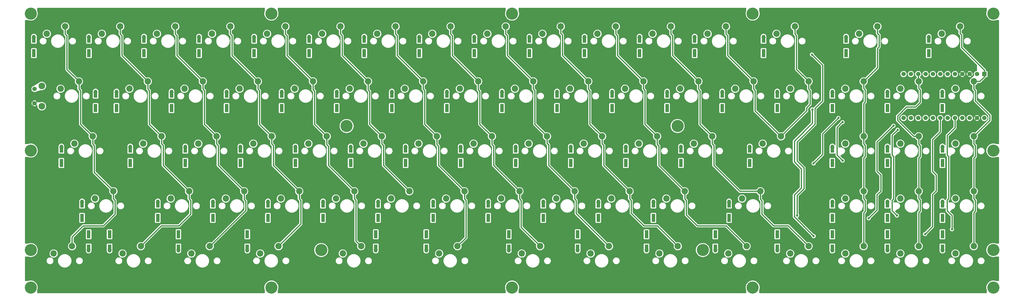
<source format=gtl>
G04 #@! TF.GenerationSoftware,KiCad,Pcbnew,(6.0.7)*
G04 #@! TF.CreationDate,2022-08-30T19:15:33+09:00*
G04 #@! TF.ProjectId,keyboard-layouter-playground,6b657962-6f61-4726-942d-6c61796f7574,rev?*
G04 #@! TF.SameCoordinates,PX17eef3cPY7a5a53a*
G04 #@! TF.FileFunction,Copper,L1,Top*
G04 #@! TF.FilePolarity,Positive*
%FSLAX46Y46*%
G04 Gerber Fmt 4.6, Leading zero omitted, Abs format (unit mm)*
G04 Created by KiCad (PCBNEW (6.0.7)) date 2022-08-30 19:15:33*
%MOMM*%
%LPD*%
G01*
G04 APERTURE LIST*
G04 #@! TA.AperFunction,ComponentPad*
%ADD10O,1.300000X1.778000*%
G04 #@! TD*
G04 #@! TA.AperFunction,SMDPad,CuDef*
%ADD11R,1.300000X1.400000*%
G04 #@! TD*
G04 #@! TA.AperFunction,ComponentPad*
%ADD12R,1.300000X1.778000*%
G04 #@! TD*
G04 #@! TA.AperFunction,ComponentPad*
%ADD13C,2.200000*%
G04 #@! TD*
G04 #@! TA.AperFunction,ComponentPad*
%ADD14C,4.200000*%
G04 #@! TD*
G04 #@! TA.AperFunction,ComponentPad*
%ADD15R,1.524000X1.524000*%
G04 #@! TD*
G04 #@! TA.AperFunction,ComponentPad*
%ADD16C,1.524000*%
G04 #@! TD*
G04 #@! TA.AperFunction,ComponentPad*
%ADD17C,2.300000*%
G04 #@! TD*
G04 #@! TA.AperFunction,ViaPad*
%ADD18C,0.800000*%
G04 #@! TD*
G04 #@! TA.AperFunction,Conductor*
%ADD19C,0.400000*%
G04 #@! TD*
G04 APERTURE END LIST*
D10*
X4080904Y89783660D03*
D11*
X4080904Y88558660D03*
D12*
X4080904Y83783660D03*
D11*
X4080904Y85008660D03*
X23130904Y88558660D03*
D10*
X23130904Y89783660D03*
D11*
X23130904Y85008660D03*
D12*
X23130904Y83783660D03*
D10*
X42180904Y89783660D03*
D11*
X42180904Y88558660D03*
D12*
X42180904Y83783660D03*
D11*
X42180904Y85008660D03*
X61230904Y88558660D03*
D10*
X61230904Y89783660D03*
D11*
X61230904Y85008660D03*
D12*
X61230904Y83783660D03*
D10*
X80280904Y89783660D03*
D11*
X80280904Y88558660D03*
X80280904Y85008660D03*
D12*
X80280904Y83783660D03*
D11*
X99330904Y88558660D03*
D10*
X99330904Y89783660D03*
D11*
X99330904Y85008660D03*
D12*
X99330904Y83783660D03*
D10*
X118380904Y89783660D03*
D11*
X118380904Y88558660D03*
X118380904Y85008660D03*
D12*
X118380904Y83783660D03*
D11*
X137430904Y88558660D03*
D10*
X137430904Y89783660D03*
D11*
X137430904Y85008660D03*
D12*
X137430904Y83783660D03*
D10*
X156480904Y89783660D03*
D11*
X156480904Y88558660D03*
X156480904Y85008660D03*
D12*
X156480904Y83783660D03*
D10*
X175530904Y89783660D03*
D11*
X175530904Y88558660D03*
X175530904Y85008660D03*
D12*
X175530904Y83783660D03*
D10*
X194580904Y89783660D03*
D11*
X194580904Y88558660D03*
D12*
X194580904Y83783660D03*
D11*
X194580904Y85008660D03*
X213630904Y88558660D03*
D10*
X213630904Y89783660D03*
D11*
X213630904Y85008660D03*
D12*
X213630904Y83783660D03*
D10*
X232680904Y89783660D03*
D11*
X232680904Y88558660D03*
X232680904Y85008660D03*
D12*
X232680904Y83783660D03*
D11*
X285068404Y88558660D03*
D10*
X285068404Y89783660D03*
D12*
X285068404Y83783660D03*
D11*
X285068404Y85008660D03*
X313643404Y88558660D03*
D10*
X313643404Y89783660D03*
D11*
X313643404Y85008660D03*
D12*
X313643404Y83783660D03*
D10*
X32655904Y70733660D03*
D11*
X32655904Y69508660D03*
D12*
X32655904Y64733660D03*
D11*
X32655904Y65958660D03*
D10*
X51705904Y70733660D03*
D11*
X51705904Y69508660D03*
D12*
X51705904Y64733660D03*
D11*
X51705904Y65958660D03*
X70755904Y69508660D03*
D10*
X70755904Y70733660D03*
D11*
X70755904Y65958660D03*
D12*
X70755904Y64733660D03*
D11*
X89805904Y69508660D03*
D10*
X89805904Y70733660D03*
D11*
X89805904Y65958660D03*
D12*
X89805904Y64733660D03*
D11*
X108855904Y69508660D03*
D10*
X108855904Y70733660D03*
D12*
X108855904Y64733660D03*
D11*
X108855904Y65958660D03*
X127905904Y69508660D03*
D10*
X127905904Y70733660D03*
D11*
X127905904Y65958660D03*
D12*
X127905904Y64733660D03*
D10*
X146955904Y70733660D03*
D11*
X146955904Y69508660D03*
D12*
X146955904Y64733660D03*
D11*
X146955904Y65958660D03*
X166005904Y69508660D03*
D10*
X166005904Y70733660D03*
D12*
X166005904Y64733660D03*
D11*
X166005904Y65958660D03*
X185055904Y69508660D03*
D10*
X185055904Y70733660D03*
D12*
X185055904Y64733660D03*
D11*
X185055904Y65958660D03*
X204105904Y69508660D03*
D10*
X204105904Y70733660D03*
D12*
X204105904Y64733660D03*
D11*
X204105904Y65958660D03*
D10*
X223155904Y70733660D03*
D11*
X223155904Y69508660D03*
X223155904Y65958660D03*
D12*
X223155904Y64733660D03*
D11*
X242205904Y69508660D03*
D10*
X242205904Y70733660D03*
D12*
X242205904Y64733660D03*
D11*
X242205904Y65958660D03*
X261255904Y69508660D03*
D10*
X261255904Y70733660D03*
D12*
X261255904Y64733660D03*
D11*
X261255904Y65958660D03*
D10*
X280305904Y70733660D03*
D11*
X280305904Y69508660D03*
X280305904Y65958660D03*
D12*
X280305904Y64733660D03*
D11*
X299355904Y69508660D03*
D10*
X299355904Y70733660D03*
D11*
X299355904Y65958660D03*
D12*
X299355904Y64733660D03*
D10*
X37418404Y51683660D03*
D11*
X37418404Y50458660D03*
D12*
X37418404Y45683660D03*
D11*
X37418404Y46908660D03*
X56468404Y50458660D03*
D10*
X56468404Y51683660D03*
D11*
X56468404Y46908660D03*
D12*
X56468404Y45683660D03*
D10*
X75518404Y51683660D03*
D11*
X75518404Y50458660D03*
D12*
X75518404Y45683660D03*
D11*
X75518404Y46908660D03*
X94568404Y50458660D03*
D10*
X94568404Y51683660D03*
D11*
X94568404Y46908660D03*
D12*
X94568404Y45683660D03*
D11*
X113664585Y50458660D03*
D10*
X113664585Y51683660D03*
D11*
X113664585Y46908660D03*
D12*
X113664585Y45683660D03*
D11*
X132668404Y50458660D03*
D10*
X132668404Y51683660D03*
D11*
X132668404Y46908660D03*
D12*
X132668404Y45683660D03*
D10*
X151718404Y51683660D03*
D11*
X151718404Y50458660D03*
X151718404Y46908660D03*
D12*
X151718404Y45683660D03*
D10*
X170768404Y51683660D03*
D11*
X170768404Y50458660D03*
D12*
X170768404Y45683660D03*
D11*
X170768404Y46908660D03*
D10*
X189818404Y51683660D03*
D11*
X189818404Y50458660D03*
X189818404Y46908660D03*
D12*
X189818404Y45683660D03*
D11*
X208868404Y50458660D03*
D10*
X208868404Y51683660D03*
D12*
X208868404Y45683660D03*
D11*
X208868404Y46908660D03*
X227918404Y50458660D03*
D10*
X227918404Y51683660D03*
D12*
X227918404Y45683660D03*
D11*
X227918404Y46908660D03*
X280305904Y50458660D03*
D10*
X280305904Y51683660D03*
D12*
X280305904Y45683660D03*
D11*
X280305904Y46908660D03*
X299355904Y50458660D03*
D10*
X299355904Y51683660D03*
D12*
X299355904Y45683660D03*
D11*
X299355904Y46908660D03*
X318405904Y50458660D03*
D10*
X318405904Y51683660D03*
D11*
X318405904Y46908660D03*
D12*
X318405904Y45683660D03*
D10*
X46943404Y32633660D03*
D11*
X46943404Y31408660D03*
D12*
X46943404Y26633660D03*
D11*
X46943404Y27858660D03*
X65993404Y31408660D03*
D10*
X65993404Y32633660D03*
D12*
X65993404Y26633660D03*
D11*
X65993404Y27858660D03*
X85043404Y31408660D03*
D10*
X85043404Y32633660D03*
D11*
X85043404Y27858660D03*
D12*
X85043404Y26633660D03*
D11*
X104093404Y31408660D03*
D10*
X104093404Y32633660D03*
D12*
X104093404Y26633660D03*
D11*
X104093404Y27858660D03*
D10*
X123143404Y32633660D03*
D11*
X123143404Y31408660D03*
D12*
X123143404Y26633660D03*
D11*
X123143404Y27858660D03*
X142193404Y31408660D03*
D10*
X142193404Y32633660D03*
D11*
X142193404Y27858660D03*
D12*
X142193404Y26633660D03*
D10*
X161243404Y32633660D03*
D11*
X161243404Y31408660D03*
X161243404Y27858660D03*
D12*
X161243404Y26633660D03*
D10*
X180293404Y32633660D03*
D11*
X180293404Y31408660D03*
X180293404Y27858660D03*
D12*
X180293404Y26633660D03*
D10*
X199343404Y32633660D03*
D11*
X199343404Y31408660D03*
X199343404Y27858660D03*
D12*
X199343404Y26633660D03*
D11*
X218393404Y31408660D03*
D10*
X218393404Y32633660D03*
D12*
X218393404Y26633660D03*
D11*
X218393404Y27858660D03*
D10*
X280305904Y32633660D03*
D11*
X280305904Y31408660D03*
X280305904Y27858660D03*
D12*
X280305904Y26633660D03*
D11*
X299355904Y31408660D03*
D10*
X299355904Y32633660D03*
D12*
X299355904Y26633660D03*
D11*
X299355904Y27858660D03*
D10*
X318405904Y32633660D03*
D11*
X318405904Y31408660D03*
D12*
X318405904Y26633660D03*
D11*
X318405904Y27858660D03*
X239823384Y17221500D03*
D10*
X239823384Y15996500D03*
D12*
X239823384Y21996500D03*
D11*
X239823384Y20771500D03*
X280305904Y17221500D03*
D10*
X280305904Y15996500D03*
D12*
X280305904Y21996500D03*
D11*
X280305904Y20771500D03*
X299355904Y17221500D03*
D10*
X299355904Y15996500D03*
D12*
X299355904Y21996500D03*
D11*
X299355904Y20771500D03*
X318405904Y17221500D03*
D10*
X318405904Y15996500D03*
D12*
X318405904Y21996500D03*
D11*
X318405904Y20771500D03*
D10*
X30274404Y15996500D03*
D11*
X30274404Y17221500D03*
X30274404Y20771500D03*
D12*
X30274404Y21996500D03*
D11*
X77899404Y17221500D03*
D10*
X77899404Y15996500D03*
D11*
X77899404Y20771500D03*
D12*
X77899404Y21996500D03*
D10*
X168386904Y15996500D03*
D11*
X168386904Y17221500D03*
D12*
X168386904Y21996500D03*
D11*
X168386904Y20771500D03*
X192199404Y17221500D03*
D10*
X192199404Y15996500D03*
D12*
X192199404Y21996500D03*
D11*
X192199404Y20771500D03*
X216011904Y17221500D03*
D10*
X216011904Y15996500D03*
D12*
X216011904Y21996500D03*
D11*
X216011904Y20771500D03*
D10*
X261254464Y15995965D03*
D11*
X261254464Y17220965D03*
D12*
X261254464Y21995965D03*
D11*
X261254464Y20770965D03*
X256493904Y88558660D03*
D10*
X256493904Y89783660D03*
D12*
X256493904Y83783660D03*
D11*
X256493904Y85008660D03*
X25419944Y69508660D03*
D10*
X25419944Y70733660D03*
D11*
X25419944Y65958660D03*
D12*
X25419944Y64733660D03*
D10*
X13606404Y51683660D03*
D11*
X13606404Y50458660D03*
D12*
X13606404Y45683660D03*
D11*
X13606404Y46908660D03*
D10*
X251731404Y51683660D03*
D11*
X251731404Y50458660D03*
X251731404Y46908660D03*
D12*
X251731404Y45683660D03*
D10*
X20751424Y32633660D03*
D11*
X20751424Y31408660D03*
X20751424Y27858660D03*
D12*
X20751424Y26633660D03*
D10*
X244586384Y32633660D03*
D11*
X244586384Y31408660D03*
X244586384Y27858660D03*
D12*
X244586384Y26633660D03*
D10*
X122365144Y15996500D03*
D11*
X122365144Y17221500D03*
X122365144Y20771500D03*
D12*
X122365144Y21996500D03*
D11*
X139812404Y17221500D03*
D10*
X139812404Y15996500D03*
D12*
X139812404Y21996500D03*
D11*
X139812404Y20771500D03*
D10*
X54086904Y15996500D03*
D11*
X54086904Y17221500D03*
D12*
X54086904Y21996500D03*
D11*
X54086904Y20771500D03*
D10*
X23037385Y15997510D03*
D11*
X23037385Y17222510D03*
D12*
X23037385Y21997510D03*
D11*
X23037385Y20772510D03*
D13*
X14909004Y93530000D03*
X8559004Y90990000D03*
X33959004Y93530000D03*
X27609004Y90990000D03*
X53009004Y93530000D03*
X46659004Y90990000D03*
X72059004Y93530000D03*
X65709004Y90990000D03*
X91109004Y93530000D03*
X84759004Y90990000D03*
X110159004Y93530000D03*
X103809004Y90990000D03*
X129209004Y93530000D03*
X122859004Y90990000D03*
X148259004Y93530000D03*
X141909004Y90990000D03*
X167309004Y93530000D03*
X160959004Y90990000D03*
X186359004Y93530000D03*
X180009004Y90990000D03*
X205409004Y93530000D03*
X199059004Y90990000D03*
X224459004Y93530000D03*
X218109004Y90990000D03*
X243509004Y93530000D03*
X237159004Y90990000D03*
X295896504Y93530000D03*
X289546504Y90990000D03*
X324471504Y93530000D03*
X318121504Y90990000D03*
X43484004Y74480000D03*
X37134004Y71940000D03*
X62534004Y74480000D03*
X56184004Y71940000D03*
X81584004Y74480000D03*
X75234004Y71940000D03*
X100634004Y74480000D03*
X94284004Y71940000D03*
X119684004Y74480000D03*
X113334004Y71940000D03*
X138734004Y74480000D03*
X132384004Y71940000D03*
X157784004Y74480000D03*
X151434004Y71940000D03*
X176834004Y74480000D03*
X170484004Y71940000D03*
X195884004Y74480000D03*
X189534004Y71940000D03*
X214934004Y74480000D03*
X208584004Y71940000D03*
X233984004Y74480000D03*
X227634004Y71940000D03*
X253034004Y74480000D03*
X246684004Y71940000D03*
X272084004Y74480000D03*
X265734004Y71940000D03*
X291134004Y74480000D03*
X284784004Y71940000D03*
X310184004Y74480000D03*
X303834004Y71940000D03*
X329234004Y74480000D03*
X322884004Y71940000D03*
X48246504Y55430000D03*
X41896504Y52890000D03*
X67296504Y55430000D03*
X60946504Y52890000D03*
X86346504Y55430000D03*
X79996504Y52890000D03*
X105396504Y55430000D03*
X99046504Y52890000D03*
X124446504Y55430000D03*
X118096504Y52890000D03*
X143496504Y55430000D03*
X137146504Y52890000D03*
X162546504Y55430000D03*
X156196504Y52890000D03*
X181596504Y55430000D03*
X175246504Y52890000D03*
X200646504Y55430000D03*
X194296504Y52890000D03*
X219696504Y55430000D03*
X213346504Y52890000D03*
X238746504Y55430000D03*
X232396504Y52890000D03*
X291134004Y55430000D03*
X284784004Y52890000D03*
X310184004Y55430000D03*
X303834004Y52890000D03*
X329234004Y55430000D03*
X322884004Y52890000D03*
X57771504Y36380000D03*
X51421504Y33840000D03*
X76821504Y36380000D03*
X70471504Y33840000D03*
X95871504Y36380000D03*
X89521504Y33840000D03*
X114921504Y36380000D03*
X108571504Y33840000D03*
X133971504Y36380000D03*
X127621504Y33840000D03*
X153021504Y36380000D03*
X146671504Y33840000D03*
X172071504Y36380000D03*
X165721504Y33840000D03*
X191121504Y36380000D03*
X184771504Y33840000D03*
X210171504Y36380000D03*
X203821504Y33840000D03*
X229221504Y36380000D03*
X222871504Y33840000D03*
X291134004Y36380000D03*
X284784004Y33840000D03*
X310184004Y36380000D03*
X303834004Y33840000D03*
X329234004Y36380000D03*
X322884004Y33840000D03*
X250651484Y17330000D03*
X244301484Y14790000D03*
X291134004Y17330000D03*
X284784004Y14790000D03*
X310184004Y17330000D03*
X303834004Y14790000D03*
X329234004Y17330000D03*
X322884004Y14790000D03*
X17290000Y17330000D03*
X10940000Y14790000D03*
X41102500Y17330000D03*
X34752500Y14790000D03*
X64915004Y17330000D03*
X58565004Y14790000D03*
X88727504Y17330000D03*
X82377504Y14790000D03*
X179215004Y17330000D03*
X172865004Y14790000D03*
X203027504Y17330000D03*
X196677504Y14790000D03*
X226840004Y17330000D03*
X220490004Y14790000D03*
X272082480Y17330000D03*
X265732480Y14790000D03*
X267322004Y93530000D03*
X260972004Y90990000D03*
X19672004Y74480000D03*
X13322004Y71940000D03*
X24434504Y55430000D03*
X18084504Y52890000D03*
X262559504Y55430000D03*
X256209504Y52890000D03*
X31579024Y36380000D03*
X25229024Y33840000D03*
X255414484Y36380000D03*
X249064484Y33840000D03*
X117303004Y17330000D03*
X110953004Y14790000D03*
X150640504Y17330000D03*
X144290504Y14790000D03*
D14*
X336000004Y3000000D03*
X86250004Y98000000D03*
X169500004Y98000000D03*
X336000004Y98000000D03*
X86250004Y3000000D03*
X252750004Y3000000D03*
X252750004Y98000000D03*
X336000004Y50500000D03*
D11*
X318358984Y69508280D03*
D10*
X318358984Y70733280D03*
D12*
X318358984Y64733280D03*
D11*
X318358984Y65958280D03*
D14*
X103500000Y16000000D03*
D15*
X332885000Y77020000D03*
D16*
X330345000Y77020000D03*
X327805000Y77020000D03*
X325265000Y77020000D03*
X322725000Y77020000D03*
X320185000Y77020000D03*
X317645000Y77020000D03*
X315105000Y77020000D03*
X312565000Y77020000D03*
X310025000Y77020000D03*
X307485000Y77020000D03*
X304945000Y77020000D03*
X304945000Y61780000D03*
X307485000Y61780000D03*
X310025000Y61780000D03*
X312565000Y61780000D03*
X315105000Y61780000D03*
X317645000Y61780000D03*
X320185000Y61780000D03*
X322725000Y61780000D03*
X325265000Y61780000D03*
X327805000Y61780000D03*
X330345000Y61780000D03*
X332885000Y61780000D03*
X4324375Y66875000D03*
X4324375Y71875000D03*
D17*
X6814375Y65875000D03*
X6814375Y72885000D03*
D14*
X3000004Y3000000D03*
X3000004Y50500000D03*
X3000004Y98000000D03*
X226771875Y59000000D03*
X336000000Y16000000D03*
X112271875Y59000000D03*
X235500000Y16000000D03*
X3000000Y16000000D03*
X169500004Y3000000D03*
D18*
X273353750Y64733660D03*
X273830000Y20822500D03*
X321693125Y23203750D03*
X282402500Y61780000D03*
X273830000Y46063750D03*
X283831250Y47016250D03*
X283831254Y60351250D03*
X292880000Y27013750D03*
X301452500Y59081250D03*
X273257590Y83783660D03*
X302643125Y27966250D03*
X268115000Y27966250D03*
X302881250Y57684250D03*
X312370379Y21536875D03*
X335028125Y19393750D03*
X7320754Y96546250D03*
X164768750Y96546250D03*
X164768750Y14869375D03*
X262559504Y57970000D03*
X331456250Y96546250D03*
X4034375Y19393750D03*
D19*
X321693125Y27966250D02*
X320026250Y29633125D01*
X320502500Y33820027D02*
X320502500Y48445000D01*
X273353750Y59994062D02*
X273353750Y64733660D01*
X267162500Y35110000D02*
X269543750Y37491250D01*
X321693125Y23203750D02*
X321693125Y27966250D01*
X322725000Y58406561D02*
X322725000Y61780000D01*
X273830000Y20822500D02*
X267162500Y27490000D01*
X320026250Y33343777D02*
X320502500Y33820027D01*
X320026250Y29633125D02*
X320026250Y33343777D01*
X269543750Y37491250D02*
X269543750Y44158750D01*
X320026250Y48921250D02*
X320026250Y55707811D01*
X269543750Y44158750D02*
X267162500Y46540000D01*
X267162500Y53802812D02*
X273353750Y59994062D01*
X267162500Y27490000D02*
X267162500Y35110000D01*
X320502500Y48445000D02*
X320026250Y48921250D01*
X320026250Y55707811D02*
X322725000Y58406561D01*
X267162500Y46540000D02*
X267162500Y53802812D01*
X276925629Y56303129D02*
X276925629Y49159379D01*
X282402500Y61780000D02*
X276925629Y56303129D01*
X276925629Y49159379D02*
X273830000Y46063750D01*
X283831254Y60351250D02*
X283736004Y60351250D01*
X281926250Y48921250D02*
X283831250Y47016250D01*
X283736004Y60351250D02*
X281926250Y58541496D01*
X281926250Y58541496D02*
X281926250Y48921250D01*
X301452500Y59081250D02*
X301373125Y59081250D01*
X295737500Y43322004D02*
X297076254Y41983250D01*
X295737500Y29871250D02*
X292880000Y27013750D01*
X297076254Y36448750D02*
X295737500Y35109996D01*
X295737500Y35109996D02*
X295737500Y29871250D01*
X301373125Y59081250D02*
X295737500Y53445625D01*
X295737500Y53445625D02*
X295737500Y43322004D01*
X297076254Y41983250D02*
X297076254Y36448750D01*
X300976250Y48921254D02*
X300976250Y55779250D01*
X268115000Y53445625D02*
X268115000Y46897187D01*
X268115000Y46897187D02*
X270496250Y44515937D01*
X276925625Y67733125D02*
X274306250Y65113750D01*
X301452500Y33740777D02*
X301452500Y48445004D01*
X268115000Y34871875D02*
X268115000Y27966250D01*
X300976250Y33264527D02*
X301452500Y33740777D01*
X274306250Y59636875D02*
X268115000Y53445625D01*
X300976250Y55779250D02*
X302881250Y57684250D01*
X302643125Y27966250D02*
X300976250Y29633125D01*
X274306250Y65113750D02*
X274306250Y59636875D01*
X270496250Y44515937D02*
X270496250Y37253125D01*
X276925625Y80115625D02*
X276925625Y67733125D01*
X300976250Y29633125D02*
X300976250Y33264527D01*
X273257590Y83783660D02*
X276925625Y80115625D01*
X270496250Y37253125D02*
X268115000Y34871875D01*
X301452500Y48445004D02*
X300976250Y48921254D01*
X314946504Y43289375D02*
X316216250Y42019629D01*
X314946504Y54319004D02*
X314946504Y43289375D01*
X314946504Y24113000D02*
X312370379Y21536875D01*
X317645000Y61780000D02*
X317645000Y57017500D01*
X314946504Y35236500D02*
X314946504Y24113000D01*
X317645000Y57017500D02*
X314946504Y54319004D01*
X316216250Y36506246D02*
X314946504Y35236500D01*
X316216250Y42019629D02*
X316216250Y36506246D01*
X176834004Y74480000D02*
X176833754Y74480000D01*
X182153149Y45348105D02*
X182153149Y52493125D01*
X176834004Y71861645D02*
X177390649Y71305000D01*
X177390649Y71305000D02*
X177390649Y59635855D01*
X24434504Y52811145D02*
X24990649Y52255000D01*
X19672004Y71861145D02*
X20228149Y71305000D01*
X191121254Y36380000D02*
X182153149Y45348105D01*
X191121504Y33761645D02*
X191121504Y36380000D01*
X28084998Y24394373D02*
X26894377Y24394373D01*
X26894375Y24394375D02*
X21179375Y24394375D01*
X203027504Y17330000D02*
X191678149Y28679355D01*
X32134399Y33205000D02*
X32134399Y28443774D01*
X14909004Y90911645D02*
X15465649Y90355000D01*
X181596504Y53049770D02*
X181596504Y55430000D01*
X182153149Y52493125D02*
X181596504Y53049770D01*
X19672004Y74480000D02*
X19672004Y71861145D01*
X20228149Y71305000D02*
X20228149Y59636355D01*
X191678149Y33205000D02*
X191121504Y33761645D01*
X17290000Y20505000D02*
X17290000Y17330000D01*
X176833754Y74480000D02*
X167865649Y83448105D01*
X167865649Y90355000D02*
X167309004Y90911645D01*
X167865649Y83448105D02*
X167865649Y90355000D01*
X14909004Y93530000D02*
X14909004Y90911645D01*
X176834004Y74480000D02*
X176834004Y71861645D01*
X21179375Y24394375D02*
X17290000Y20505000D01*
X31579024Y33760375D02*
X32134399Y33205000D01*
X15465649Y90355000D02*
X15465649Y78686355D01*
X24990649Y42968375D02*
X31579024Y36380000D01*
X177390649Y59635855D02*
X181596504Y55430000D01*
X167309004Y90911645D02*
X167309004Y93530000D01*
X24990649Y52255000D02*
X24990649Y42968375D01*
X191121504Y36380000D02*
X191121254Y36380000D01*
X32134399Y28443774D02*
X28084998Y24394373D01*
X15465649Y78686355D02*
X19672004Y74480000D01*
X191678149Y28679355D02*
X191678149Y33205000D01*
X20228149Y59636355D02*
X24434504Y55430000D01*
X31579024Y36380000D02*
X31579024Y33760375D01*
X24434504Y55430000D02*
X24434504Y52811145D01*
X219775629Y24394375D02*
X226840004Y17330000D01*
X43483754Y74480000D02*
X34515649Y83448105D01*
X210171254Y36380000D02*
X201203149Y45348105D01*
X201203149Y45348105D02*
X201203149Y52255000D01*
X210728149Y28798413D02*
X215132187Y24394375D01*
X196440649Y59635855D02*
X196440649Y71305000D01*
X195883754Y74480000D02*
X186915649Y83448105D01*
X44040649Y59635605D02*
X44277504Y59398750D01*
X215132187Y24394375D02*
X219775629Y24394375D01*
X196440649Y71305000D02*
X195884004Y71861645D01*
X58328149Y28443774D02*
X58328149Y33205000D01*
X186915649Y90593125D02*
X186359004Y91149770D01*
X48803149Y52255000D02*
X48246504Y52811645D01*
X43484004Y74480000D02*
X43484004Y71861645D01*
X43484004Y74480000D02*
X43483754Y74480000D01*
X186915649Y83448105D02*
X186915649Y90593125D01*
X57771504Y36380000D02*
X48803149Y45348355D01*
X186359004Y91149770D02*
X186359004Y93530000D01*
X48166875Y24394375D02*
X54278750Y24394375D01*
X48246504Y52811645D02*
X48246504Y55430000D01*
X195884004Y71861645D02*
X195884004Y74480000D01*
X41102504Y17330004D02*
X48166875Y24394375D01*
X48246504Y55430000D02*
X44277754Y59398750D01*
X210171504Y33761645D02*
X210728149Y33205000D01*
X57771504Y33761645D02*
X57771504Y36380000D01*
X210171504Y36380000D02*
X210171254Y36380000D01*
X200646504Y52811645D02*
X200646504Y55430000D01*
X210728149Y33205000D02*
X210728149Y28798413D01*
X200646504Y55430000D02*
X196440649Y59635855D01*
X48803149Y45348355D02*
X48803149Y52255000D01*
X210171504Y36380000D02*
X210171504Y33761645D01*
X43484004Y71861645D02*
X44040649Y71305000D01*
X195884004Y74480000D02*
X195883754Y74480000D01*
X54278750Y24394375D02*
X58328149Y28443774D01*
X33959004Y90911645D02*
X33959004Y93530000D01*
X201203149Y52255000D02*
X200646504Y52811645D01*
X41102504Y17330000D02*
X41102504Y17330004D01*
X44040649Y71305000D02*
X44040649Y59635605D01*
X58328149Y33205000D02*
X57771504Y33761645D01*
X34515649Y83448105D02*
X34515649Y90355000D01*
X34515649Y90355000D02*
X33959004Y90911645D01*
X77378149Y32966875D02*
X76821504Y33523520D01*
X63090649Y59635855D02*
X67296504Y55430000D01*
X214933754Y74480000D02*
X205965649Y83448105D01*
X76821504Y36380000D02*
X67853149Y45348355D01*
X229778149Y28203101D02*
X229778149Y33205000D01*
X63090649Y71305000D02*
X63090649Y59635855D01*
X215490649Y59635855D02*
X219696504Y55430000D01*
X62534004Y74480000D02*
X62534004Y71861645D01*
X215490649Y71305000D02*
X215490649Y59635855D01*
X53565649Y90355000D02*
X53009004Y90911645D01*
X250651484Y17330000D02*
X243587109Y24394375D01*
X67296504Y52811645D02*
X67296504Y55430000D01*
X53009004Y90911645D02*
X53009004Y93530000D01*
X67853149Y52255000D02*
X67296504Y52811645D01*
X67853149Y45348355D02*
X67853149Y52255000D01*
X214934004Y74480000D02*
X214934004Y71861645D01*
X76821504Y33523520D02*
X76821504Y36380000D01*
X219696504Y52692582D02*
X219696504Y55430000D01*
X64915004Y17330000D02*
X64978754Y17330000D01*
X229778149Y33205000D02*
X229221504Y33761645D01*
X62534004Y71861645D02*
X63090649Y71305000D01*
X214934004Y71861645D02*
X215490649Y71305000D01*
X205965649Y83448105D02*
X205965649Y90355000D01*
X62534004Y74480000D02*
X53565649Y83448355D01*
X233586875Y24394375D02*
X229778149Y28203101D01*
X205409004Y90911645D02*
X205409004Y93530000D01*
X220253149Y45348105D02*
X220253149Y52135937D01*
X64978754Y17330000D02*
X77378149Y29729395D01*
X214934004Y74480000D02*
X214933754Y74480000D01*
X229221504Y36380000D02*
X229221254Y36380000D01*
X53565649Y83448355D02*
X53565649Y90355000D01*
X243587109Y24394375D02*
X233586875Y24394375D01*
X205965649Y90355000D02*
X205409004Y90911645D01*
X220253149Y52135937D02*
X219696504Y52692582D01*
X229221254Y36380000D02*
X220253149Y45348105D01*
X229221504Y33761645D02*
X229221504Y36380000D01*
X77378149Y29729395D02*
X77378149Y32966875D01*
X82140649Y71305000D02*
X81584004Y71861645D01*
X225015649Y90355000D02*
X224459004Y90911645D01*
X95871504Y33761645D02*
X95871504Y36380000D01*
X255971899Y28441226D02*
X260018750Y24394375D01*
X96428149Y25030645D02*
X96428149Y33205000D01*
X233984004Y71861645D02*
X233984004Y74480000D01*
X238746504Y52811645D02*
X238746504Y55430000D01*
X225015649Y83448105D02*
X225015649Y90355000D01*
X72615649Y83448105D02*
X72615649Y90355000D01*
X255414484Y36380000D02*
X248272524Y36380000D01*
X239303149Y52255000D02*
X238746504Y52811645D01*
X255414484Y36380000D02*
X255414484Y33642458D01*
X260018750Y24394375D02*
X265018109Y24394375D01*
X95871504Y36380000D02*
X95871254Y36380000D01*
X248272524Y36380000D02*
X239303149Y45349375D01*
X233984004Y74480000D02*
X233983754Y74480000D01*
X95871254Y36380000D02*
X86903149Y45348105D01*
X255971899Y33085043D02*
X255971899Y28441226D01*
X233983754Y74480000D02*
X225015649Y83448105D01*
X86346504Y55430000D02*
X82140649Y59635855D01*
X86903149Y52255000D02*
X86346504Y52811645D01*
X239303149Y45349375D02*
X239303149Y52255000D01*
X255414484Y33642458D02*
X255971899Y33085043D01*
X224459004Y90911645D02*
X224459004Y93530000D01*
X86346504Y52811645D02*
X86346504Y55430000D01*
X96428149Y33205000D02*
X95871504Y33761645D01*
X81584004Y74480000D02*
X81583754Y74480000D01*
X81583754Y74480000D02*
X72615649Y83448105D01*
X82140649Y59635855D02*
X82140649Y71305000D01*
X72059004Y90911645D02*
X72059004Y93530000D01*
X234540649Y59635855D02*
X234540649Y71305000D01*
X234540649Y71305000D02*
X233984004Y71861645D01*
X86903149Y45348105D02*
X86903149Y52255000D01*
X72615649Y90355000D02*
X72059004Y90911645D01*
X81584004Y71861645D02*
X81584004Y74480000D01*
X265018109Y24394375D02*
X272082484Y17330000D01*
X238746504Y55430000D02*
X234540649Y59635855D01*
X88727504Y17330000D02*
X96428149Y25030645D01*
X272084004Y71860371D02*
X272639375Y71305000D01*
X114921254Y36380000D02*
X105953149Y45348105D01*
X114921504Y36380000D02*
X114921254Y36380000D01*
X101190649Y59635855D02*
X105396504Y55430000D01*
X91109004Y90911645D02*
X91109004Y93530000D01*
X271448750Y64319246D02*
X262559504Y55430000D01*
X262439692Y55430000D02*
X253590649Y64279043D01*
X105953149Y52016875D02*
X105396504Y52573520D01*
X253034004Y71861645D02*
X253034004Y74480000D01*
X253590649Y71305000D02*
X253034004Y71861645D01*
X100634004Y74480000D02*
X100634004Y71623520D01*
X115478149Y33205000D02*
X115478149Y19154855D01*
X267878149Y78685855D02*
X272084004Y74480000D01*
X100634004Y71623520D02*
X101190649Y71066875D01*
X267322004Y93530000D02*
X267322004Y90911145D01*
X114921504Y36380000D02*
X114921504Y33761645D01*
X271448750Y65351875D02*
X271448750Y64319246D01*
X114921504Y33761645D02*
X115478149Y33205000D01*
X244065649Y90355000D02*
X243509004Y90911645D01*
X243509004Y90911645D02*
X243509004Y93530000D01*
X91665649Y83448105D02*
X91665649Y90355000D01*
X272084004Y74480000D02*
X272084004Y71860371D01*
X272639375Y66542500D02*
X271448750Y65351875D01*
X101190649Y71066875D02*
X101190649Y59635855D01*
X115478149Y19154855D02*
X117303004Y17330000D01*
X267878149Y90355000D02*
X267878149Y78685855D01*
X244065649Y83448105D02*
X244065649Y90355000D01*
X262559504Y55430000D02*
X262439692Y55430000D01*
X100634004Y74480000D02*
X100633754Y74480000D01*
X105953149Y45348105D02*
X105953149Y52016875D01*
X105396504Y52573520D02*
X105396504Y55430000D01*
X272639375Y71305000D02*
X272639375Y66542500D01*
X267322004Y90911145D02*
X267878149Y90355000D01*
X91665649Y90355000D02*
X91109004Y90911645D01*
X253033754Y74480000D02*
X244065649Y83448105D01*
X100633754Y74480000D02*
X91665649Y83448105D01*
X253590649Y64279043D02*
X253590649Y71305000D01*
X133971254Y36380000D02*
X125003149Y45348105D01*
X291689379Y71464000D02*
X291134004Y72019375D01*
X291134004Y66820563D02*
X291689379Y67375938D01*
X291134004Y47889625D02*
X291134004Y36380000D01*
X119684004Y74480000D02*
X119684004Y71623520D01*
X110159004Y90911645D02*
X110159004Y93530000D01*
X120240649Y71066875D02*
X120240649Y59635855D01*
X295896504Y91148496D02*
X296451875Y90593125D01*
X291134004Y72019375D02*
X291134004Y74480000D01*
X291134004Y33760375D02*
X291134004Y36380000D01*
X295896504Y85870566D02*
X295896504Y79242500D01*
X125003149Y45348105D02*
X125003149Y52255000D01*
X119684004Y71623520D02*
X120240649Y71066875D01*
X295896504Y93530000D02*
X295896504Y91148496D01*
X291134004Y55430000D02*
X291134004Y52810375D01*
X133971504Y36380000D02*
X133971254Y36380000D01*
X291689379Y67375938D02*
X291689379Y71464000D01*
X296451875Y90593125D02*
X296451875Y86425937D01*
X291134004Y55430000D02*
X291134004Y66820563D01*
X110715649Y90355000D02*
X110159004Y90911645D01*
X291134004Y52810375D02*
X291689379Y52255000D01*
X295896504Y79242500D02*
X291134004Y74480000D01*
X296451875Y86425937D02*
X295896504Y85870566D01*
X291689379Y48445000D02*
X291134004Y47889625D01*
X120240649Y59635855D02*
X124446504Y55430000D01*
X291689379Y29395000D02*
X291689379Y33205000D01*
X291689379Y33205000D02*
X291134004Y33760375D01*
X291689379Y52255000D02*
X291689379Y48445000D01*
X124446504Y52811645D02*
X124446504Y55430000D01*
X125003149Y52255000D02*
X124446504Y52811645D01*
X291134004Y17330000D02*
X291134004Y28839625D01*
X291134004Y28839625D02*
X291689379Y29395000D01*
X119683754Y74480000D02*
X110715649Y83448105D01*
X119684004Y74480000D02*
X119683754Y74480000D01*
X110715649Y83448105D02*
X110715649Y90355000D01*
X310184004Y33879438D02*
X310739379Y33324063D01*
X310184004Y47889625D02*
X310184004Y36380000D01*
X310025000Y74639004D02*
X310184004Y74480000D01*
X309072504Y65590000D02*
X310739379Y67256875D01*
X310739379Y67256875D02*
X310739379Y71543125D01*
X153578149Y33205000D02*
X153578149Y20267645D01*
X310739379Y29514062D02*
X310184004Y28958687D01*
X139290649Y59635855D02*
X139290649Y71305000D01*
X310184004Y55430000D02*
X310184004Y52731250D01*
X153578149Y20267645D02*
X150640504Y17330000D01*
X310184004Y52731250D02*
X310739379Y52175875D01*
X310739379Y48445000D02*
X310184004Y47889625D01*
X153021504Y36380000D02*
X153021254Y36380000D01*
X302881250Y60946562D02*
X302881250Y62494375D01*
X310739379Y33324063D02*
X310739379Y29514062D01*
X153021504Y36380000D02*
X153021504Y33761645D01*
X129765649Y83448105D02*
X129765649Y90355000D01*
X305976875Y65590000D02*
X309072504Y65590000D01*
X302881250Y62494375D02*
X305976875Y65590000D01*
X138734004Y74480000D02*
X138733754Y74480000D01*
X138733754Y74480000D02*
X129765649Y83448105D01*
X310184004Y28958687D02*
X310184004Y17330000D01*
X153021504Y33761645D02*
X153578149Y33205000D01*
X129765649Y90355000D02*
X129209004Y90911645D01*
X129209004Y90911645D02*
X129209004Y93530000D01*
X310184004Y55430000D02*
X308397812Y55430000D01*
X310184004Y36380000D02*
X310184004Y33879438D01*
X143496504Y55430000D02*
X139290649Y59635855D01*
X153021254Y36380000D02*
X144053149Y45348105D01*
X310739379Y71543125D02*
X310184004Y72098500D01*
X138734004Y71861645D02*
X138734004Y74480000D01*
X310739379Y52175875D02*
X310739379Y48445000D01*
X144053149Y52016875D02*
X143496504Y52573520D01*
X144053149Y45348105D02*
X144053149Y52016875D01*
X143496504Y52573520D02*
X143496504Y55430000D01*
X308397812Y55430000D02*
X302881250Y60946562D01*
X310184004Y72098500D02*
X310184004Y74480000D01*
X310025000Y74639004D02*
X310025000Y77020000D01*
X139290649Y71305000D02*
X138734004Y71861645D01*
X158340649Y71066875D02*
X157784004Y71623520D01*
X325026875Y86306875D02*
X332885000Y78448750D01*
X329789379Y71305000D02*
X329789379Y67733121D01*
X163103149Y52016875D02*
X162546504Y52573520D01*
X331297500Y74480000D02*
X332885000Y76067500D01*
X329234004Y74480000D02*
X329234004Y71860375D01*
X329789379Y67733121D02*
X334790000Y62732500D01*
X332885000Y78448750D02*
X332885000Y77020000D01*
X329234004Y36380000D02*
X329234004Y33760375D01*
X172628149Y33205000D02*
X172071504Y33761645D01*
X162546504Y55430000D02*
X158340649Y59635855D01*
X334790000Y62732500D02*
X334790000Y60985996D01*
X172628149Y23916855D02*
X172628149Y33205000D01*
X324471504Y91148496D02*
X325026875Y90593125D01*
X172071254Y36380000D02*
X163103149Y45348105D01*
X332885000Y76067500D02*
X332885000Y77020000D01*
X148815649Y83448105D02*
X148815649Y90355000D01*
X158340649Y59635855D02*
X158340649Y71066875D01*
X329789379Y52255000D02*
X329789379Y48445000D01*
X329234004Y33760375D02*
X329789379Y33205000D01*
X329234004Y47889625D02*
X329234004Y36380000D01*
X329234004Y71860375D02*
X329789379Y71305000D01*
X157784004Y74480000D02*
X157783754Y74480000D01*
X148815649Y90355000D02*
X148259004Y90911645D01*
X329234004Y55430000D02*
X329234004Y52810375D01*
X179215004Y17330000D02*
X172628149Y23916855D01*
X172071504Y36380000D02*
X172071254Y36380000D01*
X329234004Y74480000D02*
X331297500Y74480000D01*
X329789379Y48445000D02*
X329234004Y47889625D01*
X329789379Y33205000D02*
X329789379Y29514062D01*
X162546504Y52573520D02*
X162546504Y55430000D01*
X329234004Y28958687D02*
X329234004Y17330000D01*
X157784004Y71623520D02*
X157784004Y74480000D01*
X324471504Y93530000D02*
X324471504Y91148496D01*
X329234004Y52810375D02*
X329789379Y52255000D01*
X329789379Y29514062D02*
X329234004Y28958687D01*
X163103149Y45348105D02*
X163103149Y52016875D01*
X148259004Y90911645D02*
X148259004Y93530000D01*
X157783754Y74480000D02*
X148815649Y83448105D01*
X325026875Y90593125D02*
X325026875Y86306875D01*
X172071504Y33761645D02*
X172071504Y36380000D01*
X334790000Y60985996D02*
X329234004Y55430000D01*
G04 #@! TA.AperFunction,Conductor*
G36*
X83945336Y99981109D02*
G01*
X83989246Y99930434D01*
X84000000Y99881000D01*
X84000000Y98926952D01*
X83994176Y98890179D01*
X83959547Y98783602D01*
X83900913Y98603144D01*
X83900213Y98599476D01*
X83900213Y98599475D01*
X83889899Y98545409D01*
X83843842Y98303969D01*
X83824718Y98000000D01*
X83843842Y97696031D01*
X83900913Y97396856D01*
X83995030Y97107193D01*
X84124710Y96831610D01*
X84287906Y96574453D01*
X84482047Y96339777D01*
X84704069Y96131285D01*
X84950471Y95952263D01*
X84953743Y95950464D01*
X84953748Y95950461D01*
X85186208Y95822666D01*
X85217367Y95805536D01*
X85220835Y95804163D01*
X85220837Y95804162D01*
X85497068Y95694794D01*
X85497071Y95694793D01*
X85500549Y95693416D01*
X85795551Y95617672D01*
X85799254Y95617204D01*
X85799255Y95617204D01*
X85858330Y95609741D01*
X86097719Y95579500D01*
X86402289Y95579500D01*
X86641678Y95609741D01*
X86700753Y95617204D01*
X86700754Y95617204D01*
X86704457Y95617672D01*
X86999459Y95693416D01*
X87002937Y95694793D01*
X87002940Y95694794D01*
X87279171Y95804162D01*
X87279173Y95804163D01*
X87282641Y95805536D01*
X87313800Y95822666D01*
X87546260Y95950461D01*
X87546265Y95950464D01*
X87549537Y95952263D01*
X87795939Y96131285D01*
X88017961Y96339777D01*
X88212102Y96574453D01*
X88375298Y96831610D01*
X88504978Y97107193D01*
X88599095Y97396856D01*
X88656166Y97696031D01*
X88675290Y98000000D01*
X88656166Y98303969D01*
X88610109Y98545409D01*
X88599795Y98599475D01*
X88599795Y98599476D01*
X88599095Y98603144D01*
X88505824Y98890204D01*
X88500000Y98926976D01*
X88500000Y99881000D01*
X88518891Y99945336D01*
X88569566Y99989246D01*
X88619000Y100000000D01*
X167131000Y100000000D01*
X167195336Y99981109D01*
X167239246Y99930434D01*
X167250000Y99881000D01*
X167250000Y98926952D01*
X167244176Y98890179D01*
X167209547Y98783602D01*
X167150913Y98603144D01*
X167150213Y98599476D01*
X167150213Y98599475D01*
X167139899Y98545409D01*
X167093842Y98303969D01*
X167074718Y98000000D01*
X167093842Y97696031D01*
X167150913Y97396856D01*
X167245030Y97107193D01*
X167374710Y96831610D01*
X167537906Y96574453D01*
X167732047Y96339777D01*
X167954069Y96131285D01*
X168200471Y95952263D01*
X168203743Y95950464D01*
X168203748Y95950461D01*
X168436208Y95822666D01*
X168467367Y95805536D01*
X168470835Y95804163D01*
X168470837Y95804162D01*
X168747068Y95694794D01*
X168747071Y95694793D01*
X168750549Y95693416D01*
X169045551Y95617672D01*
X169049254Y95617204D01*
X169049255Y95617204D01*
X169108330Y95609741D01*
X169347719Y95579500D01*
X169652289Y95579500D01*
X169891678Y95609741D01*
X169950753Y95617204D01*
X169950754Y95617204D01*
X169954457Y95617672D01*
X170249459Y95693416D01*
X170252937Y95694793D01*
X170252940Y95694794D01*
X170529171Y95804162D01*
X170529173Y95804163D01*
X170532641Y95805536D01*
X170563800Y95822666D01*
X170796260Y95950461D01*
X170796265Y95950464D01*
X170799537Y95952263D01*
X171045939Y96131285D01*
X171267961Y96339777D01*
X171462102Y96574453D01*
X171625298Y96831610D01*
X171754978Y97107193D01*
X171849095Y97396856D01*
X171906166Y97696031D01*
X171925290Y98000000D01*
X171906166Y98303969D01*
X171860109Y98545409D01*
X171849795Y98599475D01*
X171849795Y98599476D01*
X171849095Y98603144D01*
X171755824Y98890204D01*
X171750000Y98926976D01*
X171750000Y99881000D01*
X171768891Y99945336D01*
X171819566Y99989246D01*
X171869000Y100000000D01*
X250381000Y100000000D01*
X250445336Y99981109D01*
X250489246Y99930434D01*
X250500000Y99881000D01*
X250500000Y98926952D01*
X250494176Y98890179D01*
X250459547Y98783602D01*
X250400913Y98603144D01*
X250400213Y98599476D01*
X250400213Y98599475D01*
X250389899Y98545409D01*
X250343842Y98303969D01*
X250324718Y98000000D01*
X250343842Y97696031D01*
X250400913Y97396856D01*
X250495030Y97107193D01*
X250624710Y96831610D01*
X250787906Y96574453D01*
X250982047Y96339777D01*
X251204069Y96131285D01*
X251450471Y95952263D01*
X251453743Y95950464D01*
X251453748Y95950461D01*
X251686208Y95822666D01*
X251717367Y95805536D01*
X251720835Y95804163D01*
X251720837Y95804162D01*
X251997068Y95694794D01*
X251997071Y95694793D01*
X252000549Y95693416D01*
X252295551Y95617672D01*
X252299254Y95617204D01*
X252299255Y95617204D01*
X252358330Y95609741D01*
X252597719Y95579500D01*
X252902289Y95579500D01*
X253141678Y95609741D01*
X253200753Y95617204D01*
X253200754Y95617204D01*
X253204457Y95617672D01*
X253499459Y95693416D01*
X253502937Y95694793D01*
X253502940Y95694794D01*
X253779171Y95804162D01*
X253779173Y95804163D01*
X253782641Y95805536D01*
X253813800Y95822666D01*
X254046260Y95950461D01*
X254046265Y95950464D01*
X254049537Y95952263D01*
X254295939Y96131285D01*
X254517961Y96339777D01*
X254712102Y96574453D01*
X254875298Y96831610D01*
X255004978Y97107193D01*
X255099095Y97396856D01*
X255156166Y97696031D01*
X255175290Y98000000D01*
X255156166Y98303969D01*
X255110109Y98545409D01*
X255099795Y98599475D01*
X255099795Y98599476D01*
X255099095Y98603144D01*
X255005824Y98890204D01*
X255000000Y98926976D01*
X255000000Y99881000D01*
X255018891Y99945336D01*
X255069566Y99989246D01*
X255119000Y100000000D01*
X333631000Y100000000D01*
X333695336Y99981109D01*
X333739246Y99930434D01*
X333750000Y99881000D01*
X333750000Y98926952D01*
X333744176Y98890179D01*
X333709547Y98783602D01*
X333650913Y98603144D01*
X333650213Y98599476D01*
X333650213Y98599475D01*
X333639899Y98545409D01*
X333593842Y98303969D01*
X333574718Y98000000D01*
X333593842Y97696031D01*
X333650913Y97396856D01*
X333745030Y97107193D01*
X333874710Y96831610D01*
X334037906Y96574453D01*
X334232047Y96339777D01*
X334454069Y96131285D01*
X334700471Y95952263D01*
X334703743Y95950464D01*
X334703748Y95950461D01*
X334936208Y95822666D01*
X334967367Y95805536D01*
X334970835Y95804163D01*
X334970837Y95804162D01*
X335247068Y95694794D01*
X335247071Y95694793D01*
X335250549Y95693416D01*
X335545551Y95617672D01*
X335549254Y95617204D01*
X335549255Y95617204D01*
X335608330Y95609741D01*
X335847719Y95579500D01*
X336152289Y95579500D01*
X336391678Y95609741D01*
X336450753Y95617204D01*
X336450754Y95617204D01*
X336454457Y95617672D01*
X336749459Y95693416D01*
X336752937Y95694793D01*
X336752940Y95694794D01*
X336871266Y95741643D01*
X336915073Y95750000D01*
X337881000Y95750000D01*
X337945336Y95731109D01*
X337989246Y95680434D01*
X338000000Y95631000D01*
X338000000Y52869000D01*
X337981109Y52804664D01*
X337930434Y52760754D01*
X337881000Y52750000D01*
X336915073Y52750000D01*
X336871266Y52758357D01*
X336752940Y52805206D01*
X336752937Y52805207D01*
X336749459Y52806584D01*
X336454457Y52882328D01*
X336450754Y52882796D01*
X336450753Y52882796D01*
X336368711Y52893160D01*
X336152289Y52920500D01*
X335847719Y52920500D01*
X335631297Y52893160D01*
X335549255Y52882796D01*
X335549254Y52882796D01*
X335545551Y52882328D01*
X335250549Y52806584D01*
X335247071Y52805207D01*
X335247068Y52805206D01*
X334984466Y52701234D01*
X334967367Y52694464D01*
X334964101Y52692669D01*
X334964102Y52692669D01*
X334703748Y52549539D01*
X334703743Y52549536D01*
X334700471Y52547737D01*
X334454069Y52368715D01*
X334399173Y52317164D01*
X334247170Y52174424D01*
X334232047Y52160223D01*
X334037906Y51925547D01*
X334035900Y51922387D01*
X334035897Y51922382D01*
X333981161Y51836131D01*
X333874710Y51668390D01*
X333873117Y51665004D01*
X333873115Y51665001D01*
X333845833Y51607023D01*
X333745030Y51392807D01*
X333650913Y51103144D01*
X333593842Y50803969D01*
X333574718Y50500000D01*
X333593842Y50196031D01*
X333650913Y49896856D01*
X333745030Y49607193D01*
X333874710Y49331610D01*
X333876717Y49328448D01*
X334028769Y49088851D01*
X334037906Y49074453D01*
X334232047Y48839777D01*
X334234773Y48837218D01*
X334234774Y48837216D01*
X334310689Y48765927D01*
X334454069Y48631285D01*
X334700471Y48452263D01*
X334703743Y48450464D01*
X334703748Y48450461D01*
X334878143Y48354587D01*
X334967367Y48305536D01*
X334970835Y48304163D01*
X334970837Y48304162D01*
X335247068Y48194794D01*
X335247071Y48194793D01*
X335250549Y48193416D01*
X335545551Y48117672D01*
X335549254Y48117204D01*
X335549255Y48117204D01*
X335604533Y48110221D01*
X335847719Y48079500D01*
X336152289Y48079500D01*
X336395475Y48110221D01*
X336450753Y48117204D01*
X336450754Y48117204D01*
X336454457Y48117672D01*
X336749459Y48193416D01*
X336752937Y48194793D01*
X336752940Y48194794D01*
X336871266Y48241643D01*
X336915073Y48250000D01*
X337881000Y48250000D01*
X337945336Y48231109D01*
X337989246Y48180434D01*
X338000000Y48131000D01*
X338000000Y18369000D01*
X337981109Y18304664D01*
X337930434Y18260754D01*
X337881000Y18250000D01*
X336915069Y18250000D01*
X336871262Y18258357D01*
X336752936Y18305206D01*
X336752933Y18305207D01*
X336749455Y18306584D01*
X336454453Y18382328D01*
X336450750Y18382796D01*
X336450749Y18382796D01*
X336391674Y18390259D01*
X336152285Y18420500D01*
X335847715Y18420500D01*
X335608326Y18390259D01*
X335549251Y18382796D01*
X335549250Y18382796D01*
X335545547Y18382328D01*
X335250545Y18306584D01*
X335247067Y18305207D01*
X335247064Y18305206D01*
X334970833Y18195838D01*
X334967363Y18194464D01*
X334964097Y18192669D01*
X334964098Y18192669D01*
X334703744Y18049539D01*
X334703739Y18049536D01*
X334700467Y18047737D01*
X334454065Y17868715D01*
X334232043Y17660223D01*
X334037902Y17425547D01*
X334035896Y17422387D01*
X334035893Y17422382D01*
X333979272Y17333160D01*
X333874706Y17168390D01*
X333873113Y17165004D01*
X333873111Y17165001D01*
X333855165Y17126863D01*
X333745026Y16892807D01*
X333650909Y16603144D01*
X333650209Y16599476D01*
X333650209Y16599475D01*
X333648767Y16591916D01*
X333593838Y16303969D01*
X333574714Y16000000D01*
X333593838Y15696031D01*
X333650909Y15396856D01*
X333745026Y15107193D01*
X333787027Y15017936D01*
X333869979Y14841656D01*
X333874706Y14831610D01*
X334037902Y14574453D01*
X334232043Y14339777D01*
X334234769Y14337218D01*
X334234770Y14337216D01*
X334311367Y14265287D01*
X334454065Y14131285D01*
X334700467Y13952263D01*
X334703739Y13950464D01*
X334703744Y13950461D01*
X334863305Y13862742D01*
X334967363Y13805536D01*
X334970831Y13804163D01*
X334970833Y13804162D01*
X335247064Y13694794D01*
X335247067Y13694793D01*
X335250545Y13693416D01*
X335545547Y13617672D01*
X335549250Y13617204D01*
X335549251Y13617204D01*
X335608326Y13609741D01*
X335847715Y13579500D01*
X336152285Y13579500D01*
X336391674Y13609741D01*
X336450749Y13617204D01*
X336450750Y13617204D01*
X336454453Y13617672D01*
X336749455Y13693416D01*
X336752933Y13694793D01*
X336752936Y13694794D01*
X336871262Y13741643D01*
X336915069Y13750000D01*
X337881000Y13750000D01*
X337945336Y13731109D01*
X337989246Y13680434D01*
X338000000Y13631000D01*
X338000000Y5369000D01*
X337981109Y5304664D01*
X337930434Y5260754D01*
X337881000Y5250000D01*
X336915073Y5250000D01*
X336871266Y5258357D01*
X336752940Y5305206D01*
X336752937Y5305207D01*
X336749459Y5306584D01*
X336454457Y5382328D01*
X336450754Y5382796D01*
X336450753Y5382796D01*
X336391678Y5390259D01*
X336152289Y5420500D01*
X335847719Y5420500D01*
X335608330Y5390259D01*
X335549255Y5382796D01*
X335549254Y5382796D01*
X335545551Y5382328D01*
X335250549Y5306584D01*
X335247071Y5305207D01*
X335247068Y5305206D01*
X334970837Y5195838D01*
X334967367Y5194464D01*
X334964101Y5192669D01*
X334964102Y5192669D01*
X334703748Y5049539D01*
X334703743Y5049536D01*
X334700471Y5047737D01*
X334454069Y4868715D01*
X334232047Y4660223D01*
X334037906Y4425547D01*
X333874710Y4168390D01*
X333745030Y3892807D01*
X333650913Y3603144D01*
X333593842Y3303969D01*
X333574718Y3000000D01*
X333593842Y2696031D01*
X333650913Y2396856D01*
X333709547Y2216398D01*
X333744176Y2109821D01*
X333750000Y2073048D01*
X333750000Y1119000D01*
X333731109Y1054664D01*
X333680434Y1010754D01*
X333631000Y1000000D01*
X255119000Y1000000D01*
X255054664Y1018891D01*
X255010754Y1069566D01*
X255000000Y1119000D01*
X255000000Y2073024D01*
X255005824Y2109797D01*
X255005832Y2109821D01*
X255099095Y2396856D01*
X255156166Y2696031D01*
X255175290Y3000000D01*
X255156166Y3303969D01*
X255099095Y3603144D01*
X255004978Y3892807D01*
X254875298Y4168390D01*
X254712102Y4425547D01*
X254517961Y4660223D01*
X254295939Y4868715D01*
X254049537Y5047737D01*
X254046265Y5049536D01*
X254046260Y5049539D01*
X253785906Y5192669D01*
X253785907Y5192669D01*
X253782641Y5194464D01*
X253779171Y5195838D01*
X253502940Y5305206D01*
X253502937Y5305207D01*
X253499459Y5306584D01*
X253204457Y5382328D01*
X253200754Y5382796D01*
X253200753Y5382796D01*
X253141678Y5390259D01*
X252902289Y5420500D01*
X252597719Y5420500D01*
X252358330Y5390259D01*
X252299255Y5382796D01*
X252299254Y5382796D01*
X252295551Y5382328D01*
X252000549Y5306584D01*
X251997071Y5305207D01*
X251997068Y5305206D01*
X251720837Y5195838D01*
X251717367Y5194464D01*
X251714101Y5192669D01*
X251714102Y5192669D01*
X251453748Y5049539D01*
X251453743Y5049536D01*
X251450471Y5047737D01*
X251204069Y4868715D01*
X250982047Y4660223D01*
X250787906Y4425547D01*
X250624710Y4168390D01*
X250495030Y3892807D01*
X250400913Y3603144D01*
X250343842Y3303969D01*
X250324718Y3000000D01*
X250343842Y2696031D01*
X250400913Y2396856D01*
X250459547Y2216398D01*
X250494176Y2109821D01*
X250500000Y2073048D01*
X250500000Y1119000D01*
X250481109Y1054664D01*
X250430434Y1010754D01*
X250381000Y1000000D01*
X171869000Y1000000D01*
X171804664Y1018891D01*
X171760754Y1069566D01*
X171750000Y1119000D01*
X171750000Y2073024D01*
X171755824Y2109797D01*
X171755832Y2109821D01*
X171849095Y2396856D01*
X171906166Y2696031D01*
X171925290Y3000000D01*
X171906166Y3303969D01*
X171849095Y3603144D01*
X171754978Y3892807D01*
X171625298Y4168390D01*
X171462102Y4425547D01*
X171267961Y4660223D01*
X171045939Y4868715D01*
X170799537Y5047737D01*
X170796265Y5049536D01*
X170796260Y5049539D01*
X170535906Y5192669D01*
X170535907Y5192669D01*
X170532641Y5194464D01*
X170529171Y5195838D01*
X170252940Y5305206D01*
X170252937Y5305207D01*
X170249459Y5306584D01*
X169954457Y5382328D01*
X169950754Y5382796D01*
X169950753Y5382796D01*
X169891678Y5390259D01*
X169652289Y5420500D01*
X169347719Y5420500D01*
X169108330Y5390259D01*
X169049255Y5382796D01*
X169049254Y5382796D01*
X169045551Y5382328D01*
X168750549Y5306584D01*
X168747071Y5305207D01*
X168747068Y5305206D01*
X168470837Y5195838D01*
X168467367Y5194464D01*
X168464101Y5192669D01*
X168464102Y5192669D01*
X168203748Y5049539D01*
X168203743Y5049536D01*
X168200471Y5047737D01*
X167954069Y4868715D01*
X167732047Y4660223D01*
X167537906Y4425547D01*
X167374710Y4168390D01*
X167245030Y3892807D01*
X167150913Y3603144D01*
X167093842Y3303969D01*
X167074718Y3000000D01*
X167093842Y2696031D01*
X167150913Y2396856D01*
X167209547Y2216398D01*
X167244176Y2109821D01*
X167250000Y2073048D01*
X167250000Y1119000D01*
X167231109Y1054664D01*
X167180434Y1010754D01*
X167131000Y1000000D01*
X88619000Y1000000D01*
X88554664Y1018891D01*
X88510754Y1069566D01*
X88500000Y1119000D01*
X88500000Y2073024D01*
X88505824Y2109797D01*
X88505832Y2109821D01*
X88599095Y2396856D01*
X88656166Y2696031D01*
X88675290Y3000000D01*
X88656166Y3303969D01*
X88599095Y3603144D01*
X88504978Y3892807D01*
X88375298Y4168390D01*
X88212102Y4425547D01*
X88017961Y4660223D01*
X87795939Y4868715D01*
X87549537Y5047737D01*
X87546265Y5049536D01*
X87546260Y5049539D01*
X87285906Y5192669D01*
X87285907Y5192669D01*
X87282641Y5194464D01*
X87279171Y5195838D01*
X87002940Y5305206D01*
X87002937Y5305207D01*
X86999459Y5306584D01*
X86704457Y5382328D01*
X86700754Y5382796D01*
X86700753Y5382796D01*
X86641678Y5390259D01*
X86402289Y5420500D01*
X86097719Y5420500D01*
X85858330Y5390259D01*
X85799255Y5382796D01*
X85799254Y5382796D01*
X85795551Y5382328D01*
X85500549Y5306584D01*
X85497071Y5305207D01*
X85497068Y5305206D01*
X85220837Y5195838D01*
X85217367Y5194464D01*
X85214101Y5192669D01*
X85214102Y5192669D01*
X84953748Y5049539D01*
X84953743Y5049536D01*
X84950471Y5047737D01*
X84704069Y4868715D01*
X84482047Y4660223D01*
X84287906Y4425547D01*
X84124710Y4168390D01*
X83995030Y3892807D01*
X83900913Y3603144D01*
X83843842Y3303969D01*
X83824718Y3000000D01*
X83843842Y2696031D01*
X83900913Y2396856D01*
X83959547Y2216398D01*
X83994176Y2109821D01*
X84000000Y2073048D01*
X84000000Y1119000D01*
X83981109Y1054664D01*
X83930434Y1010754D01*
X83881000Y1000000D01*
X5369000Y1000000D01*
X5304664Y1018891D01*
X5260754Y1069566D01*
X5250000Y1119000D01*
X5250000Y2073024D01*
X5255824Y2109797D01*
X5255832Y2109821D01*
X5349095Y2396856D01*
X5406166Y2696031D01*
X5425290Y3000000D01*
X5406166Y3303969D01*
X5349095Y3603144D01*
X5254978Y3892807D01*
X5125298Y4168390D01*
X4962102Y4425547D01*
X4767961Y4660223D01*
X4545939Y4868715D01*
X4299537Y5047737D01*
X4296265Y5049536D01*
X4296260Y5049539D01*
X4035906Y5192669D01*
X4035907Y5192669D01*
X4032641Y5194464D01*
X4029171Y5195838D01*
X3752940Y5305206D01*
X3752937Y5305207D01*
X3749459Y5306584D01*
X3454457Y5382328D01*
X3450754Y5382796D01*
X3450753Y5382796D01*
X3391678Y5390259D01*
X3152289Y5420500D01*
X2847719Y5420500D01*
X2608330Y5390259D01*
X2549255Y5382796D01*
X2549254Y5382796D01*
X2545551Y5382328D01*
X2250549Y5306584D01*
X2247071Y5305207D01*
X2247068Y5305206D01*
X2128742Y5258357D01*
X2084935Y5250000D01*
X1119000Y5250000D01*
X1054664Y5268891D01*
X1010754Y5319566D01*
X1000000Y5369000D01*
X1000000Y12157770D01*
X8498109Y12157770D01*
X8534540Y11945754D01*
X8536428Y11940635D01*
X8536429Y11940633D01*
X8547336Y11911069D01*
X8608997Y11743928D01*
X8611783Y11739245D01*
X8611784Y11739243D01*
X8625418Y11716327D01*
X8718988Y11559050D01*
X8722590Y11554943D01*
X8857230Y11401415D01*
X8857234Y11401411D01*
X8860829Y11397312D01*
X8953559Y11324209D01*
X9025487Y11267505D01*
X9025492Y11267502D01*
X9029769Y11264130D01*
X9220150Y11163966D01*
X9341430Y11126307D01*
X9420385Y11101791D01*
X9420389Y11101790D01*
X9425597Y11100173D01*
X9505127Y11090760D01*
X9596771Y11079913D01*
X9596774Y11079913D01*
X9600262Y11079500D01*
X9724578Y11079500D01*
X9884221Y11094169D01*
X9993897Y11125101D01*
X10086020Y11151082D01*
X10086022Y11151083D01*
X10091267Y11152562D01*
X10284205Y11247709D01*
X10456573Y11376422D01*
X10602599Y11534392D01*
X10618157Y11559050D01*
X10714479Y11711709D01*
X10714482Y11711715D01*
X10717392Y11716327D01*
X10719415Y11721397D01*
X10795086Y11911069D01*
X10795087Y11911074D01*
X10797107Y11916136D01*
X10839075Y12127125D01*
X10840684Y12250000D01*
X12424521Y12250000D01*
X12444416Y11946464D01*
X12450449Y11916136D01*
X12491112Y11711709D01*
X12503760Y11648122D01*
X12505009Y11644442D01*
X12505010Y11644439D01*
X12588899Y11397312D01*
X12601538Y11360078D01*
X12736076Y11087261D01*
X12905073Y10834338D01*
X13105638Y10605638D01*
X13334338Y10405073D01*
X13587261Y10236076D01*
X13860078Y10101538D01*
X13863759Y10100288D01*
X13863765Y10100286D01*
X14144439Y10005010D01*
X14144442Y10005009D01*
X14148122Y10003760D01*
X14151936Y10003001D01*
X14151941Y10003000D01*
X14350143Y9963575D01*
X14446464Y9944416D01*
X14551290Y9937545D01*
X14672093Y9929627D01*
X14672104Y9929627D01*
X14674036Y9929500D01*
X14825964Y9929500D01*
X14827896Y9929627D01*
X14827907Y9929627D01*
X14948710Y9937545D01*
X15053536Y9944416D01*
X15149857Y9963575D01*
X15348059Y10003000D01*
X15348064Y10003001D01*
X15351878Y10003760D01*
X15355558Y10005009D01*
X15355561Y10005010D01*
X15636235Y10100286D01*
X15636241Y10100288D01*
X15639922Y10101538D01*
X15912739Y10236076D01*
X16165662Y10405073D01*
X16394362Y10605638D01*
X16594927Y10834338D01*
X16758739Y11079500D01*
X16761758Y11084018D01*
X16761759Y11084021D01*
X16763924Y11087260D01*
X16898462Y11360078D01*
X16911102Y11397312D01*
X16994990Y11644439D01*
X16994991Y11644442D01*
X16996240Y11648122D01*
X17008889Y11711709D01*
X17049551Y11916136D01*
X17055584Y11946464D01*
X17069434Y12157770D01*
X18658109Y12157770D01*
X18694540Y11945754D01*
X18696428Y11940635D01*
X18696429Y11940633D01*
X18707336Y11911069D01*
X18768997Y11743928D01*
X18771783Y11739245D01*
X18771784Y11739243D01*
X18785418Y11716327D01*
X18878988Y11559050D01*
X18882590Y11554943D01*
X19017230Y11401415D01*
X19017234Y11401411D01*
X19020829Y11397312D01*
X19113559Y11324209D01*
X19185487Y11267505D01*
X19185492Y11267502D01*
X19189769Y11264130D01*
X19380150Y11163966D01*
X19501430Y11126307D01*
X19580385Y11101791D01*
X19580389Y11101790D01*
X19585597Y11100173D01*
X19665127Y11090760D01*
X19756771Y11079913D01*
X19756774Y11079913D01*
X19760262Y11079500D01*
X19884578Y11079500D01*
X20044221Y11094169D01*
X20153897Y11125101D01*
X20246020Y11151082D01*
X20246022Y11151083D01*
X20251267Y11152562D01*
X20444205Y11247709D01*
X20616573Y11376422D01*
X20762599Y11534392D01*
X20778157Y11559050D01*
X20874479Y11711709D01*
X20874482Y11711715D01*
X20877392Y11716327D01*
X20879415Y11721397D01*
X20955086Y11911069D01*
X20955087Y11911074D01*
X20957107Y11916136D01*
X20999075Y12127125D01*
X20999476Y12157770D01*
X32310609Y12157770D01*
X32347040Y11945754D01*
X32348928Y11940635D01*
X32348929Y11940633D01*
X32359836Y11911069D01*
X32421497Y11743928D01*
X32424283Y11739245D01*
X32424284Y11739243D01*
X32437918Y11716327D01*
X32531488Y11559050D01*
X32535090Y11554943D01*
X32669730Y11401415D01*
X32669734Y11401411D01*
X32673329Y11397312D01*
X32766059Y11324209D01*
X32837987Y11267505D01*
X32837992Y11267502D01*
X32842269Y11264130D01*
X33032650Y11163966D01*
X33153930Y11126307D01*
X33232885Y11101791D01*
X33232889Y11101790D01*
X33238097Y11100173D01*
X33317627Y11090760D01*
X33409271Y11079913D01*
X33409274Y11079913D01*
X33412762Y11079500D01*
X33537078Y11079500D01*
X33696721Y11094169D01*
X33806397Y11125101D01*
X33898520Y11151082D01*
X33898522Y11151083D01*
X33903767Y11152562D01*
X34096705Y11247709D01*
X34269073Y11376422D01*
X34415099Y11534392D01*
X34430657Y11559050D01*
X34526979Y11711709D01*
X34526982Y11711715D01*
X34529892Y11716327D01*
X34531915Y11721397D01*
X34607586Y11911069D01*
X34607587Y11911074D01*
X34609607Y11916136D01*
X34651575Y12127125D01*
X34653184Y12250000D01*
X36237021Y12250000D01*
X36256916Y11946464D01*
X36262949Y11916136D01*
X36303612Y11711709D01*
X36316260Y11648122D01*
X36317509Y11644442D01*
X36317510Y11644439D01*
X36401399Y11397312D01*
X36414038Y11360078D01*
X36548576Y11087261D01*
X36717573Y10834338D01*
X36918138Y10605638D01*
X37146838Y10405073D01*
X37399761Y10236076D01*
X37672578Y10101538D01*
X37676259Y10100288D01*
X37676265Y10100286D01*
X37956939Y10005010D01*
X37956942Y10005009D01*
X37960622Y10003760D01*
X37964436Y10003001D01*
X37964441Y10003000D01*
X38162643Y9963575D01*
X38258964Y9944416D01*
X38363790Y9937545D01*
X38484593Y9929627D01*
X38484604Y9929627D01*
X38486536Y9929500D01*
X38638464Y9929500D01*
X38640396Y9929627D01*
X38640407Y9929627D01*
X38761210Y9937545D01*
X38866036Y9944416D01*
X38962357Y9963575D01*
X39160559Y10003000D01*
X39160564Y10003001D01*
X39164378Y10003760D01*
X39168058Y10005009D01*
X39168061Y10005010D01*
X39448735Y10100286D01*
X39448741Y10100288D01*
X39452422Y10101538D01*
X39725239Y10236076D01*
X39978162Y10405073D01*
X40206862Y10605638D01*
X40407427Y10834338D01*
X40571239Y11079500D01*
X40574258Y11084018D01*
X40574259Y11084021D01*
X40576424Y11087260D01*
X40710962Y11360078D01*
X40723602Y11397312D01*
X40807490Y11644439D01*
X40807491Y11644442D01*
X40808740Y11648122D01*
X40821389Y11711709D01*
X40862051Y11916136D01*
X40868084Y11946464D01*
X40881934Y12157770D01*
X42470609Y12157770D01*
X42507040Y11945754D01*
X42508928Y11940635D01*
X42508929Y11940633D01*
X42519836Y11911069D01*
X42581497Y11743928D01*
X42584283Y11739245D01*
X42584284Y11739243D01*
X42597918Y11716327D01*
X42691488Y11559050D01*
X42695090Y11554943D01*
X42829730Y11401415D01*
X42829734Y11401411D01*
X42833329Y11397312D01*
X42926059Y11324209D01*
X42997987Y11267505D01*
X42997992Y11267502D01*
X43002269Y11264130D01*
X43192650Y11163966D01*
X43313930Y11126307D01*
X43392885Y11101791D01*
X43392889Y11101790D01*
X43398097Y11100173D01*
X43477627Y11090760D01*
X43569271Y11079913D01*
X43569274Y11079913D01*
X43572762Y11079500D01*
X43697078Y11079500D01*
X43856721Y11094169D01*
X43966397Y11125101D01*
X44058520Y11151082D01*
X44058522Y11151083D01*
X44063767Y11152562D01*
X44256705Y11247709D01*
X44429073Y11376422D01*
X44575099Y11534392D01*
X44590657Y11559050D01*
X44686979Y11711709D01*
X44686982Y11711715D01*
X44689892Y11716327D01*
X44691915Y11721397D01*
X44767586Y11911069D01*
X44767587Y11911074D01*
X44769607Y11916136D01*
X44811575Y12127125D01*
X44811976Y12157770D01*
X56123113Y12157770D01*
X56159544Y11945754D01*
X56161432Y11940635D01*
X56161433Y11940633D01*
X56172340Y11911069D01*
X56234001Y11743928D01*
X56236787Y11739245D01*
X56236788Y11739243D01*
X56250422Y11716327D01*
X56343992Y11559050D01*
X56347594Y11554943D01*
X56482234Y11401415D01*
X56482238Y11401411D01*
X56485833Y11397312D01*
X56578563Y11324209D01*
X56650491Y11267505D01*
X56650496Y11267502D01*
X56654773Y11264130D01*
X56845154Y11163966D01*
X56966434Y11126307D01*
X57045389Y11101791D01*
X57045393Y11101790D01*
X57050601Y11100173D01*
X57130131Y11090760D01*
X57221775Y11079913D01*
X57221778Y11079913D01*
X57225266Y11079500D01*
X57349582Y11079500D01*
X57509225Y11094169D01*
X57618901Y11125101D01*
X57711024Y11151082D01*
X57711026Y11151083D01*
X57716271Y11152562D01*
X57909209Y11247709D01*
X58081577Y11376422D01*
X58227603Y11534392D01*
X58243161Y11559050D01*
X58339483Y11711709D01*
X58339486Y11711715D01*
X58342396Y11716327D01*
X58344419Y11721397D01*
X58420090Y11911069D01*
X58420091Y11911074D01*
X58422111Y11916136D01*
X58464079Y12127125D01*
X58465688Y12250000D01*
X60049525Y12250000D01*
X60069420Y11946464D01*
X60075453Y11916136D01*
X60116116Y11711709D01*
X60128764Y11648122D01*
X60130013Y11644442D01*
X60130014Y11644439D01*
X60213903Y11397312D01*
X60226542Y11360078D01*
X60361080Y11087261D01*
X60530077Y10834338D01*
X60730642Y10605638D01*
X60959342Y10405073D01*
X61212265Y10236076D01*
X61485082Y10101538D01*
X61488763Y10100288D01*
X61488769Y10100286D01*
X61769443Y10005010D01*
X61769446Y10005009D01*
X61773126Y10003760D01*
X61776940Y10003001D01*
X61776945Y10003000D01*
X61975147Y9963575D01*
X62071468Y9944416D01*
X62176294Y9937545D01*
X62297097Y9929627D01*
X62297108Y9929627D01*
X62299040Y9929500D01*
X62450968Y9929500D01*
X62452900Y9929627D01*
X62452911Y9929627D01*
X62573714Y9937545D01*
X62678540Y9944416D01*
X62774861Y9963575D01*
X62973063Y10003000D01*
X62973068Y10003001D01*
X62976882Y10003760D01*
X62980562Y10005009D01*
X62980565Y10005010D01*
X63261239Y10100286D01*
X63261245Y10100288D01*
X63264926Y10101538D01*
X63537743Y10236076D01*
X63790666Y10405073D01*
X64019366Y10605638D01*
X64219931Y10834338D01*
X64383743Y11079500D01*
X64386762Y11084018D01*
X64386763Y11084021D01*
X64388928Y11087260D01*
X64523466Y11360078D01*
X64536106Y11397312D01*
X64619994Y11644439D01*
X64619995Y11644442D01*
X64621244Y11648122D01*
X64633893Y11711709D01*
X64674555Y11916136D01*
X64680588Y11946464D01*
X64694438Y12157770D01*
X66283113Y12157770D01*
X66319544Y11945754D01*
X66321432Y11940635D01*
X66321433Y11940633D01*
X66332340Y11911069D01*
X66394001Y11743928D01*
X66396787Y11739245D01*
X66396788Y11739243D01*
X66410422Y11716327D01*
X66503992Y11559050D01*
X66507594Y11554943D01*
X66642234Y11401415D01*
X66642238Y11401411D01*
X66645833Y11397312D01*
X66738563Y11324209D01*
X66810491Y11267505D01*
X66810496Y11267502D01*
X66814773Y11264130D01*
X67005154Y11163966D01*
X67126434Y11126307D01*
X67205389Y11101791D01*
X67205393Y11101790D01*
X67210601Y11100173D01*
X67290131Y11090760D01*
X67381775Y11079913D01*
X67381778Y11079913D01*
X67385266Y11079500D01*
X67509582Y11079500D01*
X67669225Y11094169D01*
X67778901Y11125101D01*
X67871024Y11151082D01*
X67871026Y11151083D01*
X67876271Y11152562D01*
X68069209Y11247709D01*
X68241577Y11376422D01*
X68387603Y11534392D01*
X68403161Y11559050D01*
X68499483Y11711709D01*
X68499486Y11711715D01*
X68502396Y11716327D01*
X68504419Y11721397D01*
X68580090Y11911069D01*
X68580091Y11911074D01*
X68582111Y11916136D01*
X68624079Y12127125D01*
X68624480Y12157770D01*
X79935613Y12157770D01*
X79972044Y11945754D01*
X79973932Y11940635D01*
X79973933Y11940633D01*
X79984840Y11911069D01*
X80046501Y11743928D01*
X80049287Y11739245D01*
X80049288Y11739243D01*
X80062922Y11716327D01*
X80156492Y11559050D01*
X80160094Y11554943D01*
X80294734Y11401415D01*
X80294738Y11401411D01*
X80298333Y11397312D01*
X80391063Y11324209D01*
X80462991Y11267505D01*
X80462996Y11267502D01*
X80467273Y11264130D01*
X80657654Y11163966D01*
X80778934Y11126307D01*
X80857889Y11101791D01*
X80857893Y11101790D01*
X80863101Y11100173D01*
X80942631Y11090760D01*
X81034275Y11079913D01*
X81034278Y11079913D01*
X81037766Y11079500D01*
X81162082Y11079500D01*
X81321725Y11094169D01*
X81431401Y11125101D01*
X81523524Y11151082D01*
X81523526Y11151083D01*
X81528771Y11152562D01*
X81721709Y11247709D01*
X81894077Y11376422D01*
X82040103Y11534392D01*
X82055661Y11559050D01*
X82151983Y11711709D01*
X82151986Y11711715D01*
X82154896Y11716327D01*
X82156919Y11721397D01*
X82232590Y11911069D01*
X82232591Y11911074D01*
X82234611Y11916136D01*
X82276579Y12127125D01*
X82278188Y12250000D01*
X83862025Y12250000D01*
X83881920Y11946464D01*
X83887953Y11916136D01*
X83928616Y11711709D01*
X83941264Y11648122D01*
X83942513Y11644442D01*
X83942514Y11644439D01*
X84026403Y11397312D01*
X84039042Y11360078D01*
X84173580Y11087261D01*
X84342577Y10834338D01*
X84543142Y10605638D01*
X84771842Y10405073D01*
X85024765Y10236076D01*
X85297582Y10101538D01*
X85301263Y10100288D01*
X85301269Y10100286D01*
X85581943Y10005010D01*
X85581946Y10005009D01*
X85585626Y10003760D01*
X85589440Y10003001D01*
X85589445Y10003000D01*
X85787647Y9963575D01*
X85883968Y9944416D01*
X85988794Y9937545D01*
X86109597Y9929627D01*
X86109608Y9929627D01*
X86111540Y9929500D01*
X86263468Y9929500D01*
X86265400Y9929627D01*
X86265411Y9929627D01*
X86386214Y9937545D01*
X86491040Y9944416D01*
X86587361Y9963575D01*
X86785563Y10003000D01*
X86785568Y10003001D01*
X86789382Y10003760D01*
X86793062Y10005009D01*
X86793065Y10005010D01*
X87073739Y10100286D01*
X87073745Y10100288D01*
X87077426Y10101538D01*
X87350243Y10236076D01*
X87603166Y10405073D01*
X87831866Y10605638D01*
X88032431Y10834338D01*
X88196243Y11079500D01*
X88199262Y11084018D01*
X88199263Y11084021D01*
X88201428Y11087260D01*
X88335966Y11360078D01*
X88348606Y11397312D01*
X88432494Y11644439D01*
X88432495Y11644442D01*
X88433744Y11648122D01*
X88446393Y11711709D01*
X88487055Y11916136D01*
X88493088Y11946464D01*
X88506938Y12157770D01*
X90095613Y12157770D01*
X90132044Y11945754D01*
X90133932Y11940635D01*
X90133933Y11940633D01*
X90144840Y11911069D01*
X90206501Y11743928D01*
X90209287Y11739245D01*
X90209288Y11739243D01*
X90222922Y11716327D01*
X90316492Y11559050D01*
X90320094Y11554943D01*
X90454734Y11401415D01*
X90454738Y11401411D01*
X90458333Y11397312D01*
X90551063Y11324209D01*
X90622991Y11267505D01*
X90622996Y11267502D01*
X90627273Y11264130D01*
X90817654Y11163966D01*
X90938934Y11126307D01*
X91017889Y11101791D01*
X91017893Y11101790D01*
X91023101Y11100173D01*
X91102631Y11090760D01*
X91194275Y11079913D01*
X91194278Y11079913D01*
X91197766Y11079500D01*
X91322082Y11079500D01*
X91481725Y11094169D01*
X91591401Y11125101D01*
X91683524Y11151082D01*
X91683526Y11151083D01*
X91688771Y11152562D01*
X91881709Y11247709D01*
X92054077Y11376422D01*
X92200103Y11534392D01*
X92215661Y11559050D01*
X92311983Y11711709D01*
X92311986Y11711715D01*
X92314896Y11716327D01*
X92316919Y11721397D01*
X92392590Y11911069D01*
X92392591Y11911074D01*
X92394611Y11916136D01*
X92436579Y12127125D01*
X92436980Y12157770D01*
X108511113Y12157770D01*
X108547544Y11945754D01*
X108549432Y11940635D01*
X108549433Y11940633D01*
X108560340Y11911069D01*
X108622001Y11743928D01*
X108624787Y11739245D01*
X108624788Y11739243D01*
X108638422Y11716327D01*
X108731992Y11559050D01*
X108735594Y11554943D01*
X108870234Y11401415D01*
X108870238Y11401411D01*
X108873833Y11397312D01*
X108966563Y11324209D01*
X109038491Y11267505D01*
X109038496Y11267502D01*
X109042773Y11264130D01*
X109233154Y11163966D01*
X109354434Y11126307D01*
X109433389Y11101791D01*
X109433393Y11101790D01*
X109438601Y11100173D01*
X109518131Y11090760D01*
X109609775Y11079913D01*
X109609778Y11079913D01*
X109613266Y11079500D01*
X109737582Y11079500D01*
X109897225Y11094169D01*
X110006901Y11125101D01*
X110099024Y11151082D01*
X110099026Y11151083D01*
X110104271Y11152562D01*
X110297209Y11247709D01*
X110469577Y11376422D01*
X110615603Y11534392D01*
X110631161Y11559050D01*
X110727483Y11711709D01*
X110727486Y11711715D01*
X110730396Y11716327D01*
X110732419Y11721397D01*
X110808090Y11911069D01*
X110808091Y11911074D01*
X110810111Y11916136D01*
X110852079Y12127125D01*
X110853688Y12250000D01*
X112437525Y12250000D01*
X112457420Y11946464D01*
X112463453Y11916136D01*
X112504116Y11711709D01*
X112516764Y11648122D01*
X112518013Y11644442D01*
X112518014Y11644439D01*
X112601903Y11397312D01*
X112614542Y11360078D01*
X112749080Y11087261D01*
X112918077Y10834338D01*
X113118642Y10605638D01*
X113347342Y10405073D01*
X113600265Y10236076D01*
X113873082Y10101538D01*
X113876763Y10100288D01*
X113876769Y10100286D01*
X114157443Y10005010D01*
X114157446Y10005009D01*
X114161126Y10003760D01*
X114164940Y10003001D01*
X114164945Y10003000D01*
X114363147Y9963575D01*
X114459468Y9944416D01*
X114564294Y9937545D01*
X114685097Y9929627D01*
X114685108Y9929627D01*
X114687040Y9929500D01*
X114838968Y9929500D01*
X114840900Y9929627D01*
X114840911Y9929627D01*
X114961714Y9937545D01*
X115066540Y9944416D01*
X115162861Y9963575D01*
X115361063Y10003000D01*
X115361068Y10003001D01*
X115364882Y10003760D01*
X115368562Y10005009D01*
X115368565Y10005010D01*
X115649239Y10100286D01*
X115649245Y10100288D01*
X115652926Y10101538D01*
X115925743Y10236076D01*
X116178666Y10405073D01*
X116407366Y10605638D01*
X116607931Y10834338D01*
X116771743Y11079500D01*
X116774762Y11084018D01*
X116774763Y11084021D01*
X116776928Y11087260D01*
X116911466Y11360078D01*
X116924106Y11397312D01*
X117007994Y11644439D01*
X117007995Y11644442D01*
X117009244Y11648122D01*
X117021893Y11711709D01*
X117062555Y11916136D01*
X117068588Y11946464D01*
X117082438Y12157770D01*
X118671113Y12157770D01*
X118707544Y11945754D01*
X118709432Y11940635D01*
X118709433Y11940633D01*
X118720340Y11911069D01*
X118782001Y11743928D01*
X118784787Y11739245D01*
X118784788Y11739243D01*
X118798422Y11716327D01*
X118891992Y11559050D01*
X118895594Y11554943D01*
X119030234Y11401415D01*
X119030238Y11401411D01*
X119033833Y11397312D01*
X119126563Y11324209D01*
X119198491Y11267505D01*
X119198496Y11267502D01*
X119202773Y11264130D01*
X119393154Y11163966D01*
X119514434Y11126307D01*
X119593389Y11101791D01*
X119593393Y11101790D01*
X119598601Y11100173D01*
X119678131Y11090760D01*
X119769775Y11079913D01*
X119769778Y11079913D01*
X119773266Y11079500D01*
X119897582Y11079500D01*
X120057225Y11094169D01*
X120166901Y11125101D01*
X120259024Y11151082D01*
X120259026Y11151083D01*
X120264271Y11152562D01*
X120457209Y11247709D01*
X120629577Y11376422D01*
X120775603Y11534392D01*
X120791161Y11559050D01*
X120887483Y11711709D01*
X120887486Y11711715D01*
X120890396Y11716327D01*
X120892419Y11721397D01*
X120968090Y11911069D01*
X120968091Y11911074D01*
X120970111Y11916136D01*
X121012079Y12127125D01*
X121012480Y12157770D01*
X141848613Y12157770D01*
X141885044Y11945754D01*
X141886932Y11940635D01*
X141886933Y11940633D01*
X141897840Y11911069D01*
X141959501Y11743928D01*
X141962287Y11739245D01*
X141962288Y11739243D01*
X141975922Y11716327D01*
X142069492Y11559050D01*
X142073094Y11554943D01*
X142207734Y11401415D01*
X142207738Y11401411D01*
X142211333Y11397312D01*
X142304063Y11324209D01*
X142375991Y11267505D01*
X142375996Y11267502D01*
X142380273Y11264130D01*
X142570654Y11163966D01*
X142691934Y11126307D01*
X142770889Y11101791D01*
X142770893Y11101790D01*
X142776101Y11100173D01*
X142855631Y11090760D01*
X142947275Y11079913D01*
X142947278Y11079913D01*
X142950766Y11079500D01*
X143075082Y11079500D01*
X143234725Y11094169D01*
X143344401Y11125101D01*
X143436524Y11151082D01*
X143436526Y11151083D01*
X143441771Y11152562D01*
X143634709Y11247709D01*
X143807077Y11376422D01*
X143953103Y11534392D01*
X143968661Y11559050D01*
X144064983Y11711709D01*
X144064986Y11711715D01*
X144067896Y11716327D01*
X144069919Y11721397D01*
X144145590Y11911069D01*
X144145591Y11911074D01*
X144147611Y11916136D01*
X144189579Y12127125D01*
X144191188Y12250000D01*
X145775025Y12250000D01*
X145794920Y11946464D01*
X145800953Y11916136D01*
X145841616Y11711709D01*
X145854264Y11648122D01*
X145855513Y11644442D01*
X145855514Y11644439D01*
X145939403Y11397312D01*
X145952042Y11360078D01*
X146086580Y11087261D01*
X146255577Y10834338D01*
X146456142Y10605638D01*
X146684842Y10405073D01*
X146937765Y10236076D01*
X147210582Y10101538D01*
X147214263Y10100288D01*
X147214269Y10100286D01*
X147494943Y10005010D01*
X147494946Y10005009D01*
X147498626Y10003760D01*
X147502440Y10003001D01*
X147502445Y10003000D01*
X147700647Y9963575D01*
X147796968Y9944416D01*
X147901794Y9937545D01*
X148022597Y9929627D01*
X148022608Y9929627D01*
X148024540Y9929500D01*
X148176468Y9929500D01*
X148178400Y9929627D01*
X148178411Y9929627D01*
X148299214Y9937545D01*
X148404040Y9944416D01*
X148500361Y9963575D01*
X148698563Y10003000D01*
X148698568Y10003001D01*
X148702382Y10003760D01*
X148706062Y10005009D01*
X148706065Y10005010D01*
X148986739Y10100286D01*
X148986745Y10100288D01*
X148990426Y10101538D01*
X149263243Y10236076D01*
X149516166Y10405073D01*
X149744866Y10605638D01*
X149945431Y10834338D01*
X150109243Y11079500D01*
X150112262Y11084018D01*
X150112263Y11084021D01*
X150114428Y11087260D01*
X150248966Y11360078D01*
X150261606Y11397312D01*
X150345494Y11644439D01*
X150345495Y11644442D01*
X150346744Y11648122D01*
X150359393Y11711709D01*
X150400055Y11916136D01*
X150406088Y11946464D01*
X150419938Y12157770D01*
X152008613Y12157770D01*
X152045044Y11945754D01*
X152046932Y11940635D01*
X152046933Y11940633D01*
X152057840Y11911069D01*
X152119501Y11743928D01*
X152122287Y11739245D01*
X152122288Y11739243D01*
X152135922Y11716327D01*
X152229492Y11559050D01*
X152233094Y11554943D01*
X152367734Y11401415D01*
X152367738Y11401411D01*
X152371333Y11397312D01*
X152464063Y11324209D01*
X152535991Y11267505D01*
X152535996Y11267502D01*
X152540273Y11264130D01*
X152730654Y11163966D01*
X152851934Y11126307D01*
X152930889Y11101791D01*
X152930893Y11101790D01*
X152936101Y11100173D01*
X153015631Y11090760D01*
X153107275Y11079913D01*
X153107278Y11079913D01*
X153110766Y11079500D01*
X153235082Y11079500D01*
X153394725Y11094169D01*
X153504401Y11125101D01*
X153596524Y11151082D01*
X153596526Y11151083D01*
X153601771Y11152562D01*
X153794709Y11247709D01*
X153967077Y11376422D01*
X154113103Y11534392D01*
X154128661Y11559050D01*
X154224983Y11711709D01*
X154224986Y11711715D01*
X154227896Y11716327D01*
X154229919Y11721397D01*
X154305590Y11911069D01*
X154305591Y11911074D01*
X154307611Y11916136D01*
X154349579Y12127125D01*
X154349980Y12157770D01*
X170423113Y12157770D01*
X170459544Y11945754D01*
X170461432Y11940635D01*
X170461433Y11940633D01*
X170472340Y11911069D01*
X170534001Y11743928D01*
X170536787Y11739245D01*
X170536788Y11739243D01*
X170550422Y11716327D01*
X170643992Y11559050D01*
X170647594Y11554943D01*
X170782234Y11401415D01*
X170782238Y11401411D01*
X170785833Y11397312D01*
X170878563Y11324209D01*
X170950491Y11267505D01*
X170950496Y11267502D01*
X170954773Y11264130D01*
X171145154Y11163966D01*
X171266434Y11126307D01*
X171345389Y11101791D01*
X171345393Y11101790D01*
X171350601Y11100173D01*
X171430131Y11090760D01*
X171521775Y11079913D01*
X171521778Y11079913D01*
X171525266Y11079500D01*
X171649582Y11079500D01*
X171809225Y11094169D01*
X171918901Y11125101D01*
X172011024Y11151082D01*
X172011026Y11151083D01*
X172016271Y11152562D01*
X172209209Y11247709D01*
X172381577Y11376422D01*
X172527603Y11534392D01*
X172543161Y11559050D01*
X172639483Y11711709D01*
X172639486Y11711715D01*
X172642396Y11716327D01*
X172644419Y11721397D01*
X172720090Y11911069D01*
X172720091Y11911074D01*
X172722111Y11916136D01*
X172764079Y12127125D01*
X172765688Y12250000D01*
X174349525Y12250000D01*
X174369420Y11946464D01*
X174375453Y11916136D01*
X174416116Y11711709D01*
X174428764Y11648122D01*
X174430013Y11644442D01*
X174430014Y11644439D01*
X174513903Y11397312D01*
X174526542Y11360078D01*
X174661080Y11087261D01*
X174830077Y10834338D01*
X175030642Y10605638D01*
X175259342Y10405073D01*
X175512265Y10236076D01*
X175785082Y10101538D01*
X175788763Y10100288D01*
X175788769Y10100286D01*
X176069443Y10005010D01*
X176069446Y10005009D01*
X176073126Y10003760D01*
X176076940Y10003001D01*
X176076945Y10003000D01*
X176275147Y9963575D01*
X176371468Y9944416D01*
X176476294Y9937545D01*
X176597097Y9929627D01*
X176597108Y9929627D01*
X176599040Y9929500D01*
X176750968Y9929500D01*
X176752900Y9929627D01*
X176752911Y9929627D01*
X176873714Y9937545D01*
X176978540Y9944416D01*
X177074861Y9963575D01*
X177273063Y10003000D01*
X177273068Y10003001D01*
X177276882Y10003760D01*
X177280562Y10005009D01*
X177280565Y10005010D01*
X177561239Y10100286D01*
X177561245Y10100288D01*
X177564926Y10101538D01*
X177837743Y10236076D01*
X178090666Y10405073D01*
X178319366Y10605638D01*
X178519931Y10834338D01*
X178683743Y11079500D01*
X178686762Y11084018D01*
X178686763Y11084021D01*
X178688928Y11087260D01*
X178823466Y11360078D01*
X178836106Y11397312D01*
X178919994Y11644439D01*
X178919995Y11644442D01*
X178921244Y11648122D01*
X178933893Y11711709D01*
X178974555Y11916136D01*
X178980588Y11946464D01*
X178994438Y12157770D01*
X180583113Y12157770D01*
X180619544Y11945754D01*
X180621432Y11940635D01*
X180621433Y11940633D01*
X180632340Y11911069D01*
X180694001Y11743928D01*
X180696787Y11739245D01*
X180696788Y11739243D01*
X180710422Y11716327D01*
X180803992Y11559050D01*
X180807594Y11554943D01*
X180942234Y11401415D01*
X180942238Y11401411D01*
X180945833Y11397312D01*
X181038563Y11324209D01*
X181110491Y11267505D01*
X181110496Y11267502D01*
X181114773Y11264130D01*
X181305154Y11163966D01*
X181426434Y11126307D01*
X181505389Y11101791D01*
X181505393Y11101790D01*
X181510601Y11100173D01*
X181590131Y11090760D01*
X181681775Y11079913D01*
X181681778Y11079913D01*
X181685266Y11079500D01*
X181809582Y11079500D01*
X181969225Y11094169D01*
X182078901Y11125101D01*
X182171024Y11151082D01*
X182171026Y11151083D01*
X182176271Y11152562D01*
X182369209Y11247709D01*
X182541577Y11376422D01*
X182687603Y11534392D01*
X182703161Y11559050D01*
X182799483Y11711709D01*
X182799486Y11711715D01*
X182802396Y11716327D01*
X182804419Y11721397D01*
X182880090Y11911069D01*
X182880091Y11911074D01*
X182882111Y11916136D01*
X182924079Y12127125D01*
X182924480Y12157770D01*
X194235613Y12157770D01*
X194272044Y11945754D01*
X194273932Y11940635D01*
X194273933Y11940633D01*
X194284840Y11911069D01*
X194346501Y11743928D01*
X194349287Y11739245D01*
X194349288Y11739243D01*
X194362922Y11716327D01*
X194456492Y11559050D01*
X194460094Y11554943D01*
X194594734Y11401415D01*
X194594738Y11401411D01*
X194598333Y11397312D01*
X194691063Y11324209D01*
X194762991Y11267505D01*
X194762996Y11267502D01*
X194767273Y11264130D01*
X194957654Y11163966D01*
X195078934Y11126307D01*
X195157889Y11101791D01*
X195157893Y11101790D01*
X195163101Y11100173D01*
X195242631Y11090760D01*
X195334275Y11079913D01*
X195334278Y11079913D01*
X195337766Y11079500D01*
X195462082Y11079500D01*
X195621725Y11094169D01*
X195731401Y11125101D01*
X195823524Y11151082D01*
X195823526Y11151083D01*
X195828771Y11152562D01*
X196021709Y11247709D01*
X196194077Y11376422D01*
X196340103Y11534392D01*
X196355661Y11559050D01*
X196451983Y11711709D01*
X196451986Y11711715D01*
X196454896Y11716327D01*
X196456919Y11721397D01*
X196532590Y11911069D01*
X196532591Y11911074D01*
X196534611Y11916136D01*
X196576579Y12127125D01*
X196578188Y12250000D01*
X198162025Y12250000D01*
X198181920Y11946464D01*
X198187953Y11916136D01*
X198228616Y11711709D01*
X198241264Y11648122D01*
X198242513Y11644442D01*
X198242514Y11644439D01*
X198326403Y11397312D01*
X198339042Y11360078D01*
X198473580Y11087261D01*
X198642577Y10834338D01*
X198843142Y10605638D01*
X199071842Y10405073D01*
X199324765Y10236076D01*
X199597582Y10101538D01*
X199601263Y10100288D01*
X199601269Y10100286D01*
X199881943Y10005010D01*
X199881946Y10005009D01*
X199885626Y10003760D01*
X199889440Y10003001D01*
X199889445Y10003000D01*
X200087647Y9963575D01*
X200183968Y9944416D01*
X200288794Y9937545D01*
X200409597Y9929627D01*
X200409608Y9929627D01*
X200411540Y9929500D01*
X200563468Y9929500D01*
X200565400Y9929627D01*
X200565411Y9929627D01*
X200686214Y9937545D01*
X200791040Y9944416D01*
X200887361Y9963575D01*
X201085563Y10003000D01*
X201085568Y10003001D01*
X201089382Y10003760D01*
X201093062Y10005009D01*
X201093065Y10005010D01*
X201373739Y10100286D01*
X201373745Y10100288D01*
X201377426Y10101538D01*
X201650243Y10236076D01*
X201903166Y10405073D01*
X202131866Y10605638D01*
X202332431Y10834338D01*
X202496243Y11079500D01*
X202499262Y11084018D01*
X202499263Y11084021D01*
X202501428Y11087260D01*
X202635966Y11360078D01*
X202648606Y11397312D01*
X202732494Y11644439D01*
X202732495Y11644442D01*
X202733744Y11648122D01*
X202746393Y11711709D01*
X202787055Y11916136D01*
X202793088Y11946464D01*
X202806938Y12157770D01*
X204395613Y12157770D01*
X204432044Y11945754D01*
X204433932Y11940635D01*
X204433933Y11940633D01*
X204444840Y11911069D01*
X204506501Y11743928D01*
X204509287Y11739245D01*
X204509288Y11739243D01*
X204522922Y11716327D01*
X204616492Y11559050D01*
X204620094Y11554943D01*
X204754734Y11401415D01*
X204754738Y11401411D01*
X204758333Y11397312D01*
X204851063Y11324209D01*
X204922991Y11267505D01*
X204922996Y11267502D01*
X204927273Y11264130D01*
X205117654Y11163966D01*
X205238934Y11126307D01*
X205317889Y11101791D01*
X205317893Y11101790D01*
X205323101Y11100173D01*
X205402631Y11090760D01*
X205494275Y11079913D01*
X205494278Y11079913D01*
X205497766Y11079500D01*
X205622082Y11079500D01*
X205781725Y11094169D01*
X205891401Y11125101D01*
X205983524Y11151082D01*
X205983526Y11151083D01*
X205988771Y11152562D01*
X206181709Y11247709D01*
X206354077Y11376422D01*
X206500103Y11534392D01*
X206515661Y11559050D01*
X206611983Y11711709D01*
X206611986Y11711715D01*
X206614896Y11716327D01*
X206616919Y11721397D01*
X206692590Y11911069D01*
X206692591Y11911074D01*
X206694611Y11916136D01*
X206736579Y12127125D01*
X206736980Y12157770D01*
X218048113Y12157770D01*
X218084544Y11945754D01*
X218086432Y11940635D01*
X218086433Y11940633D01*
X218097340Y11911069D01*
X218159001Y11743928D01*
X218161787Y11739245D01*
X218161788Y11739243D01*
X218175422Y11716327D01*
X218268992Y11559050D01*
X218272594Y11554943D01*
X218407234Y11401415D01*
X218407238Y11401411D01*
X218410833Y11397312D01*
X218503563Y11324209D01*
X218575491Y11267505D01*
X218575496Y11267502D01*
X218579773Y11264130D01*
X218770154Y11163966D01*
X218891434Y11126307D01*
X218970389Y11101791D01*
X218970393Y11101790D01*
X218975601Y11100173D01*
X219055131Y11090760D01*
X219146775Y11079913D01*
X219146778Y11079913D01*
X219150266Y11079500D01*
X219274582Y11079500D01*
X219434225Y11094169D01*
X219543901Y11125101D01*
X219636024Y11151082D01*
X219636026Y11151083D01*
X219641271Y11152562D01*
X219834209Y11247709D01*
X220006577Y11376422D01*
X220152603Y11534392D01*
X220168161Y11559050D01*
X220264483Y11711709D01*
X220264486Y11711715D01*
X220267396Y11716327D01*
X220269419Y11721397D01*
X220345090Y11911069D01*
X220345091Y11911074D01*
X220347111Y11916136D01*
X220389079Y12127125D01*
X220390688Y12250000D01*
X221974525Y12250000D01*
X221994420Y11946464D01*
X222000453Y11916136D01*
X222041116Y11711709D01*
X222053764Y11648122D01*
X222055013Y11644442D01*
X222055014Y11644439D01*
X222138903Y11397312D01*
X222151542Y11360078D01*
X222286080Y11087261D01*
X222455077Y10834338D01*
X222655642Y10605638D01*
X222884342Y10405073D01*
X223137265Y10236076D01*
X223410082Y10101538D01*
X223413763Y10100288D01*
X223413769Y10100286D01*
X223694443Y10005010D01*
X223694446Y10005009D01*
X223698126Y10003760D01*
X223701940Y10003001D01*
X223701945Y10003000D01*
X223900147Y9963575D01*
X223996468Y9944416D01*
X224101294Y9937545D01*
X224222097Y9929627D01*
X224222108Y9929627D01*
X224224040Y9929500D01*
X224375968Y9929500D01*
X224377900Y9929627D01*
X224377911Y9929627D01*
X224498714Y9937545D01*
X224603540Y9944416D01*
X224699861Y9963575D01*
X224898063Y10003000D01*
X224898068Y10003001D01*
X224901882Y10003760D01*
X224905562Y10005009D01*
X224905565Y10005010D01*
X225186239Y10100286D01*
X225186245Y10100288D01*
X225189926Y10101538D01*
X225462743Y10236076D01*
X225715666Y10405073D01*
X225944366Y10605638D01*
X226144931Y10834338D01*
X226308743Y11079500D01*
X226311762Y11084018D01*
X226311763Y11084021D01*
X226313928Y11087260D01*
X226448466Y11360078D01*
X226461106Y11397312D01*
X226544994Y11644439D01*
X226544995Y11644442D01*
X226546244Y11648122D01*
X226558893Y11711709D01*
X226599555Y11916136D01*
X226605588Y11946464D01*
X226619438Y12157770D01*
X228208113Y12157770D01*
X228244544Y11945754D01*
X228246432Y11940635D01*
X228246433Y11940633D01*
X228257340Y11911069D01*
X228319001Y11743928D01*
X228321787Y11739245D01*
X228321788Y11739243D01*
X228335422Y11716327D01*
X228428992Y11559050D01*
X228432594Y11554943D01*
X228567234Y11401415D01*
X228567238Y11401411D01*
X228570833Y11397312D01*
X228663563Y11324209D01*
X228735491Y11267505D01*
X228735496Y11267502D01*
X228739773Y11264130D01*
X228930154Y11163966D01*
X229051434Y11126307D01*
X229130389Y11101791D01*
X229130393Y11101790D01*
X229135601Y11100173D01*
X229215131Y11090760D01*
X229306775Y11079913D01*
X229306778Y11079913D01*
X229310266Y11079500D01*
X229434582Y11079500D01*
X229594225Y11094169D01*
X229703901Y11125101D01*
X229796024Y11151082D01*
X229796026Y11151083D01*
X229801271Y11152562D01*
X229994209Y11247709D01*
X230166577Y11376422D01*
X230312603Y11534392D01*
X230328161Y11559050D01*
X230424483Y11711709D01*
X230424486Y11711715D01*
X230427396Y11716327D01*
X230429419Y11721397D01*
X230505090Y11911069D01*
X230505091Y11911074D01*
X230507111Y11916136D01*
X230549079Y12127125D01*
X230549480Y12157770D01*
X241859593Y12157770D01*
X241896024Y11945754D01*
X241897912Y11940635D01*
X241897913Y11940633D01*
X241908820Y11911069D01*
X241970481Y11743928D01*
X241973267Y11739245D01*
X241973268Y11739243D01*
X241986902Y11716327D01*
X242080472Y11559050D01*
X242084074Y11554943D01*
X242218714Y11401415D01*
X242218718Y11401411D01*
X242222313Y11397312D01*
X242315043Y11324209D01*
X242386971Y11267505D01*
X242386976Y11267502D01*
X242391253Y11264130D01*
X242581634Y11163966D01*
X242702914Y11126307D01*
X242781869Y11101791D01*
X242781873Y11101790D01*
X242787081Y11100173D01*
X242866611Y11090760D01*
X242958255Y11079913D01*
X242958258Y11079913D01*
X242961746Y11079500D01*
X243086062Y11079500D01*
X243245705Y11094169D01*
X243355381Y11125101D01*
X243447504Y11151082D01*
X243447506Y11151083D01*
X243452751Y11152562D01*
X243645689Y11247709D01*
X243818057Y11376422D01*
X243964083Y11534392D01*
X243979641Y11559050D01*
X244075963Y11711709D01*
X244075966Y11711715D01*
X244078876Y11716327D01*
X244080899Y11721397D01*
X244156570Y11911069D01*
X244156571Y11911074D01*
X244158591Y11916136D01*
X244200559Y12127125D01*
X244202168Y12250000D01*
X245786005Y12250000D01*
X245805900Y11946464D01*
X245811933Y11916136D01*
X245852596Y11711709D01*
X245865244Y11648122D01*
X245866493Y11644442D01*
X245866494Y11644439D01*
X245950383Y11397312D01*
X245963022Y11360078D01*
X246097560Y11087261D01*
X246266557Y10834338D01*
X246467122Y10605638D01*
X246695822Y10405073D01*
X246948745Y10236076D01*
X247221562Y10101538D01*
X247225243Y10100288D01*
X247225249Y10100286D01*
X247505923Y10005010D01*
X247505926Y10005009D01*
X247509606Y10003760D01*
X247513420Y10003001D01*
X247513425Y10003000D01*
X247711627Y9963575D01*
X247807948Y9944416D01*
X247912774Y9937545D01*
X248033577Y9929627D01*
X248033588Y9929627D01*
X248035520Y9929500D01*
X248187448Y9929500D01*
X248189380Y9929627D01*
X248189391Y9929627D01*
X248310194Y9937545D01*
X248415020Y9944416D01*
X248511341Y9963575D01*
X248709543Y10003000D01*
X248709548Y10003001D01*
X248713362Y10003760D01*
X248717042Y10005009D01*
X248717045Y10005010D01*
X248997719Y10100286D01*
X248997725Y10100288D01*
X249001406Y10101538D01*
X249274223Y10236076D01*
X249527146Y10405073D01*
X249755846Y10605638D01*
X249956411Y10834338D01*
X250120223Y11079500D01*
X250123242Y11084018D01*
X250123243Y11084021D01*
X250125408Y11087260D01*
X250259946Y11360078D01*
X250272586Y11397312D01*
X250356474Y11644439D01*
X250356475Y11644442D01*
X250357724Y11648122D01*
X250370373Y11711709D01*
X250411035Y11916136D01*
X250417068Y11946464D01*
X250430918Y12157770D01*
X252019593Y12157770D01*
X252056024Y11945754D01*
X252057912Y11940635D01*
X252057913Y11940633D01*
X252068820Y11911069D01*
X252130481Y11743928D01*
X252133267Y11739245D01*
X252133268Y11739243D01*
X252146902Y11716327D01*
X252240472Y11559050D01*
X252244074Y11554943D01*
X252378714Y11401415D01*
X252378718Y11401411D01*
X252382313Y11397312D01*
X252475043Y11324209D01*
X252546971Y11267505D01*
X252546976Y11267502D01*
X252551253Y11264130D01*
X252741634Y11163966D01*
X252862914Y11126307D01*
X252941869Y11101791D01*
X252941873Y11101790D01*
X252947081Y11100173D01*
X253026611Y11090760D01*
X253118255Y11079913D01*
X253118258Y11079913D01*
X253121746Y11079500D01*
X253246062Y11079500D01*
X253405705Y11094169D01*
X253515381Y11125101D01*
X253607504Y11151082D01*
X253607506Y11151083D01*
X253612751Y11152562D01*
X253805689Y11247709D01*
X253978057Y11376422D01*
X254124083Y11534392D01*
X254139641Y11559050D01*
X254235963Y11711709D01*
X254235966Y11711715D01*
X254238876Y11716327D01*
X254240899Y11721397D01*
X254316570Y11911069D01*
X254316571Y11911074D01*
X254318591Y11916136D01*
X254360559Y12127125D01*
X254360960Y12157770D01*
X263290589Y12157770D01*
X263327020Y11945754D01*
X263328908Y11940635D01*
X263328909Y11940633D01*
X263339816Y11911069D01*
X263401477Y11743928D01*
X263404263Y11739245D01*
X263404264Y11739243D01*
X263417898Y11716327D01*
X263511468Y11559050D01*
X263515070Y11554943D01*
X263649710Y11401415D01*
X263649714Y11401411D01*
X263653309Y11397312D01*
X263746039Y11324209D01*
X263817967Y11267505D01*
X263817972Y11267502D01*
X263822249Y11264130D01*
X264012630Y11163966D01*
X264133910Y11126307D01*
X264212865Y11101791D01*
X264212869Y11101790D01*
X264218077Y11100173D01*
X264297607Y11090760D01*
X264389251Y11079913D01*
X264389254Y11079913D01*
X264392742Y11079500D01*
X264517058Y11079500D01*
X264676701Y11094169D01*
X264786377Y11125101D01*
X264878500Y11151082D01*
X264878502Y11151083D01*
X264883747Y11152562D01*
X265076685Y11247709D01*
X265249053Y11376422D01*
X265395079Y11534392D01*
X265410637Y11559050D01*
X265506959Y11711709D01*
X265506962Y11711715D01*
X265509872Y11716327D01*
X265511895Y11721397D01*
X265587566Y11911069D01*
X265587567Y11911074D01*
X265589587Y11916136D01*
X265631555Y12127125D01*
X265633164Y12250000D01*
X267217001Y12250000D01*
X267236896Y11946464D01*
X267242929Y11916136D01*
X267283592Y11711709D01*
X267296240Y11648122D01*
X267297489Y11644442D01*
X267297490Y11644439D01*
X267381379Y11397312D01*
X267394018Y11360078D01*
X267528556Y11087261D01*
X267697553Y10834338D01*
X267898118Y10605638D01*
X268126818Y10405073D01*
X268379741Y10236076D01*
X268652558Y10101538D01*
X268656239Y10100288D01*
X268656245Y10100286D01*
X268936919Y10005010D01*
X268936922Y10005009D01*
X268940602Y10003760D01*
X268944416Y10003001D01*
X268944421Y10003000D01*
X269142623Y9963575D01*
X269238944Y9944416D01*
X269343770Y9937545D01*
X269464573Y9929627D01*
X269464584Y9929627D01*
X269466516Y9929500D01*
X269618444Y9929500D01*
X269620376Y9929627D01*
X269620387Y9929627D01*
X269741190Y9937545D01*
X269846016Y9944416D01*
X269942337Y9963575D01*
X270140539Y10003000D01*
X270140544Y10003001D01*
X270144358Y10003760D01*
X270148038Y10005009D01*
X270148041Y10005010D01*
X270428715Y10100286D01*
X270428721Y10100288D01*
X270432402Y10101538D01*
X270705219Y10236076D01*
X270958142Y10405073D01*
X271186842Y10605638D01*
X271387407Y10834338D01*
X271551219Y11079500D01*
X271554238Y11084018D01*
X271554239Y11084021D01*
X271556404Y11087260D01*
X271690942Y11360078D01*
X271703582Y11397312D01*
X271787470Y11644439D01*
X271787471Y11644442D01*
X271788720Y11648122D01*
X271801369Y11711709D01*
X271842031Y11916136D01*
X271848064Y11946464D01*
X271861914Y12157770D01*
X273450589Y12157770D01*
X273487020Y11945754D01*
X273488908Y11940635D01*
X273488909Y11940633D01*
X273499816Y11911069D01*
X273561477Y11743928D01*
X273564263Y11739245D01*
X273564264Y11739243D01*
X273577898Y11716327D01*
X273671468Y11559050D01*
X273675070Y11554943D01*
X273809710Y11401415D01*
X273809714Y11401411D01*
X273813309Y11397312D01*
X273906039Y11324209D01*
X273977967Y11267505D01*
X273977972Y11267502D01*
X273982249Y11264130D01*
X274172630Y11163966D01*
X274293910Y11126307D01*
X274372865Y11101791D01*
X274372869Y11101790D01*
X274378077Y11100173D01*
X274457607Y11090760D01*
X274549251Y11079913D01*
X274549254Y11079913D01*
X274552742Y11079500D01*
X274677058Y11079500D01*
X274836701Y11094169D01*
X274946377Y11125101D01*
X275038500Y11151082D01*
X275038502Y11151083D01*
X275043747Y11152562D01*
X275236685Y11247709D01*
X275409053Y11376422D01*
X275555079Y11534392D01*
X275570637Y11559050D01*
X275666959Y11711709D01*
X275666962Y11711715D01*
X275669872Y11716327D01*
X275671895Y11721397D01*
X275747566Y11911069D01*
X275747567Y11911074D01*
X275749587Y11916136D01*
X275791555Y12127125D01*
X275791956Y12157770D01*
X282342113Y12157770D01*
X282378544Y11945754D01*
X282380432Y11940635D01*
X282380433Y11940633D01*
X282391340Y11911069D01*
X282453001Y11743928D01*
X282455787Y11739245D01*
X282455788Y11739243D01*
X282469422Y11716327D01*
X282562992Y11559050D01*
X282566594Y11554943D01*
X282701234Y11401415D01*
X282701238Y11401411D01*
X282704833Y11397312D01*
X282797563Y11324209D01*
X282869491Y11267505D01*
X282869496Y11267502D01*
X282873773Y11264130D01*
X283064154Y11163966D01*
X283185434Y11126307D01*
X283264389Y11101791D01*
X283264393Y11101790D01*
X283269601Y11100173D01*
X283349131Y11090760D01*
X283440775Y11079913D01*
X283440778Y11079913D01*
X283444266Y11079500D01*
X283568582Y11079500D01*
X283728225Y11094169D01*
X283837901Y11125101D01*
X283930024Y11151082D01*
X283930026Y11151083D01*
X283935271Y11152562D01*
X284128209Y11247709D01*
X284300577Y11376422D01*
X284446603Y11534392D01*
X284462161Y11559050D01*
X284558483Y11711709D01*
X284558486Y11711715D01*
X284561396Y11716327D01*
X284563419Y11721397D01*
X284639090Y11911069D01*
X284639091Y11911074D01*
X284641111Y11916136D01*
X284683079Y12127125D01*
X284684688Y12250000D01*
X286268525Y12250000D01*
X286288420Y11946464D01*
X286294453Y11916136D01*
X286335116Y11711709D01*
X286347764Y11648122D01*
X286349013Y11644442D01*
X286349014Y11644439D01*
X286432903Y11397312D01*
X286445542Y11360078D01*
X286580080Y11087261D01*
X286749077Y10834338D01*
X286949642Y10605638D01*
X287178342Y10405073D01*
X287431265Y10236076D01*
X287704082Y10101538D01*
X287707763Y10100288D01*
X287707769Y10100286D01*
X287988443Y10005010D01*
X287988446Y10005009D01*
X287992126Y10003760D01*
X287995940Y10003001D01*
X287995945Y10003000D01*
X288194147Y9963575D01*
X288290468Y9944416D01*
X288395294Y9937545D01*
X288516097Y9929627D01*
X288516108Y9929627D01*
X288518040Y9929500D01*
X288669968Y9929500D01*
X288671900Y9929627D01*
X288671911Y9929627D01*
X288792714Y9937545D01*
X288897540Y9944416D01*
X288993861Y9963575D01*
X289192063Y10003000D01*
X289192068Y10003001D01*
X289195882Y10003760D01*
X289199562Y10005009D01*
X289199565Y10005010D01*
X289480239Y10100286D01*
X289480245Y10100288D01*
X289483926Y10101538D01*
X289756743Y10236076D01*
X290009666Y10405073D01*
X290238366Y10605638D01*
X290438931Y10834338D01*
X290602743Y11079500D01*
X290605762Y11084018D01*
X290605763Y11084021D01*
X290607928Y11087260D01*
X290742466Y11360078D01*
X290755106Y11397312D01*
X290838994Y11644439D01*
X290838995Y11644442D01*
X290840244Y11648122D01*
X290852893Y11711709D01*
X290893555Y11916136D01*
X290899588Y11946464D01*
X290913438Y12157770D01*
X292502113Y12157770D01*
X292538544Y11945754D01*
X292540432Y11940635D01*
X292540433Y11940633D01*
X292551340Y11911069D01*
X292613001Y11743928D01*
X292615787Y11739245D01*
X292615788Y11739243D01*
X292629422Y11716327D01*
X292722992Y11559050D01*
X292726594Y11554943D01*
X292861234Y11401415D01*
X292861238Y11401411D01*
X292864833Y11397312D01*
X292957563Y11324209D01*
X293029491Y11267505D01*
X293029496Y11267502D01*
X293033773Y11264130D01*
X293224154Y11163966D01*
X293345434Y11126307D01*
X293424389Y11101791D01*
X293424393Y11101790D01*
X293429601Y11100173D01*
X293509131Y11090760D01*
X293600775Y11079913D01*
X293600778Y11079913D01*
X293604266Y11079500D01*
X293728582Y11079500D01*
X293888225Y11094169D01*
X293997901Y11125101D01*
X294090024Y11151082D01*
X294090026Y11151083D01*
X294095271Y11152562D01*
X294288209Y11247709D01*
X294460577Y11376422D01*
X294606603Y11534392D01*
X294622161Y11559050D01*
X294718483Y11711709D01*
X294718486Y11711715D01*
X294721396Y11716327D01*
X294723419Y11721397D01*
X294799090Y11911069D01*
X294799091Y11911074D01*
X294801111Y11916136D01*
X294843079Y12127125D01*
X294843480Y12157770D01*
X301392113Y12157770D01*
X301428544Y11945754D01*
X301430432Y11940635D01*
X301430433Y11940633D01*
X301441340Y11911069D01*
X301503001Y11743928D01*
X301505787Y11739245D01*
X301505788Y11739243D01*
X301519422Y11716327D01*
X301612992Y11559050D01*
X301616594Y11554943D01*
X301751234Y11401415D01*
X301751238Y11401411D01*
X301754833Y11397312D01*
X301847563Y11324209D01*
X301919491Y11267505D01*
X301919496Y11267502D01*
X301923773Y11264130D01*
X302114154Y11163966D01*
X302235434Y11126307D01*
X302314389Y11101791D01*
X302314393Y11101790D01*
X302319601Y11100173D01*
X302399131Y11090760D01*
X302490775Y11079913D01*
X302490778Y11079913D01*
X302494266Y11079500D01*
X302618582Y11079500D01*
X302778225Y11094169D01*
X302887901Y11125101D01*
X302980024Y11151082D01*
X302980026Y11151083D01*
X302985271Y11152562D01*
X303178209Y11247709D01*
X303350577Y11376422D01*
X303496603Y11534392D01*
X303512161Y11559050D01*
X303608483Y11711709D01*
X303608486Y11711715D01*
X303611396Y11716327D01*
X303613419Y11721397D01*
X303689090Y11911069D01*
X303689091Y11911074D01*
X303691111Y11916136D01*
X303733079Y12127125D01*
X303734688Y12250000D01*
X305318525Y12250000D01*
X305338420Y11946464D01*
X305344453Y11916136D01*
X305385116Y11711709D01*
X305397764Y11648122D01*
X305399013Y11644442D01*
X305399014Y11644439D01*
X305482903Y11397312D01*
X305495542Y11360078D01*
X305630080Y11087261D01*
X305799077Y10834338D01*
X305999642Y10605638D01*
X306228342Y10405073D01*
X306481265Y10236076D01*
X306754082Y10101538D01*
X306757763Y10100288D01*
X306757769Y10100286D01*
X307038443Y10005010D01*
X307038446Y10005009D01*
X307042126Y10003760D01*
X307045940Y10003001D01*
X307045945Y10003000D01*
X307244147Y9963575D01*
X307340468Y9944416D01*
X307445294Y9937545D01*
X307566097Y9929627D01*
X307566108Y9929627D01*
X307568040Y9929500D01*
X307719968Y9929500D01*
X307721900Y9929627D01*
X307721911Y9929627D01*
X307842714Y9937545D01*
X307947540Y9944416D01*
X308043861Y9963575D01*
X308242063Y10003000D01*
X308242068Y10003001D01*
X308245882Y10003760D01*
X308249562Y10005009D01*
X308249565Y10005010D01*
X308530239Y10100286D01*
X308530245Y10100288D01*
X308533926Y10101538D01*
X308806743Y10236076D01*
X309059666Y10405073D01*
X309288366Y10605638D01*
X309488931Y10834338D01*
X309652743Y11079500D01*
X309655762Y11084018D01*
X309655763Y11084021D01*
X309657928Y11087260D01*
X309792466Y11360078D01*
X309805106Y11397312D01*
X309888994Y11644439D01*
X309888995Y11644442D01*
X309890244Y11648122D01*
X309902893Y11711709D01*
X309943555Y11916136D01*
X309949588Y11946464D01*
X309963438Y12157770D01*
X311552113Y12157770D01*
X311588544Y11945754D01*
X311590432Y11940635D01*
X311590433Y11940633D01*
X311601340Y11911069D01*
X311663001Y11743928D01*
X311665787Y11739245D01*
X311665788Y11739243D01*
X311679422Y11716327D01*
X311772992Y11559050D01*
X311776594Y11554943D01*
X311911234Y11401415D01*
X311911238Y11401411D01*
X311914833Y11397312D01*
X312007563Y11324209D01*
X312079491Y11267505D01*
X312079496Y11267502D01*
X312083773Y11264130D01*
X312274154Y11163966D01*
X312395434Y11126307D01*
X312474389Y11101791D01*
X312474393Y11101790D01*
X312479601Y11100173D01*
X312559131Y11090760D01*
X312650775Y11079913D01*
X312650778Y11079913D01*
X312654266Y11079500D01*
X312778582Y11079500D01*
X312938225Y11094169D01*
X313047901Y11125101D01*
X313140024Y11151082D01*
X313140026Y11151083D01*
X313145271Y11152562D01*
X313338209Y11247709D01*
X313510577Y11376422D01*
X313656603Y11534392D01*
X313672161Y11559050D01*
X313768483Y11711709D01*
X313768486Y11711715D01*
X313771396Y11716327D01*
X313773419Y11721397D01*
X313849090Y11911069D01*
X313849091Y11911074D01*
X313851111Y11916136D01*
X313893079Y12127125D01*
X313893480Y12157770D01*
X320442113Y12157770D01*
X320478544Y11945754D01*
X320480432Y11940635D01*
X320480433Y11940633D01*
X320491340Y11911069D01*
X320553001Y11743928D01*
X320555787Y11739245D01*
X320555788Y11739243D01*
X320569422Y11716327D01*
X320662992Y11559050D01*
X320666594Y11554943D01*
X320801234Y11401415D01*
X320801238Y11401411D01*
X320804833Y11397312D01*
X320897563Y11324209D01*
X320969491Y11267505D01*
X320969496Y11267502D01*
X320973773Y11264130D01*
X321164154Y11163966D01*
X321285434Y11126307D01*
X321364389Y11101791D01*
X321364393Y11101790D01*
X321369601Y11100173D01*
X321449131Y11090760D01*
X321540775Y11079913D01*
X321540778Y11079913D01*
X321544266Y11079500D01*
X321668582Y11079500D01*
X321828225Y11094169D01*
X321937901Y11125101D01*
X322030024Y11151082D01*
X322030026Y11151083D01*
X322035271Y11152562D01*
X322228209Y11247709D01*
X322400577Y11376422D01*
X322546603Y11534392D01*
X322562161Y11559050D01*
X322658483Y11711709D01*
X322658486Y11711715D01*
X322661396Y11716327D01*
X322663419Y11721397D01*
X322739090Y11911069D01*
X322739091Y11911074D01*
X322741111Y11916136D01*
X322783079Y12127125D01*
X322784688Y12250000D01*
X324368525Y12250000D01*
X324388420Y11946464D01*
X324394453Y11916136D01*
X324435116Y11711709D01*
X324447764Y11648122D01*
X324449013Y11644442D01*
X324449014Y11644439D01*
X324532903Y11397312D01*
X324545542Y11360078D01*
X324680080Y11087261D01*
X324849077Y10834338D01*
X325049642Y10605638D01*
X325278342Y10405073D01*
X325531265Y10236076D01*
X325804082Y10101538D01*
X325807763Y10100288D01*
X325807769Y10100286D01*
X326088443Y10005010D01*
X326088446Y10005009D01*
X326092126Y10003760D01*
X326095940Y10003001D01*
X326095945Y10003000D01*
X326294147Y9963575D01*
X326390468Y9944416D01*
X326495294Y9937545D01*
X326616097Y9929627D01*
X326616108Y9929627D01*
X326618040Y9929500D01*
X326769968Y9929500D01*
X326771900Y9929627D01*
X326771911Y9929627D01*
X326892714Y9937545D01*
X326997540Y9944416D01*
X327093861Y9963575D01*
X327292063Y10003000D01*
X327292068Y10003001D01*
X327295882Y10003760D01*
X327299562Y10005009D01*
X327299565Y10005010D01*
X327580239Y10100286D01*
X327580245Y10100288D01*
X327583926Y10101538D01*
X327856743Y10236076D01*
X328109666Y10405073D01*
X328338366Y10605638D01*
X328538931Y10834338D01*
X328702743Y11079500D01*
X328705762Y11084018D01*
X328705763Y11084021D01*
X328707928Y11087260D01*
X328842466Y11360078D01*
X328855106Y11397312D01*
X328938994Y11644439D01*
X328938995Y11644442D01*
X328940244Y11648122D01*
X328952893Y11711709D01*
X328993555Y11916136D01*
X328999588Y11946464D01*
X329013438Y12157770D01*
X330602113Y12157770D01*
X330638544Y11945754D01*
X330640432Y11940635D01*
X330640433Y11940633D01*
X330651340Y11911069D01*
X330713001Y11743928D01*
X330715787Y11739245D01*
X330715788Y11739243D01*
X330729422Y11716327D01*
X330822992Y11559050D01*
X330826594Y11554943D01*
X330961234Y11401415D01*
X330961238Y11401411D01*
X330964833Y11397312D01*
X331057563Y11324209D01*
X331129491Y11267505D01*
X331129496Y11267502D01*
X331133773Y11264130D01*
X331324154Y11163966D01*
X331445434Y11126307D01*
X331524389Y11101791D01*
X331524393Y11101790D01*
X331529601Y11100173D01*
X331609131Y11090760D01*
X331700775Y11079913D01*
X331700778Y11079913D01*
X331704266Y11079500D01*
X331828582Y11079500D01*
X331988225Y11094169D01*
X332097901Y11125101D01*
X332190024Y11151082D01*
X332190026Y11151083D01*
X332195271Y11152562D01*
X332388209Y11247709D01*
X332560577Y11376422D01*
X332706603Y11534392D01*
X332722161Y11559050D01*
X332818483Y11711709D01*
X332818486Y11711715D01*
X332821396Y11716327D01*
X332823419Y11721397D01*
X332899090Y11911069D01*
X332899091Y11911074D01*
X332901111Y11916136D01*
X332943079Y12127125D01*
X332945895Y12342230D01*
X332909464Y12554246D01*
X332898538Y12583864D01*
X332836893Y12750960D01*
X332836893Y12750961D01*
X332835007Y12756072D01*
X332821603Y12778603D01*
X332727809Y12936255D01*
X332725016Y12940950D01*
X332688502Y12982586D01*
X332586774Y13098585D01*
X332586770Y13098589D01*
X332583175Y13102688D01*
X332490445Y13175791D01*
X332418517Y13232495D01*
X332418512Y13232498D01*
X332414235Y13235870D01*
X332223854Y13336034D01*
X332096324Y13375633D01*
X332023619Y13398209D01*
X332023615Y13398210D01*
X332018407Y13399827D01*
X331909306Y13412740D01*
X331847233Y13420087D01*
X331847230Y13420087D01*
X331843742Y13420500D01*
X331719426Y13420500D01*
X331559783Y13405831D01*
X331452709Y13375633D01*
X331357984Y13348918D01*
X331357982Y13348917D01*
X331352737Y13347438D01*
X331159799Y13252291D01*
X330987431Y13123578D01*
X330841405Y12965608D01*
X330838494Y12960994D01*
X330838493Y12960993D01*
X330729525Y12788291D01*
X330729522Y12788285D01*
X330726612Y12783673D01*
X330724590Y12778606D01*
X330724589Y12778603D01*
X330648918Y12588931D01*
X330648917Y12588926D01*
X330646897Y12583864D01*
X330604929Y12372875D01*
X330602113Y12157770D01*
X329013438Y12157770D01*
X329019483Y12250000D01*
X328999588Y12553536D01*
X328958369Y12760757D01*
X328941004Y12848059D01*
X328941003Y12848064D01*
X328940244Y12851878D01*
X328908614Y12945057D01*
X328843718Y13136235D01*
X328843716Y13136241D01*
X328842466Y13139922D01*
X328707928Y13412739D01*
X328538931Y13665662D01*
X328338366Y13894362D01*
X328109666Y14094927D01*
X327931400Y14214040D01*
X327859985Y14261758D01*
X327859983Y14261759D01*
X327856743Y14263924D01*
X327583926Y14398462D01*
X327580245Y14399712D01*
X327580239Y14399714D01*
X327299565Y14494990D01*
X327299562Y14494991D01*
X327295882Y14496240D01*
X327292068Y14496999D01*
X327292063Y14497000D01*
X327093861Y14536425D01*
X326997540Y14555584D01*
X326892714Y14562455D01*
X326771911Y14570373D01*
X326771900Y14570373D01*
X326769968Y14570500D01*
X326618040Y14570500D01*
X326616108Y14570373D01*
X326616097Y14570373D01*
X326495294Y14562455D01*
X326390468Y14555584D01*
X326294147Y14536425D01*
X326095945Y14497000D01*
X326095940Y14496999D01*
X326092126Y14496240D01*
X326088446Y14494991D01*
X326088443Y14494990D01*
X325807769Y14399714D01*
X325807763Y14399712D01*
X325804082Y14398462D01*
X325531265Y14263924D01*
X325528025Y14261759D01*
X325528023Y14261758D01*
X325456608Y14214040D01*
X325278342Y14094927D01*
X325049642Y13894362D01*
X324849077Y13665662D01*
X324784155Y13568499D01*
X324682246Y13415982D01*
X324682245Y13415979D01*
X324680080Y13412740D01*
X324545542Y13139922D01*
X324544292Y13136241D01*
X324544290Y13136235D01*
X324479394Y12945057D01*
X324447764Y12851878D01*
X324447005Y12848064D01*
X324447004Y12848059D01*
X324429639Y12760757D01*
X324388420Y12553536D01*
X324368525Y12250000D01*
X322784688Y12250000D01*
X322785895Y12342230D01*
X322749464Y12554246D01*
X322738538Y12583864D01*
X322676893Y12750960D01*
X322676893Y12750961D01*
X322675007Y12756072D01*
X322661603Y12778603D01*
X322567809Y12936255D01*
X322565016Y12940950D01*
X322528502Y12982586D01*
X322426774Y13098585D01*
X322426770Y13098589D01*
X322423175Y13102688D01*
X322330445Y13175791D01*
X322258517Y13232495D01*
X322258512Y13232498D01*
X322254235Y13235870D01*
X322063854Y13336034D01*
X321936324Y13375633D01*
X321863619Y13398209D01*
X321863615Y13398210D01*
X321858407Y13399827D01*
X321749306Y13412740D01*
X321687233Y13420087D01*
X321687230Y13420087D01*
X321683742Y13420500D01*
X321559426Y13420500D01*
X321399783Y13405831D01*
X321292709Y13375633D01*
X321197984Y13348918D01*
X321197982Y13348917D01*
X321192737Y13347438D01*
X320999799Y13252291D01*
X320827431Y13123578D01*
X320681405Y12965608D01*
X320678494Y12960994D01*
X320678493Y12960993D01*
X320569525Y12788291D01*
X320569522Y12788285D01*
X320566612Y12783673D01*
X320564590Y12778606D01*
X320564589Y12778603D01*
X320488918Y12588931D01*
X320488917Y12588926D01*
X320486897Y12583864D01*
X320444929Y12372875D01*
X320442113Y12157770D01*
X313893480Y12157770D01*
X313895895Y12342230D01*
X313859464Y12554246D01*
X313848538Y12583864D01*
X313786893Y12750960D01*
X313786893Y12750961D01*
X313785007Y12756072D01*
X313771603Y12778603D01*
X313677809Y12936255D01*
X313675016Y12940950D01*
X313638502Y12982586D01*
X313536774Y13098585D01*
X313536770Y13098589D01*
X313533175Y13102688D01*
X313440445Y13175791D01*
X313368517Y13232495D01*
X313368512Y13232498D01*
X313364235Y13235870D01*
X313173854Y13336034D01*
X313046324Y13375633D01*
X312973619Y13398209D01*
X312973615Y13398210D01*
X312968407Y13399827D01*
X312859306Y13412740D01*
X312797233Y13420087D01*
X312797230Y13420087D01*
X312793742Y13420500D01*
X312669426Y13420500D01*
X312509783Y13405831D01*
X312402709Y13375633D01*
X312307984Y13348918D01*
X312307982Y13348917D01*
X312302737Y13347438D01*
X312109799Y13252291D01*
X311937431Y13123578D01*
X311791405Y12965608D01*
X311788494Y12960994D01*
X311788493Y12960993D01*
X311679525Y12788291D01*
X311679522Y12788285D01*
X311676612Y12783673D01*
X311674590Y12778606D01*
X311674589Y12778603D01*
X311598918Y12588931D01*
X311598917Y12588926D01*
X311596897Y12583864D01*
X311554929Y12372875D01*
X311552113Y12157770D01*
X309963438Y12157770D01*
X309969483Y12250000D01*
X309949588Y12553536D01*
X309908369Y12760757D01*
X309891004Y12848059D01*
X309891003Y12848064D01*
X309890244Y12851878D01*
X309858614Y12945057D01*
X309793718Y13136235D01*
X309793716Y13136241D01*
X309792466Y13139922D01*
X309657928Y13412739D01*
X309488931Y13665662D01*
X309288366Y13894362D01*
X309059666Y14094927D01*
X308881400Y14214040D01*
X308809985Y14261758D01*
X308809983Y14261759D01*
X308806743Y14263924D01*
X308533926Y14398462D01*
X308530245Y14399712D01*
X308530239Y14399714D01*
X308249565Y14494990D01*
X308249562Y14494991D01*
X308245882Y14496240D01*
X308242068Y14496999D01*
X308242063Y14497000D01*
X308043861Y14536425D01*
X307947540Y14555584D01*
X307842714Y14562455D01*
X307721911Y14570373D01*
X307721900Y14570373D01*
X307719968Y14570500D01*
X307568040Y14570500D01*
X307566108Y14570373D01*
X307566097Y14570373D01*
X307445294Y14562455D01*
X307340468Y14555584D01*
X307244147Y14536425D01*
X307045945Y14497000D01*
X307045940Y14496999D01*
X307042126Y14496240D01*
X307038446Y14494991D01*
X307038443Y14494990D01*
X306757769Y14399714D01*
X306757763Y14399712D01*
X306754082Y14398462D01*
X306481265Y14263924D01*
X306478025Y14261759D01*
X306478023Y14261758D01*
X306406608Y14214040D01*
X306228342Y14094927D01*
X305999642Y13894362D01*
X305799077Y13665662D01*
X305734155Y13568499D01*
X305632246Y13415982D01*
X305632245Y13415979D01*
X305630080Y13412740D01*
X305495542Y13139922D01*
X305494292Y13136241D01*
X305494290Y13136235D01*
X305429394Y12945057D01*
X305397764Y12851878D01*
X305397005Y12848064D01*
X305397004Y12848059D01*
X305379639Y12760757D01*
X305338420Y12553536D01*
X305318525Y12250000D01*
X303734688Y12250000D01*
X303735895Y12342230D01*
X303699464Y12554246D01*
X303688538Y12583864D01*
X303626893Y12750960D01*
X303626893Y12750961D01*
X303625007Y12756072D01*
X303611603Y12778603D01*
X303517809Y12936255D01*
X303515016Y12940950D01*
X303478502Y12982586D01*
X303376774Y13098585D01*
X303376770Y13098589D01*
X303373175Y13102688D01*
X303280445Y13175791D01*
X303208517Y13232495D01*
X303208512Y13232498D01*
X303204235Y13235870D01*
X303013854Y13336034D01*
X302886324Y13375633D01*
X302813619Y13398209D01*
X302813615Y13398210D01*
X302808407Y13399827D01*
X302699306Y13412740D01*
X302637233Y13420087D01*
X302637230Y13420087D01*
X302633742Y13420500D01*
X302509426Y13420500D01*
X302349783Y13405831D01*
X302242709Y13375633D01*
X302147984Y13348918D01*
X302147982Y13348917D01*
X302142737Y13347438D01*
X301949799Y13252291D01*
X301777431Y13123578D01*
X301631405Y12965608D01*
X301628494Y12960994D01*
X301628493Y12960993D01*
X301519525Y12788291D01*
X301519522Y12788285D01*
X301516612Y12783673D01*
X301514590Y12778606D01*
X301514589Y12778603D01*
X301438918Y12588931D01*
X301438917Y12588926D01*
X301436897Y12583864D01*
X301394929Y12372875D01*
X301392113Y12157770D01*
X294843480Y12157770D01*
X294845895Y12342230D01*
X294809464Y12554246D01*
X294798538Y12583864D01*
X294736893Y12750960D01*
X294736893Y12750961D01*
X294735007Y12756072D01*
X294721603Y12778603D01*
X294627809Y12936255D01*
X294625016Y12940950D01*
X294588502Y12982586D01*
X294486774Y13098585D01*
X294486770Y13098589D01*
X294483175Y13102688D01*
X294390445Y13175791D01*
X294318517Y13232495D01*
X294318512Y13232498D01*
X294314235Y13235870D01*
X294123854Y13336034D01*
X293996324Y13375633D01*
X293923619Y13398209D01*
X293923615Y13398210D01*
X293918407Y13399827D01*
X293809306Y13412740D01*
X293747233Y13420087D01*
X293747230Y13420087D01*
X293743742Y13420500D01*
X293619426Y13420500D01*
X293459783Y13405831D01*
X293352709Y13375633D01*
X293257984Y13348918D01*
X293257982Y13348917D01*
X293252737Y13347438D01*
X293059799Y13252291D01*
X292887431Y13123578D01*
X292741405Y12965608D01*
X292738494Y12960994D01*
X292738493Y12960993D01*
X292629525Y12788291D01*
X292629522Y12788285D01*
X292626612Y12783673D01*
X292624590Y12778606D01*
X292624589Y12778603D01*
X292548918Y12588931D01*
X292548917Y12588926D01*
X292546897Y12583864D01*
X292504929Y12372875D01*
X292502113Y12157770D01*
X290913438Y12157770D01*
X290919483Y12250000D01*
X290899588Y12553536D01*
X290858369Y12760757D01*
X290841004Y12848059D01*
X290841003Y12848064D01*
X290840244Y12851878D01*
X290808614Y12945057D01*
X290743718Y13136235D01*
X290743716Y13136241D01*
X290742466Y13139922D01*
X290607928Y13412739D01*
X290438931Y13665662D01*
X290238366Y13894362D01*
X290009666Y14094927D01*
X289831400Y14214040D01*
X289759985Y14261758D01*
X289759983Y14261759D01*
X289756743Y14263924D01*
X289483926Y14398462D01*
X289480245Y14399712D01*
X289480239Y14399714D01*
X289199565Y14494990D01*
X289199562Y14494991D01*
X289195882Y14496240D01*
X289192068Y14496999D01*
X289192063Y14497000D01*
X288993861Y14536425D01*
X288897540Y14555584D01*
X288792714Y14562455D01*
X288671911Y14570373D01*
X288671900Y14570373D01*
X288669968Y14570500D01*
X288518040Y14570500D01*
X288516108Y14570373D01*
X288516097Y14570373D01*
X288395294Y14562455D01*
X288290468Y14555584D01*
X288194147Y14536425D01*
X287995945Y14497000D01*
X287995940Y14496999D01*
X287992126Y14496240D01*
X287988446Y14494991D01*
X287988443Y14494990D01*
X287707769Y14399714D01*
X287707763Y14399712D01*
X287704082Y14398462D01*
X287431265Y14263924D01*
X287428025Y14261759D01*
X287428023Y14261758D01*
X287356608Y14214040D01*
X287178342Y14094927D01*
X286949642Y13894362D01*
X286749077Y13665662D01*
X286684155Y13568499D01*
X286582246Y13415982D01*
X286582245Y13415979D01*
X286580080Y13412740D01*
X286445542Y13139922D01*
X286444292Y13136241D01*
X286444290Y13136235D01*
X286379394Y12945057D01*
X286347764Y12851878D01*
X286347005Y12848064D01*
X286347004Y12848059D01*
X286329639Y12760757D01*
X286288420Y12553536D01*
X286268525Y12250000D01*
X284684688Y12250000D01*
X284685895Y12342230D01*
X284649464Y12554246D01*
X284638538Y12583864D01*
X284576893Y12750960D01*
X284576893Y12750961D01*
X284575007Y12756072D01*
X284561603Y12778603D01*
X284467809Y12936255D01*
X284465016Y12940950D01*
X284428502Y12982586D01*
X284326774Y13098585D01*
X284326770Y13098589D01*
X284323175Y13102688D01*
X284230445Y13175791D01*
X284158517Y13232495D01*
X284158512Y13232498D01*
X284154235Y13235870D01*
X283963854Y13336034D01*
X283836324Y13375633D01*
X283763619Y13398209D01*
X283763615Y13398210D01*
X283758407Y13399827D01*
X283649306Y13412740D01*
X283587233Y13420087D01*
X283587230Y13420087D01*
X283583742Y13420500D01*
X283459426Y13420500D01*
X283299783Y13405831D01*
X283192709Y13375633D01*
X283097984Y13348918D01*
X283097982Y13348917D01*
X283092737Y13347438D01*
X282899799Y13252291D01*
X282727431Y13123578D01*
X282581405Y12965608D01*
X282578494Y12960994D01*
X282578493Y12960993D01*
X282469525Y12788291D01*
X282469522Y12788285D01*
X282466612Y12783673D01*
X282464590Y12778606D01*
X282464589Y12778603D01*
X282388918Y12588931D01*
X282388917Y12588926D01*
X282386897Y12583864D01*
X282344929Y12372875D01*
X282342113Y12157770D01*
X275791956Y12157770D01*
X275794371Y12342230D01*
X275757940Y12554246D01*
X275747014Y12583864D01*
X275685369Y12750960D01*
X275685369Y12750961D01*
X275683483Y12756072D01*
X275670079Y12778603D01*
X275576285Y12936255D01*
X275573492Y12940950D01*
X275536978Y12982586D01*
X275435250Y13098585D01*
X275435246Y13098589D01*
X275431651Y13102688D01*
X275338921Y13175791D01*
X275266993Y13232495D01*
X275266988Y13232498D01*
X275262711Y13235870D01*
X275072330Y13336034D01*
X274944800Y13375633D01*
X274872095Y13398209D01*
X274872091Y13398210D01*
X274866883Y13399827D01*
X274757782Y13412740D01*
X274695709Y13420087D01*
X274695706Y13420087D01*
X274692218Y13420500D01*
X274567902Y13420500D01*
X274408259Y13405831D01*
X274301185Y13375633D01*
X274206460Y13348918D01*
X274206458Y13348917D01*
X274201213Y13347438D01*
X274008275Y13252291D01*
X273835907Y13123578D01*
X273689881Y12965608D01*
X273686970Y12960994D01*
X273686969Y12960993D01*
X273578001Y12788291D01*
X273577998Y12788285D01*
X273575088Y12783673D01*
X273573066Y12778606D01*
X273573065Y12778603D01*
X273497394Y12588931D01*
X273497393Y12588926D01*
X273495373Y12583864D01*
X273453405Y12372875D01*
X273450589Y12157770D01*
X271861914Y12157770D01*
X271867959Y12250000D01*
X271848064Y12553536D01*
X271806845Y12760757D01*
X271789480Y12848059D01*
X271789479Y12848064D01*
X271788720Y12851878D01*
X271757090Y12945057D01*
X271692194Y13136235D01*
X271692192Y13136241D01*
X271690942Y13139922D01*
X271556404Y13412739D01*
X271387407Y13665662D01*
X271186842Y13894362D01*
X270958142Y14094927D01*
X270779876Y14214040D01*
X270708461Y14261758D01*
X270708459Y14261759D01*
X270705219Y14263924D01*
X270432402Y14398462D01*
X270428721Y14399712D01*
X270428715Y14399714D01*
X270148041Y14494990D01*
X270148038Y14494991D01*
X270144358Y14496240D01*
X270140544Y14496999D01*
X270140539Y14497000D01*
X269942337Y14536425D01*
X269846016Y14555584D01*
X269741190Y14562455D01*
X269620387Y14570373D01*
X269620376Y14570373D01*
X269618444Y14570500D01*
X269466516Y14570500D01*
X269464584Y14570373D01*
X269464573Y14570373D01*
X269343770Y14562455D01*
X269238944Y14555584D01*
X269142623Y14536425D01*
X268944421Y14497000D01*
X268944416Y14496999D01*
X268940602Y14496240D01*
X268936922Y14494991D01*
X268936919Y14494990D01*
X268656245Y14399714D01*
X268656239Y14399712D01*
X268652558Y14398462D01*
X268379741Y14263924D01*
X268376501Y14261759D01*
X268376499Y14261758D01*
X268305084Y14214040D01*
X268126818Y14094927D01*
X267898118Y13894362D01*
X267697553Y13665662D01*
X267632631Y13568499D01*
X267530722Y13415982D01*
X267530721Y13415979D01*
X267528556Y13412740D01*
X267394018Y13139922D01*
X267392768Y13136241D01*
X267392766Y13136235D01*
X267327870Y12945057D01*
X267296240Y12851878D01*
X267295481Y12848064D01*
X267295480Y12848059D01*
X267278115Y12760757D01*
X267236896Y12553536D01*
X267217001Y12250000D01*
X265633164Y12250000D01*
X265634371Y12342230D01*
X265597940Y12554246D01*
X265587014Y12583864D01*
X265525369Y12750960D01*
X265525369Y12750961D01*
X265523483Y12756072D01*
X265510079Y12778603D01*
X265416285Y12936255D01*
X265413492Y12940950D01*
X265376978Y12982586D01*
X265275250Y13098585D01*
X265275246Y13098589D01*
X265271651Y13102688D01*
X265178921Y13175791D01*
X265106993Y13232495D01*
X265106988Y13232498D01*
X265102711Y13235870D01*
X264912330Y13336034D01*
X264784800Y13375633D01*
X264712095Y13398209D01*
X264712091Y13398210D01*
X264706883Y13399827D01*
X264597782Y13412740D01*
X264535709Y13420087D01*
X264535706Y13420087D01*
X264532218Y13420500D01*
X264407902Y13420500D01*
X264248259Y13405831D01*
X264141185Y13375633D01*
X264046460Y13348918D01*
X264046458Y13348917D01*
X264041213Y13347438D01*
X263848275Y13252291D01*
X263675907Y13123578D01*
X263529881Y12965608D01*
X263526970Y12960994D01*
X263526969Y12960993D01*
X263418001Y12788291D01*
X263417998Y12788285D01*
X263415088Y12783673D01*
X263413066Y12778606D01*
X263413065Y12778603D01*
X263337394Y12588931D01*
X263337393Y12588926D01*
X263335373Y12583864D01*
X263293405Y12372875D01*
X263290589Y12157770D01*
X254360960Y12157770D01*
X254363375Y12342230D01*
X254326944Y12554246D01*
X254316018Y12583864D01*
X254254373Y12750960D01*
X254254373Y12750961D01*
X254252487Y12756072D01*
X254239083Y12778603D01*
X254145289Y12936255D01*
X254142496Y12940950D01*
X254105982Y12982586D01*
X254004254Y13098585D01*
X254004250Y13098589D01*
X254000655Y13102688D01*
X253907925Y13175791D01*
X253835997Y13232495D01*
X253835992Y13232498D01*
X253831715Y13235870D01*
X253641334Y13336034D01*
X253513804Y13375633D01*
X253441099Y13398209D01*
X253441095Y13398210D01*
X253435887Y13399827D01*
X253326786Y13412740D01*
X253264713Y13420087D01*
X253264710Y13420087D01*
X253261222Y13420500D01*
X253136906Y13420500D01*
X252977263Y13405831D01*
X252870189Y13375633D01*
X252775464Y13348918D01*
X252775462Y13348917D01*
X252770217Y13347438D01*
X252577279Y13252291D01*
X252404911Y13123578D01*
X252258885Y12965608D01*
X252255974Y12960994D01*
X252255973Y12960993D01*
X252147005Y12788291D01*
X252147002Y12788285D01*
X252144092Y12783673D01*
X252142070Y12778606D01*
X252142069Y12778603D01*
X252066398Y12588931D01*
X252066397Y12588926D01*
X252064377Y12583864D01*
X252022409Y12372875D01*
X252019593Y12157770D01*
X250430918Y12157770D01*
X250436963Y12250000D01*
X250417068Y12553536D01*
X250375849Y12760757D01*
X250358484Y12848059D01*
X250358483Y12848064D01*
X250357724Y12851878D01*
X250326094Y12945057D01*
X250261198Y13136235D01*
X250261196Y13136241D01*
X250259946Y13139922D01*
X250125408Y13412739D01*
X249956411Y13665662D01*
X249755846Y13894362D01*
X249527146Y14094927D01*
X249348880Y14214040D01*
X249277465Y14261758D01*
X249277463Y14261759D01*
X249274223Y14263924D01*
X249001406Y14398462D01*
X248997725Y14399712D01*
X248997719Y14399714D01*
X248717045Y14494990D01*
X248717042Y14494991D01*
X248713362Y14496240D01*
X248709548Y14496999D01*
X248709543Y14497000D01*
X248511341Y14536425D01*
X248415020Y14555584D01*
X248310194Y14562455D01*
X248189391Y14570373D01*
X248189380Y14570373D01*
X248187448Y14570500D01*
X248035520Y14570500D01*
X248033588Y14570373D01*
X248033577Y14570373D01*
X247912774Y14562455D01*
X247807948Y14555584D01*
X247711627Y14536425D01*
X247513425Y14497000D01*
X247513420Y14496999D01*
X247509606Y14496240D01*
X247505926Y14494991D01*
X247505923Y14494990D01*
X247225249Y14399714D01*
X247225243Y14399712D01*
X247221562Y14398462D01*
X246948745Y14263924D01*
X246945505Y14261759D01*
X246945503Y14261758D01*
X246874088Y14214040D01*
X246695822Y14094927D01*
X246467122Y13894362D01*
X246266557Y13665662D01*
X246201635Y13568499D01*
X246099726Y13415982D01*
X246099725Y13415979D01*
X246097560Y13412740D01*
X245963022Y13139922D01*
X245961772Y13136241D01*
X245961770Y13136235D01*
X245896874Y12945057D01*
X245865244Y12851878D01*
X245864485Y12848064D01*
X245864484Y12848059D01*
X245847119Y12760757D01*
X245805900Y12553536D01*
X245786005Y12250000D01*
X244202168Y12250000D01*
X244203375Y12342230D01*
X244166944Y12554246D01*
X244156018Y12583864D01*
X244094373Y12750960D01*
X244094373Y12750961D01*
X244092487Y12756072D01*
X244079083Y12778603D01*
X243985289Y12936255D01*
X243982496Y12940950D01*
X243945982Y12982586D01*
X243844254Y13098585D01*
X243844250Y13098589D01*
X243840655Y13102688D01*
X243747925Y13175791D01*
X243675997Y13232495D01*
X243675992Y13232498D01*
X243671715Y13235870D01*
X243481334Y13336034D01*
X243353804Y13375633D01*
X243281099Y13398209D01*
X243281095Y13398210D01*
X243275887Y13399827D01*
X243166786Y13412740D01*
X243104713Y13420087D01*
X243104710Y13420087D01*
X243101222Y13420500D01*
X242976906Y13420500D01*
X242817263Y13405831D01*
X242710189Y13375633D01*
X242615464Y13348918D01*
X242615462Y13348917D01*
X242610217Y13347438D01*
X242417279Y13252291D01*
X242244911Y13123578D01*
X242098885Y12965608D01*
X242095974Y12960994D01*
X242095973Y12960993D01*
X241987005Y12788291D01*
X241987002Y12788285D01*
X241984092Y12783673D01*
X241982070Y12778606D01*
X241982069Y12778603D01*
X241906398Y12588931D01*
X241906397Y12588926D01*
X241904377Y12583864D01*
X241862409Y12372875D01*
X241859593Y12157770D01*
X230549480Y12157770D01*
X230551895Y12342230D01*
X230515464Y12554246D01*
X230504538Y12583864D01*
X230442893Y12750960D01*
X230442893Y12750961D01*
X230441007Y12756072D01*
X230427603Y12778603D01*
X230333809Y12936255D01*
X230331016Y12940950D01*
X230294502Y12982586D01*
X230192774Y13098585D01*
X230192770Y13098589D01*
X230189175Y13102688D01*
X230096445Y13175791D01*
X230024517Y13232495D01*
X230024512Y13232498D01*
X230020235Y13235870D01*
X229829854Y13336034D01*
X229702324Y13375633D01*
X229629619Y13398209D01*
X229629615Y13398210D01*
X229624407Y13399827D01*
X229515306Y13412740D01*
X229453233Y13420087D01*
X229453230Y13420087D01*
X229449742Y13420500D01*
X229325426Y13420500D01*
X229165783Y13405831D01*
X229058709Y13375633D01*
X228963984Y13348918D01*
X228963982Y13348917D01*
X228958737Y13347438D01*
X228765799Y13252291D01*
X228593431Y13123578D01*
X228447405Y12965608D01*
X228444494Y12960994D01*
X228444493Y12960993D01*
X228335525Y12788291D01*
X228335522Y12788285D01*
X228332612Y12783673D01*
X228330590Y12778606D01*
X228330589Y12778603D01*
X228254918Y12588931D01*
X228254917Y12588926D01*
X228252897Y12583864D01*
X228210929Y12372875D01*
X228208113Y12157770D01*
X226619438Y12157770D01*
X226625483Y12250000D01*
X226605588Y12553536D01*
X226564369Y12760757D01*
X226547004Y12848059D01*
X226547003Y12848064D01*
X226546244Y12851878D01*
X226514614Y12945057D01*
X226449718Y13136235D01*
X226449716Y13136241D01*
X226448466Y13139922D01*
X226313928Y13412739D01*
X226144931Y13665662D01*
X225944366Y13894362D01*
X225715666Y14094927D01*
X225537400Y14214040D01*
X225465985Y14261758D01*
X225465983Y14261759D01*
X225462743Y14263924D01*
X225189926Y14398462D01*
X225186245Y14399712D01*
X225186239Y14399714D01*
X224905565Y14494990D01*
X224905562Y14494991D01*
X224901882Y14496240D01*
X224898068Y14496999D01*
X224898063Y14497000D01*
X224699861Y14536425D01*
X224603540Y14555584D01*
X224498714Y14562455D01*
X224377911Y14570373D01*
X224377900Y14570373D01*
X224375968Y14570500D01*
X224224040Y14570500D01*
X224222108Y14570373D01*
X224222097Y14570373D01*
X224101294Y14562455D01*
X223996468Y14555584D01*
X223900147Y14536425D01*
X223701945Y14497000D01*
X223701940Y14496999D01*
X223698126Y14496240D01*
X223694446Y14494991D01*
X223694443Y14494990D01*
X223413769Y14399714D01*
X223413763Y14399712D01*
X223410082Y14398462D01*
X223137265Y14263924D01*
X223134025Y14261759D01*
X223134023Y14261758D01*
X223062608Y14214040D01*
X222884342Y14094927D01*
X222655642Y13894362D01*
X222455077Y13665662D01*
X222390155Y13568499D01*
X222288246Y13415982D01*
X222288245Y13415979D01*
X222286080Y13412740D01*
X222151542Y13139922D01*
X222150292Y13136241D01*
X222150290Y13136235D01*
X222085394Y12945057D01*
X222053764Y12851878D01*
X222053005Y12848064D01*
X222053004Y12848059D01*
X222035639Y12760757D01*
X221994420Y12553536D01*
X221974525Y12250000D01*
X220390688Y12250000D01*
X220391895Y12342230D01*
X220355464Y12554246D01*
X220344538Y12583864D01*
X220282893Y12750960D01*
X220282893Y12750961D01*
X220281007Y12756072D01*
X220267603Y12778603D01*
X220173809Y12936255D01*
X220171016Y12940950D01*
X220134502Y12982586D01*
X220032774Y13098585D01*
X220032770Y13098589D01*
X220029175Y13102688D01*
X219936445Y13175791D01*
X219864517Y13232495D01*
X219864512Y13232498D01*
X219860235Y13235870D01*
X219669854Y13336034D01*
X219542324Y13375633D01*
X219469619Y13398209D01*
X219469615Y13398210D01*
X219464407Y13399827D01*
X219355306Y13412740D01*
X219293233Y13420087D01*
X219293230Y13420087D01*
X219289742Y13420500D01*
X219165426Y13420500D01*
X219005783Y13405831D01*
X218898709Y13375633D01*
X218803984Y13348918D01*
X218803982Y13348917D01*
X218798737Y13347438D01*
X218605799Y13252291D01*
X218433431Y13123578D01*
X218287405Y12965608D01*
X218284494Y12960994D01*
X218284493Y12960993D01*
X218175525Y12788291D01*
X218175522Y12788285D01*
X218172612Y12783673D01*
X218170590Y12778606D01*
X218170589Y12778603D01*
X218094918Y12588931D01*
X218094917Y12588926D01*
X218092897Y12583864D01*
X218050929Y12372875D01*
X218048113Y12157770D01*
X206736980Y12157770D01*
X206739395Y12342230D01*
X206702964Y12554246D01*
X206692038Y12583864D01*
X206630393Y12750960D01*
X206630393Y12750961D01*
X206628507Y12756072D01*
X206615103Y12778603D01*
X206521309Y12936255D01*
X206518516Y12940950D01*
X206482002Y12982586D01*
X206380274Y13098585D01*
X206380270Y13098589D01*
X206376675Y13102688D01*
X206283945Y13175791D01*
X206212017Y13232495D01*
X206212012Y13232498D01*
X206207735Y13235870D01*
X206017354Y13336034D01*
X205889824Y13375633D01*
X205817119Y13398209D01*
X205817115Y13398210D01*
X205811907Y13399827D01*
X205702806Y13412740D01*
X205640733Y13420087D01*
X205640730Y13420087D01*
X205637242Y13420500D01*
X205512926Y13420500D01*
X205353283Y13405831D01*
X205246209Y13375633D01*
X205151484Y13348918D01*
X205151482Y13348917D01*
X205146237Y13347438D01*
X204953299Y13252291D01*
X204780931Y13123578D01*
X204634905Y12965608D01*
X204631994Y12960994D01*
X204631993Y12960993D01*
X204523025Y12788291D01*
X204523022Y12788285D01*
X204520112Y12783673D01*
X204518090Y12778606D01*
X204518089Y12778603D01*
X204442418Y12588931D01*
X204442417Y12588926D01*
X204440397Y12583864D01*
X204398429Y12372875D01*
X204395613Y12157770D01*
X202806938Y12157770D01*
X202812983Y12250000D01*
X202793088Y12553536D01*
X202751869Y12760757D01*
X202734504Y12848059D01*
X202734503Y12848064D01*
X202733744Y12851878D01*
X202702114Y12945057D01*
X202637218Y13136235D01*
X202637216Y13136241D01*
X202635966Y13139922D01*
X202501428Y13412739D01*
X202332431Y13665662D01*
X202131866Y13894362D01*
X201903166Y14094927D01*
X201724900Y14214040D01*
X201653485Y14261758D01*
X201653483Y14261759D01*
X201650243Y14263924D01*
X201377426Y14398462D01*
X201373745Y14399712D01*
X201373739Y14399714D01*
X201093065Y14494990D01*
X201093062Y14494991D01*
X201089382Y14496240D01*
X201085568Y14496999D01*
X201085563Y14497000D01*
X200887361Y14536425D01*
X200791040Y14555584D01*
X200686214Y14562455D01*
X200565411Y14570373D01*
X200565400Y14570373D01*
X200563468Y14570500D01*
X200411540Y14570500D01*
X200409608Y14570373D01*
X200409597Y14570373D01*
X200288794Y14562455D01*
X200183968Y14555584D01*
X200087647Y14536425D01*
X199889445Y14497000D01*
X199889440Y14496999D01*
X199885626Y14496240D01*
X199881946Y14494991D01*
X199881943Y14494990D01*
X199601269Y14399714D01*
X199601263Y14399712D01*
X199597582Y14398462D01*
X199324765Y14263924D01*
X199321525Y14261759D01*
X199321523Y14261758D01*
X199250108Y14214040D01*
X199071842Y14094927D01*
X198843142Y13894362D01*
X198642577Y13665662D01*
X198577655Y13568499D01*
X198475746Y13415982D01*
X198475745Y13415979D01*
X198473580Y13412740D01*
X198339042Y13139922D01*
X198337792Y13136241D01*
X198337790Y13136235D01*
X198272894Y12945057D01*
X198241264Y12851878D01*
X198240505Y12848064D01*
X198240504Y12848059D01*
X198223139Y12760757D01*
X198181920Y12553536D01*
X198162025Y12250000D01*
X196578188Y12250000D01*
X196579395Y12342230D01*
X196542964Y12554246D01*
X196532038Y12583864D01*
X196470393Y12750960D01*
X196470393Y12750961D01*
X196468507Y12756072D01*
X196455103Y12778603D01*
X196361309Y12936255D01*
X196358516Y12940950D01*
X196322002Y12982586D01*
X196220274Y13098585D01*
X196220270Y13098589D01*
X196216675Y13102688D01*
X196123945Y13175791D01*
X196052017Y13232495D01*
X196052012Y13232498D01*
X196047735Y13235870D01*
X195857354Y13336034D01*
X195729824Y13375633D01*
X195657119Y13398209D01*
X195657115Y13398210D01*
X195651907Y13399827D01*
X195542806Y13412740D01*
X195480733Y13420087D01*
X195480730Y13420087D01*
X195477242Y13420500D01*
X195352926Y13420500D01*
X195193283Y13405831D01*
X195086209Y13375633D01*
X194991484Y13348918D01*
X194991482Y13348917D01*
X194986237Y13347438D01*
X194793299Y13252291D01*
X194620931Y13123578D01*
X194474905Y12965608D01*
X194471994Y12960994D01*
X194471993Y12960993D01*
X194363025Y12788291D01*
X194363022Y12788285D01*
X194360112Y12783673D01*
X194358090Y12778606D01*
X194358089Y12778603D01*
X194282418Y12588931D01*
X194282417Y12588926D01*
X194280397Y12583864D01*
X194238429Y12372875D01*
X194235613Y12157770D01*
X182924480Y12157770D01*
X182926895Y12342230D01*
X182890464Y12554246D01*
X182879538Y12583864D01*
X182817893Y12750960D01*
X182817893Y12750961D01*
X182816007Y12756072D01*
X182802603Y12778603D01*
X182708809Y12936255D01*
X182706016Y12940950D01*
X182669502Y12982586D01*
X182567774Y13098585D01*
X182567770Y13098589D01*
X182564175Y13102688D01*
X182471445Y13175791D01*
X182399517Y13232495D01*
X182399512Y13232498D01*
X182395235Y13235870D01*
X182204854Y13336034D01*
X182077324Y13375633D01*
X182004619Y13398209D01*
X182004615Y13398210D01*
X181999407Y13399827D01*
X181890306Y13412740D01*
X181828233Y13420087D01*
X181828230Y13420087D01*
X181824742Y13420500D01*
X181700426Y13420500D01*
X181540783Y13405831D01*
X181433709Y13375633D01*
X181338984Y13348918D01*
X181338982Y13348917D01*
X181333737Y13347438D01*
X181140799Y13252291D01*
X180968431Y13123578D01*
X180822405Y12965608D01*
X180819494Y12960994D01*
X180819493Y12960993D01*
X180710525Y12788291D01*
X180710522Y12788285D01*
X180707612Y12783673D01*
X180705590Y12778606D01*
X180705589Y12778603D01*
X180629918Y12588931D01*
X180629917Y12588926D01*
X180627897Y12583864D01*
X180585929Y12372875D01*
X180583113Y12157770D01*
X178994438Y12157770D01*
X179000483Y12250000D01*
X178980588Y12553536D01*
X178939369Y12760757D01*
X178922004Y12848059D01*
X178922003Y12848064D01*
X178921244Y12851878D01*
X178889614Y12945057D01*
X178824718Y13136235D01*
X178824716Y13136241D01*
X178823466Y13139922D01*
X178688928Y13412739D01*
X178519931Y13665662D01*
X178319366Y13894362D01*
X178090666Y14094927D01*
X177912400Y14214040D01*
X177840985Y14261758D01*
X177840983Y14261759D01*
X177837743Y14263924D01*
X177564926Y14398462D01*
X177561245Y14399712D01*
X177561239Y14399714D01*
X177280565Y14494990D01*
X177280562Y14494991D01*
X177276882Y14496240D01*
X177273068Y14496999D01*
X177273063Y14497000D01*
X177074861Y14536425D01*
X176978540Y14555584D01*
X176873714Y14562455D01*
X176752911Y14570373D01*
X176752900Y14570373D01*
X176750968Y14570500D01*
X176599040Y14570500D01*
X176597108Y14570373D01*
X176597097Y14570373D01*
X176476294Y14562455D01*
X176371468Y14555584D01*
X176275147Y14536425D01*
X176076945Y14497000D01*
X176076940Y14496999D01*
X176073126Y14496240D01*
X176069446Y14494991D01*
X176069443Y14494990D01*
X175788769Y14399714D01*
X175788763Y14399712D01*
X175785082Y14398462D01*
X175512265Y14263924D01*
X175509025Y14261759D01*
X175509023Y14261758D01*
X175437608Y14214040D01*
X175259342Y14094927D01*
X175030642Y13894362D01*
X174830077Y13665662D01*
X174765155Y13568499D01*
X174663246Y13415982D01*
X174663245Y13415979D01*
X174661080Y13412740D01*
X174526542Y13139922D01*
X174525292Y13136241D01*
X174525290Y13136235D01*
X174460394Y12945057D01*
X174428764Y12851878D01*
X174428005Y12848064D01*
X174428004Y12848059D01*
X174410639Y12760757D01*
X174369420Y12553536D01*
X174349525Y12250000D01*
X172765688Y12250000D01*
X172766895Y12342230D01*
X172730464Y12554246D01*
X172719538Y12583864D01*
X172657893Y12750960D01*
X172657893Y12750961D01*
X172656007Y12756072D01*
X172642603Y12778603D01*
X172548809Y12936255D01*
X172546016Y12940950D01*
X172509502Y12982586D01*
X172407774Y13098585D01*
X172407770Y13098589D01*
X172404175Y13102688D01*
X172311445Y13175791D01*
X172239517Y13232495D01*
X172239512Y13232498D01*
X172235235Y13235870D01*
X172044854Y13336034D01*
X171917324Y13375633D01*
X171844619Y13398209D01*
X171844615Y13398210D01*
X171839407Y13399827D01*
X171730306Y13412740D01*
X171668233Y13420087D01*
X171668230Y13420087D01*
X171664742Y13420500D01*
X171540426Y13420500D01*
X171380783Y13405831D01*
X171273709Y13375633D01*
X171178984Y13348918D01*
X171178982Y13348917D01*
X171173737Y13347438D01*
X170980799Y13252291D01*
X170808431Y13123578D01*
X170662405Y12965608D01*
X170659494Y12960994D01*
X170659493Y12960993D01*
X170550525Y12788291D01*
X170550522Y12788285D01*
X170547612Y12783673D01*
X170545590Y12778606D01*
X170545589Y12778603D01*
X170469918Y12588931D01*
X170469917Y12588926D01*
X170467897Y12583864D01*
X170425929Y12372875D01*
X170423113Y12157770D01*
X154349980Y12157770D01*
X154352395Y12342230D01*
X154315964Y12554246D01*
X154305038Y12583864D01*
X154243393Y12750960D01*
X154243393Y12750961D01*
X154241507Y12756072D01*
X154228103Y12778603D01*
X154134309Y12936255D01*
X154131516Y12940950D01*
X154095002Y12982586D01*
X153993274Y13098585D01*
X153993270Y13098589D01*
X153989675Y13102688D01*
X153896945Y13175791D01*
X153825017Y13232495D01*
X153825012Y13232498D01*
X153820735Y13235870D01*
X153630354Y13336034D01*
X153502824Y13375633D01*
X153430119Y13398209D01*
X153430115Y13398210D01*
X153424907Y13399827D01*
X153315806Y13412740D01*
X153253733Y13420087D01*
X153253730Y13420087D01*
X153250242Y13420500D01*
X153125926Y13420500D01*
X152966283Y13405831D01*
X152859209Y13375633D01*
X152764484Y13348918D01*
X152764482Y13348917D01*
X152759237Y13347438D01*
X152566299Y13252291D01*
X152393931Y13123578D01*
X152247905Y12965608D01*
X152244994Y12960994D01*
X152244993Y12960993D01*
X152136025Y12788291D01*
X152136022Y12788285D01*
X152133112Y12783673D01*
X152131090Y12778606D01*
X152131089Y12778603D01*
X152055418Y12588931D01*
X152055417Y12588926D01*
X152053397Y12583864D01*
X152011429Y12372875D01*
X152008613Y12157770D01*
X150419938Y12157770D01*
X150425983Y12250000D01*
X150406088Y12553536D01*
X150364869Y12760757D01*
X150347504Y12848059D01*
X150347503Y12848064D01*
X150346744Y12851878D01*
X150315114Y12945057D01*
X150250218Y13136235D01*
X150250216Y13136241D01*
X150248966Y13139922D01*
X150114428Y13412739D01*
X149945431Y13665662D01*
X149744866Y13894362D01*
X149516166Y14094927D01*
X149337900Y14214040D01*
X149266485Y14261758D01*
X149266483Y14261759D01*
X149263243Y14263924D01*
X148990426Y14398462D01*
X148986745Y14399712D01*
X148986739Y14399714D01*
X148706065Y14494990D01*
X148706062Y14494991D01*
X148702382Y14496240D01*
X148698568Y14496999D01*
X148698563Y14497000D01*
X148500361Y14536425D01*
X148404040Y14555584D01*
X148299214Y14562455D01*
X148178411Y14570373D01*
X148178400Y14570373D01*
X148176468Y14570500D01*
X148024540Y14570500D01*
X148022608Y14570373D01*
X148022597Y14570373D01*
X147901794Y14562455D01*
X147796968Y14555584D01*
X147700647Y14536425D01*
X147502445Y14497000D01*
X147502440Y14496999D01*
X147498626Y14496240D01*
X147494946Y14494991D01*
X147494943Y14494990D01*
X147214269Y14399714D01*
X147214263Y14399712D01*
X147210582Y14398462D01*
X146937765Y14263924D01*
X146934525Y14261759D01*
X146934523Y14261758D01*
X146863108Y14214040D01*
X146684842Y14094927D01*
X146456142Y13894362D01*
X146255577Y13665662D01*
X146190655Y13568499D01*
X146088746Y13415982D01*
X146088745Y13415979D01*
X146086580Y13412740D01*
X145952042Y13139922D01*
X145950792Y13136241D01*
X145950790Y13136235D01*
X145885894Y12945057D01*
X145854264Y12851878D01*
X145853505Y12848064D01*
X145853504Y12848059D01*
X145836139Y12760757D01*
X145794920Y12553536D01*
X145775025Y12250000D01*
X144191188Y12250000D01*
X144192395Y12342230D01*
X144155964Y12554246D01*
X144145038Y12583864D01*
X144083393Y12750960D01*
X144083393Y12750961D01*
X144081507Y12756072D01*
X144068103Y12778603D01*
X143974309Y12936255D01*
X143971516Y12940950D01*
X143935002Y12982586D01*
X143833274Y13098585D01*
X143833270Y13098589D01*
X143829675Y13102688D01*
X143736945Y13175791D01*
X143665017Y13232495D01*
X143665012Y13232498D01*
X143660735Y13235870D01*
X143470354Y13336034D01*
X143342824Y13375633D01*
X143270119Y13398209D01*
X143270115Y13398210D01*
X143264907Y13399827D01*
X143155806Y13412740D01*
X143093733Y13420087D01*
X143093730Y13420087D01*
X143090242Y13420500D01*
X142965926Y13420500D01*
X142806283Y13405831D01*
X142699209Y13375633D01*
X142604484Y13348918D01*
X142604482Y13348917D01*
X142599237Y13347438D01*
X142406299Y13252291D01*
X142233931Y13123578D01*
X142087905Y12965608D01*
X142084994Y12960994D01*
X142084993Y12960993D01*
X141976025Y12788291D01*
X141976022Y12788285D01*
X141973112Y12783673D01*
X141971090Y12778606D01*
X141971089Y12778603D01*
X141895418Y12588931D01*
X141895417Y12588926D01*
X141893397Y12583864D01*
X141851429Y12372875D01*
X141848613Y12157770D01*
X121012480Y12157770D01*
X121014895Y12342230D01*
X120978464Y12554246D01*
X120967538Y12583864D01*
X120905893Y12750960D01*
X120905893Y12750961D01*
X120904007Y12756072D01*
X120890603Y12778603D01*
X120796809Y12936255D01*
X120794016Y12940950D01*
X120757502Y12982586D01*
X120655774Y13098585D01*
X120655770Y13098589D01*
X120652175Y13102688D01*
X120559445Y13175791D01*
X120487517Y13232495D01*
X120487512Y13232498D01*
X120483235Y13235870D01*
X120292854Y13336034D01*
X120165324Y13375633D01*
X120092619Y13398209D01*
X120092615Y13398210D01*
X120087407Y13399827D01*
X119978306Y13412740D01*
X119916233Y13420087D01*
X119916230Y13420087D01*
X119912742Y13420500D01*
X119788426Y13420500D01*
X119628783Y13405831D01*
X119521709Y13375633D01*
X119426984Y13348918D01*
X119426982Y13348917D01*
X119421737Y13347438D01*
X119228799Y13252291D01*
X119056431Y13123578D01*
X118910405Y12965608D01*
X118907494Y12960994D01*
X118907493Y12960993D01*
X118798525Y12788291D01*
X118798522Y12788285D01*
X118795612Y12783673D01*
X118793590Y12778606D01*
X118793589Y12778603D01*
X118717918Y12588931D01*
X118717917Y12588926D01*
X118715897Y12583864D01*
X118673929Y12372875D01*
X118671113Y12157770D01*
X117082438Y12157770D01*
X117088483Y12250000D01*
X117068588Y12553536D01*
X117027369Y12760757D01*
X117010004Y12848059D01*
X117010003Y12848064D01*
X117009244Y12851878D01*
X116977614Y12945057D01*
X116912718Y13136235D01*
X116912716Y13136241D01*
X116911466Y13139922D01*
X116776928Y13412739D01*
X116607931Y13665662D01*
X116407366Y13894362D01*
X116178666Y14094927D01*
X116000400Y14214040D01*
X115928985Y14261758D01*
X115928983Y14261759D01*
X115925743Y14263924D01*
X115652926Y14398462D01*
X115649245Y14399712D01*
X115649239Y14399714D01*
X115368565Y14494990D01*
X115368562Y14494991D01*
X115364882Y14496240D01*
X115361068Y14496999D01*
X115361063Y14497000D01*
X115162861Y14536425D01*
X115066540Y14555584D01*
X114961714Y14562455D01*
X114840911Y14570373D01*
X114840900Y14570373D01*
X114838968Y14570500D01*
X114687040Y14570500D01*
X114685108Y14570373D01*
X114685097Y14570373D01*
X114564294Y14562455D01*
X114459468Y14555584D01*
X114363147Y14536425D01*
X114164945Y14497000D01*
X114164940Y14496999D01*
X114161126Y14496240D01*
X114157446Y14494991D01*
X114157443Y14494990D01*
X113876769Y14399714D01*
X113876763Y14399712D01*
X113873082Y14398462D01*
X113600265Y14263924D01*
X113597025Y14261759D01*
X113597023Y14261758D01*
X113525608Y14214040D01*
X113347342Y14094927D01*
X113118642Y13894362D01*
X112918077Y13665662D01*
X112853155Y13568499D01*
X112751246Y13415982D01*
X112751245Y13415979D01*
X112749080Y13412740D01*
X112614542Y13139922D01*
X112613292Y13136241D01*
X112613290Y13136235D01*
X112548394Y12945057D01*
X112516764Y12851878D01*
X112516005Y12848064D01*
X112516004Y12848059D01*
X112498639Y12760757D01*
X112457420Y12553536D01*
X112437525Y12250000D01*
X110853688Y12250000D01*
X110854895Y12342230D01*
X110818464Y12554246D01*
X110807538Y12583864D01*
X110745893Y12750960D01*
X110745893Y12750961D01*
X110744007Y12756072D01*
X110730603Y12778603D01*
X110636809Y12936255D01*
X110634016Y12940950D01*
X110597502Y12982586D01*
X110495774Y13098585D01*
X110495770Y13098589D01*
X110492175Y13102688D01*
X110399445Y13175791D01*
X110327517Y13232495D01*
X110327512Y13232498D01*
X110323235Y13235870D01*
X110132854Y13336034D01*
X110005324Y13375633D01*
X109932619Y13398209D01*
X109932615Y13398210D01*
X109927407Y13399827D01*
X109818306Y13412740D01*
X109756233Y13420087D01*
X109756230Y13420087D01*
X109752742Y13420500D01*
X109628426Y13420500D01*
X109468783Y13405831D01*
X109361709Y13375633D01*
X109266984Y13348918D01*
X109266982Y13348917D01*
X109261737Y13347438D01*
X109068799Y13252291D01*
X108896431Y13123578D01*
X108750405Y12965608D01*
X108747494Y12960994D01*
X108747493Y12960993D01*
X108638525Y12788291D01*
X108638522Y12788285D01*
X108635612Y12783673D01*
X108633590Y12778606D01*
X108633589Y12778603D01*
X108557918Y12588931D01*
X108557917Y12588926D01*
X108555897Y12583864D01*
X108513929Y12372875D01*
X108511113Y12157770D01*
X92436980Y12157770D01*
X92439395Y12342230D01*
X92402964Y12554246D01*
X92392038Y12583864D01*
X92330393Y12750960D01*
X92330393Y12750961D01*
X92328507Y12756072D01*
X92315103Y12778603D01*
X92221309Y12936255D01*
X92218516Y12940950D01*
X92182002Y12982586D01*
X92080274Y13098585D01*
X92080270Y13098589D01*
X92076675Y13102688D01*
X91983945Y13175791D01*
X91912017Y13232495D01*
X91912012Y13232498D01*
X91907735Y13235870D01*
X91717354Y13336034D01*
X91589824Y13375633D01*
X91517119Y13398209D01*
X91517115Y13398210D01*
X91511907Y13399827D01*
X91402806Y13412740D01*
X91340733Y13420087D01*
X91340730Y13420087D01*
X91337242Y13420500D01*
X91212926Y13420500D01*
X91053283Y13405831D01*
X90946209Y13375633D01*
X90851484Y13348918D01*
X90851482Y13348917D01*
X90846237Y13347438D01*
X90653299Y13252291D01*
X90480931Y13123578D01*
X90334905Y12965608D01*
X90331994Y12960994D01*
X90331993Y12960993D01*
X90223025Y12788291D01*
X90223022Y12788285D01*
X90220112Y12783673D01*
X90218090Y12778606D01*
X90218089Y12778603D01*
X90142418Y12588931D01*
X90142417Y12588926D01*
X90140397Y12583864D01*
X90098429Y12372875D01*
X90095613Y12157770D01*
X88506938Y12157770D01*
X88512983Y12250000D01*
X88493088Y12553536D01*
X88451869Y12760757D01*
X88434504Y12848059D01*
X88434503Y12848064D01*
X88433744Y12851878D01*
X88402114Y12945057D01*
X88337218Y13136235D01*
X88337216Y13136241D01*
X88335966Y13139922D01*
X88201428Y13412739D01*
X88032431Y13665662D01*
X87831866Y13894362D01*
X87603166Y14094927D01*
X87424900Y14214040D01*
X87353485Y14261758D01*
X87353483Y14261759D01*
X87350243Y14263924D01*
X87077426Y14398462D01*
X87073745Y14399712D01*
X87073739Y14399714D01*
X86793065Y14494990D01*
X86793062Y14494991D01*
X86789382Y14496240D01*
X86785568Y14496999D01*
X86785563Y14497000D01*
X86587361Y14536425D01*
X86491040Y14555584D01*
X86386214Y14562455D01*
X86265411Y14570373D01*
X86265400Y14570373D01*
X86263468Y14570500D01*
X86111540Y14570500D01*
X86109608Y14570373D01*
X86109597Y14570373D01*
X85988794Y14562455D01*
X85883968Y14555584D01*
X85787647Y14536425D01*
X85589445Y14497000D01*
X85589440Y14496999D01*
X85585626Y14496240D01*
X85581946Y14494991D01*
X85581943Y14494990D01*
X85301269Y14399714D01*
X85301263Y14399712D01*
X85297582Y14398462D01*
X85024765Y14263924D01*
X85021525Y14261759D01*
X85021523Y14261758D01*
X84950108Y14214040D01*
X84771842Y14094927D01*
X84543142Y13894362D01*
X84342577Y13665662D01*
X84277655Y13568499D01*
X84175746Y13415982D01*
X84175745Y13415979D01*
X84173580Y13412740D01*
X84039042Y13139922D01*
X84037792Y13136241D01*
X84037790Y13136235D01*
X83972894Y12945057D01*
X83941264Y12851878D01*
X83940505Y12848064D01*
X83940504Y12848059D01*
X83923139Y12760757D01*
X83881920Y12553536D01*
X83862025Y12250000D01*
X82278188Y12250000D01*
X82279395Y12342230D01*
X82242964Y12554246D01*
X82232038Y12583864D01*
X82170393Y12750960D01*
X82170393Y12750961D01*
X82168507Y12756072D01*
X82155103Y12778603D01*
X82061309Y12936255D01*
X82058516Y12940950D01*
X82022002Y12982586D01*
X81920274Y13098585D01*
X81920270Y13098589D01*
X81916675Y13102688D01*
X81823945Y13175791D01*
X81752017Y13232495D01*
X81752012Y13232498D01*
X81747735Y13235870D01*
X81557354Y13336034D01*
X81429824Y13375633D01*
X81357119Y13398209D01*
X81357115Y13398210D01*
X81351907Y13399827D01*
X81242806Y13412740D01*
X81180733Y13420087D01*
X81180730Y13420087D01*
X81177242Y13420500D01*
X81052926Y13420500D01*
X80893283Y13405831D01*
X80786209Y13375633D01*
X80691484Y13348918D01*
X80691482Y13348917D01*
X80686237Y13347438D01*
X80493299Y13252291D01*
X80320931Y13123578D01*
X80174905Y12965608D01*
X80171994Y12960994D01*
X80171993Y12960993D01*
X80063025Y12788291D01*
X80063022Y12788285D01*
X80060112Y12783673D01*
X80058090Y12778606D01*
X80058089Y12778603D01*
X79982418Y12588931D01*
X79982417Y12588926D01*
X79980397Y12583864D01*
X79938429Y12372875D01*
X79935613Y12157770D01*
X68624480Y12157770D01*
X68626895Y12342230D01*
X68590464Y12554246D01*
X68579538Y12583864D01*
X68517893Y12750960D01*
X68517893Y12750961D01*
X68516007Y12756072D01*
X68502603Y12778603D01*
X68408809Y12936255D01*
X68406016Y12940950D01*
X68369502Y12982586D01*
X68267774Y13098585D01*
X68267770Y13098589D01*
X68264175Y13102688D01*
X68171445Y13175791D01*
X68099517Y13232495D01*
X68099512Y13232498D01*
X68095235Y13235870D01*
X67904854Y13336034D01*
X67777324Y13375633D01*
X67704619Y13398209D01*
X67704615Y13398210D01*
X67699407Y13399827D01*
X67590306Y13412740D01*
X67528233Y13420087D01*
X67528230Y13420087D01*
X67524742Y13420500D01*
X67400426Y13420500D01*
X67240783Y13405831D01*
X67133709Y13375633D01*
X67038984Y13348918D01*
X67038982Y13348917D01*
X67033737Y13347438D01*
X66840799Y13252291D01*
X66668431Y13123578D01*
X66522405Y12965608D01*
X66519494Y12960994D01*
X66519493Y12960993D01*
X66410525Y12788291D01*
X66410522Y12788285D01*
X66407612Y12783673D01*
X66405590Y12778606D01*
X66405589Y12778603D01*
X66329918Y12588931D01*
X66329917Y12588926D01*
X66327897Y12583864D01*
X66285929Y12372875D01*
X66283113Y12157770D01*
X64694438Y12157770D01*
X64700483Y12250000D01*
X64680588Y12553536D01*
X64639369Y12760757D01*
X64622004Y12848059D01*
X64622003Y12848064D01*
X64621244Y12851878D01*
X64589614Y12945057D01*
X64524718Y13136235D01*
X64524716Y13136241D01*
X64523466Y13139922D01*
X64388928Y13412739D01*
X64219931Y13665662D01*
X64019366Y13894362D01*
X63790666Y14094927D01*
X63612400Y14214040D01*
X63540985Y14261758D01*
X63540983Y14261759D01*
X63537743Y14263924D01*
X63264926Y14398462D01*
X63261245Y14399712D01*
X63261239Y14399714D01*
X62980565Y14494990D01*
X62980562Y14494991D01*
X62976882Y14496240D01*
X62973068Y14496999D01*
X62973063Y14497000D01*
X62774861Y14536425D01*
X62678540Y14555584D01*
X62573714Y14562455D01*
X62452911Y14570373D01*
X62452900Y14570373D01*
X62450968Y14570500D01*
X62299040Y14570500D01*
X62297108Y14570373D01*
X62297097Y14570373D01*
X62176294Y14562455D01*
X62071468Y14555584D01*
X61975147Y14536425D01*
X61776945Y14497000D01*
X61776940Y14496999D01*
X61773126Y14496240D01*
X61769446Y14494991D01*
X61769443Y14494990D01*
X61488769Y14399714D01*
X61488763Y14399712D01*
X61485082Y14398462D01*
X61212265Y14263924D01*
X61209025Y14261759D01*
X61209023Y14261758D01*
X61137608Y14214040D01*
X60959342Y14094927D01*
X60730642Y13894362D01*
X60530077Y13665662D01*
X60465155Y13568499D01*
X60363246Y13415982D01*
X60363245Y13415979D01*
X60361080Y13412740D01*
X60226542Y13139922D01*
X60225292Y13136241D01*
X60225290Y13136235D01*
X60160394Y12945057D01*
X60128764Y12851878D01*
X60128005Y12848064D01*
X60128004Y12848059D01*
X60110639Y12760757D01*
X60069420Y12553536D01*
X60049525Y12250000D01*
X58465688Y12250000D01*
X58466895Y12342230D01*
X58430464Y12554246D01*
X58419538Y12583864D01*
X58357893Y12750960D01*
X58357893Y12750961D01*
X58356007Y12756072D01*
X58342603Y12778603D01*
X58248809Y12936255D01*
X58246016Y12940950D01*
X58209502Y12982586D01*
X58107774Y13098585D01*
X58107770Y13098589D01*
X58104175Y13102688D01*
X58011445Y13175791D01*
X57939517Y13232495D01*
X57939512Y13232498D01*
X57935235Y13235870D01*
X57744854Y13336034D01*
X57617324Y13375633D01*
X57544619Y13398209D01*
X57544615Y13398210D01*
X57539407Y13399827D01*
X57430306Y13412740D01*
X57368233Y13420087D01*
X57368230Y13420087D01*
X57364742Y13420500D01*
X57240426Y13420500D01*
X57080783Y13405831D01*
X56973709Y13375633D01*
X56878984Y13348918D01*
X56878982Y13348917D01*
X56873737Y13347438D01*
X56680799Y13252291D01*
X56508431Y13123578D01*
X56362405Y12965608D01*
X56359494Y12960994D01*
X56359493Y12960993D01*
X56250525Y12788291D01*
X56250522Y12788285D01*
X56247612Y12783673D01*
X56245590Y12778606D01*
X56245589Y12778603D01*
X56169918Y12588931D01*
X56169917Y12588926D01*
X56167897Y12583864D01*
X56125929Y12372875D01*
X56123113Y12157770D01*
X44811976Y12157770D01*
X44814391Y12342230D01*
X44777960Y12554246D01*
X44767034Y12583864D01*
X44705389Y12750960D01*
X44705389Y12750961D01*
X44703503Y12756072D01*
X44690099Y12778603D01*
X44596305Y12936255D01*
X44593512Y12940950D01*
X44556998Y12982586D01*
X44455270Y13098585D01*
X44455266Y13098589D01*
X44451671Y13102688D01*
X44358941Y13175791D01*
X44287013Y13232495D01*
X44287008Y13232498D01*
X44282731Y13235870D01*
X44092350Y13336034D01*
X43964820Y13375633D01*
X43892115Y13398209D01*
X43892111Y13398210D01*
X43886903Y13399827D01*
X43777802Y13412740D01*
X43715729Y13420087D01*
X43715726Y13420087D01*
X43712238Y13420500D01*
X43587922Y13420500D01*
X43428279Y13405831D01*
X43321205Y13375633D01*
X43226480Y13348918D01*
X43226478Y13348917D01*
X43221233Y13347438D01*
X43028295Y13252291D01*
X42855927Y13123578D01*
X42709901Y12965608D01*
X42706990Y12960994D01*
X42706989Y12960993D01*
X42598021Y12788291D01*
X42598018Y12788285D01*
X42595108Y12783673D01*
X42593086Y12778606D01*
X42593085Y12778603D01*
X42517414Y12588931D01*
X42517413Y12588926D01*
X42515393Y12583864D01*
X42473425Y12372875D01*
X42470609Y12157770D01*
X40881934Y12157770D01*
X40887979Y12250000D01*
X40868084Y12553536D01*
X40826865Y12760757D01*
X40809500Y12848059D01*
X40809499Y12848064D01*
X40808740Y12851878D01*
X40777110Y12945057D01*
X40712214Y13136235D01*
X40712212Y13136241D01*
X40710962Y13139922D01*
X40576424Y13412739D01*
X40407427Y13665662D01*
X40206862Y13894362D01*
X39978162Y14094927D01*
X39799896Y14214040D01*
X39728481Y14261758D01*
X39728479Y14261759D01*
X39725239Y14263924D01*
X39452422Y14398462D01*
X39448741Y14399712D01*
X39448735Y14399714D01*
X39168061Y14494990D01*
X39168058Y14494991D01*
X39164378Y14496240D01*
X39160564Y14496999D01*
X39160559Y14497000D01*
X38962357Y14536425D01*
X38866036Y14555584D01*
X38761210Y14562455D01*
X38640407Y14570373D01*
X38640396Y14570373D01*
X38638464Y14570500D01*
X38486536Y14570500D01*
X38484604Y14570373D01*
X38484593Y14570373D01*
X38363790Y14562455D01*
X38258964Y14555584D01*
X38162643Y14536425D01*
X37964441Y14497000D01*
X37964436Y14496999D01*
X37960622Y14496240D01*
X37956942Y14494991D01*
X37956939Y14494990D01*
X37676265Y14399714D01*
X37676259Y14399712D01*
X37672578Y14398462D01*
X37399761Y14263924D01*
X37396521Y14261759D01*
X37396519Y14261758D01*
X37325104Y14214040D01*
X37146838Y14094927D01*
X36918138Y13894362D01*
X36717573Y13665662D01*
X36652651Y13568499D01*
X36550742Y13415982D01*
X36550741Y13415979D01*
X36548576Y13412740D01*
X36414038Y13139922D01*
X36412788Y13136241D01*
X36412786Y13136235D01*
X36347890Y12945057D01*
X36316260Y12851878D01*
X36315501Y12848064D01*
X36315500Y12848059D01*
X36298135Y12760757D01*
X36256916Y12553536D01*
X36237021Y12250000D01*
X34653184Y12250000D01*
X34654391Y12342230D01*
X34617960Y12554246D01*
X34607034Y12583864D01*
X34545389Y12750960D01*
X34545389Y12750961D01*
X34543503Y12756072D01*
X34530099Y12778603D01*
X34436305Y12936255D01*
X34433512Y12940950D01*
X34396998Y12982586D01*
X34295270Y13098585D01*
X34295266Y13098589D01*
X34291671Y13102688D01*
X34198941Y13175791D01*
X34127013Y13232495D01*
X34127008Y13232498D01*
X34122731Y13235870D01*
X33932350Y13336034D01*
X33804820Y13375633D01*
X33732115Y13398209D01*
X33732111Y13398210D01*
X33726903Y13399827D01*
X33617802Y13412740D01*
X33555729Y13420087D01*
X33555726Y13420087D01*
X33552238Y13420500D01*
X33427922Y13420500D01*
X33268279Y13405831D01*
X33161205Y13375633D01*
X33066480Y13348918D01*
X33066478Y13348917D01*
X33061233Y13347438D01*
X32868295Y13252291D01*
X32695927Y13123578D01*
X32549901Y12965608D01*
X32546990Y12960994D01*
X32546989Y12960993D01*
X32438021Y12788291D01*
X32438018Y12788285D01*
X32435108Y12783673D01*
X32433086Y12778606D01*
X32433085Y12778603D01*
X32357414Y12588931D01*
X32357413Y12588926D01*
X32355393Y12583864D01*
X32313425Y12372875D01*
X32310609Y12157770D01*
X20999476Y12157770D01*
X21001891Y12342230D01*
X20965460Y12554246D01*
X20954534Y12583864D01*
X20892889Y12750960D01*
X20892889Y12750961D01*
X20891003Y12756072D01*
X20877599Y12778603D01*
X20783805Y12936255D01*
X20781012Y12940950D01*
X20744498Y12982586D01*
X20642770Y13098585D01*
X20642766Y13098589D01*
X20639171Y13102688D01*
X20546441Y13175791D01*
X20474513Y13232495D01*
X20474508Y13232498D01*
X20470231Y13235870D01*
X20279850Y13336034D01*
X20152320Y13375633D01*
X20079615Y13398209D01*
X20079611Y13398210D01*
X20074403Y13399827D01*
X19965302Y13412740D01*
X19903229Y13420087D01*
X19903226Y13420087D01*
X19899738Y13420500D01*
X19775422Y13420500D01*
X19615779Y13405831D01*
X19508705Y13375633D01*
X19413980Y13348918D01*
X19413978Y13348917D01*
X19408733Y13347438D01*
X19215795Y13252291D01*
X19043427Y13123578D01*
X18897401Y12965608D01*
X18894490Y12960994D01*
X18894489Y12960993D01*
X18785521Y12788291D01*
X18785518Y12788285D01*
X18782608Y12783673D01*
X18780586Y12778606D01*
X18780585Y12778603D01*
X18704914Y12588931D01*
X18704913Y12588926D01*
X18702893Y12583864D01*
X18660925Y12372875D01*
X18658109Y12157770D01*
X17069434Y12157770D01*
X17075479Y12250000D01*
X17055584Y12553536D01*
X17014365Y12760757D01*
X16997000Y12848059D01*
X16996999Y12848064D01*
X16996240Y12851878D01*
X16964610Y12945057D01*
X16899714Y13136235D01*
X16899712Y13136241D01*
X16898462Y13139922D01*
X16763924Y13412739D01*
X16594927Y13665662D01*
X16394362Y13894362D01*
X16165662Y14094927D01*
X15987396Y14214040D01*
X15915981Y14261758D01*
X15915979Y14261759D01*
X15912739Y14263924D01*
X15639922Y14398462D01*
X15636241Y14399712D01*
X15636235Y14399714D01*
X15355561Y14494990D01*
X15355558Y14494991D01*
X15351878Y14496240D01*
X15348064Y14496999D01*
X15348059Y14497000D01*
X15149857Y14536425D01*
X15053536Y14555584D01*
X14948710Y14562455D01*
X14827907Y14570373D01*
X14827896Y14570373D01*
X14825964Y14570500D01*
X14674036Y14570500D01*
X14672104Y14570373D01*
X14672093Y14570373D01*
X14551290Y14562455D01*
X14446464Y14555584D01*
X14350143Y14536425D01*
X14151941Y14497000D01*
X14151936Y14496999D01*
X14148122Y14496240D01*
X14144442Y14494991D01*
X14144439Y14494990D01*
X13863765Y14399714D01*
X13863759Y14399712D01*
X13860078Y14398462D01*
X13587261Y14263924D01*
X13584021Y14261759D01*
X13584019Y14261758D01*
X13512604Y14214040D01*
X13334338Y14094927D01*
X13105638Y13894362D01*
X12905073Y13665662D01*
X12840151Y13568499D01*
X12738242Y13415982D01*
X12738241Y13415979D01*
X12736076Y13412740D01*
X12601538Y13139922D01*
X12600288Y13136241D01*
X12600286Y13136235D01*
X12535390Y12945057D01*
X12503760Y12851878D01*
X12503001Y12848064D01*
X12503000Y12848059D01*
X12485635Y12760757D01*
X12444416Y12553536D01*
X12424521Y12250000D01*
X10840684Y12250000D01*
X10841891Y12342230D01*
X10805460Y12554246D01*
X10794534Y12583864D01*
X10732889Y12750960D01*
X10732889Y12750961D01*
X10731003Y12756072D01*
X10717599Y12778603D01*
X10623805Y12936255D01*
X10621012Y12940950D01*
X10584498Y12982586D01*
X10482770Y13098585D01*
X10482766Y13098589D01*
X10479171Y13102688D01*
X10386441Y13175791D01*
X10314513Y13232495D01*
X10314508Y13232498D01*
X10310231Y13235870D01*
X10119850Y13336034D01*
X9992320Y13375633D01*
X9919615Y13398209D01*
X9919611Y13398210D01*
X9914403Y13399827D01*
X9805302Y13412740D01*
X9743229Y13420087D01*
X9743226Y13420087D01*
X9739738Y13420500D01*
X9615422Y13420500D01*
X9455779Y13405831D01*
X9348705Y13375633D01*
X9253980Y13348918D01*
X9253978Y13348917D01*
X9248733Y13347438D01*
X9055795Y13252291D01*
X8883427Y13123578D01*
X8737401Y12965608D01*
X8734490Y12960994D01*
X8734489Y12960993D01*
X8625521Y12788291D01*
X8625518Y12788285D01*
X8622608Y12783673D01*
X8620586Y12778606D01*
X8620585Y12778603D01*
X8544914Y12588931D01*
X8544913Y12588926D01*
X8542893Y12583864D01*
X8500925Y12372875D01*
X8498109Y12157770D01*
X1000000Y12157770D01*
X1000000Y13631000D01*
X1018891Y13695336D01*
X1069566Y13739246D01*
X1119000Y13750000D01*
X2084931Y13750000D01*
X2128738Y13741643D01*
X2247064Y13694794D01*
X2247067Y13694793D01*
X2250545Y13693416D01*
X2545547Y13617672D01*
X2549250Y13617204D01*
X2549251Y13617204D01*
X2608326Y13609741D01*
X2847715Y13579500D01*
X3152285Y13579500D01*
X3391674Y13609741D01*
X3450749Y13617204D01*
X3450750Y13617204D01*
X3454453Y13617672D01*
X3749455Y13693416D01*
X3752933Y13694793D01*
X3752936Y13694794D01*
X4029167Y13804162D01*
X4029169Y13804163D01*
X4032637Y13805536D01*
X4136695Y13862742D01*
X4296256Y13950461D01*
X4296261Y13950464D01*
X4299533Y13952263D01*
X4545935Y14131285D01*
X4688633Y14265287D01*
X4765230Y14337216D01*
X4765231Y14337218D01*
X4767957Y14339777D01*
X4962098Y14574453D01*
X5120988Y14824825D01*
X9515057Y14824825D01*
X9528504Y14591627D01*
X9579856Y14363757D01*
X9581693Y14359233D01*
X9581694Y14359230D01*
X9589593Y14339777D01*
X9667737Y14147334D01*
X9670285Y14143176D01*
X9670287Y14143172D01*
X9726209Y14051916D01*
X9789785Y13948170D01*
X9942722Y13771614D01*
X9946473Y13768500D01*
X9946477Y13768496D01*
X10052549Y13680434D01*
X10122443Y13622407D01*
X10126652Y13619948D01*
X10126654Y13619946D01*
X10223219Y13563518D01*
X10324119Y13504557D01*
X10542335Y13421228D01*
X10547116Y13420255D01*
X10547117Y13420255D01*
X10647525Y13399827D01*
X10771231Y13374659D01*
X11004659Y13366099D01*
X11009497Y13366719D01*
X11009502Y13366719D01*
X11120505Y13380940D01*
X11236351Y13395780D01*
X11241022Y13397181D01*
X11241025Y13397182D01*
X11373159Y13436824D01*
X11460084Y13462903D01*
X11669850Y13565666D01*
X11689245Y13579500D01*
X11856046Y13698479D01*
X11856045Y13698479D01*
X11860015Y13701310D01*
X12025472Y13866191D01*
X12161779Y14055881D01*
X12265274Y14265287D01*
X12333177Y14488784D01*
X12341872Y14554822D01*
X12363252Y14717223D01*
X12363253Y14717231D01*
X12363666Y14720371D01*
X12365368Y14790000D01*
X12346228Y15022800D01*
X12289324Y15249347D01*
X12275537Y15281055D01*
X12198132Y15459075D01*
X12198130Y15459078D01*
X12196182Y15463559D01*
X12179323Y15489620D01*
X12071958Y15655579D01*
X12071956Y15655581D01*
X12069304Y15659681D01*
X12041222Y15690543D01*
X12024214Y15709235D01*
X22066885Y15709235D01*
X22081804Y15562357D01*
X22083608Y15556601D01*
X22083608Y15556600D01*
X22133670Y15396856D01*
X22140764Y15374218D01*
X22143684Y15368950D01*
X22143685Y15368948D01*
X22233427Y15207049D01*
X22236350Y15201776D01*
X22240271Y15197201D01*
X22240274Y15197197D01*
X22320322Y15103804D01*
X22364658Y15052077D01*
X22369418Y15048385D01*
X22369422Y15048381D01*
X22467165Y14972564D01*
X22520446Y14931235D01*
X22525854Y14928574D01*
X22525857Y14928572D01*
X22608898Y14887711D01*
X22697351Y14844187D01*
X22703190Y14842666D01*
X22771682Y14824825D01*
X22888147Y14794488D01*
X22894166Y14794173D01*
X22894170Y14794172D01*
X22973788Y14790000D01*
X23085038Y14784170D01*
X23279983Y14813652D01*
X23465018Y14881732D01*
X23632585Y14985627D01*
X23698945Y15048381D01*
X23771461Y15116956D01*
X23771465Y15116960D01*
X23775837Y15121095D01*
X23888925Y15282600D01*
X23925623Y15367403D01*
X23964833Y15458014D01*
X23964834Y15458017D01*
X23967227Y15463547D01*
X24007546Y15656542D01*
X24007885Y15663010D01*
X24007885Y15708225D01*
X29303904Y15708225D01*
X29318823Y15561347D01*
X29320627Y15555591D01*
X29320627Y15555590D01*
X29375664Y15379970D01*
X29377783Y15373208D01*
X29380703Y15367940D01*
X29380704Y15367938D01*
X29431599Y15276121D01*
X29473369Y15200766D01*
X29477290Y15196191D01*
X29477293Y15196187D01*
X29592485Y15061791D01*
X29601677Y15051067D01*
X29606437Y15047375D01*
X29606441Y15047371D01*
X29688033Y14984082D01*
X29757465Y14930225D01*
X29762873Y14927564D01*
X29762876Y14927562D01*
X29845918Y14886701D01*
X29934370Y14843177D01*
X29940209Y14841656D01*
X29978776Y14831610D01*
X30125166Y14793478D01*
X30131185Y14793163D01*
X30131189Y14793162D01*
X30212062Y14788924D01*
X30322057Y14783160D01*
X30517002Y14812642D01*
X30550114Y14824825D01*
X33327557Y14824825D01*
X33341004Y14591627D01*
X33392356Y14363757D01*
X33394193Y14359233D01*
X33394194Y14359230D01*
X33402093Y14339777D01*
X33480237Y14147334D01*
X33482785Y14143176D01*
X33482787Y14143172D01*
X33538709Y14051916D01*
X33602285Y13948170D01*
X33755222Y13771614D01*
X33758973Y13768500D01*
X33758977Y13768496D01*
X33865049Y13680434D01*
X33934943Y13622407D01*
X33939152Y13619948D01*
X33939154Y13619946D01*
X34035719Y13563518D01*
X34136619Y13504557D01*
X34354835Y13421228D01*
X34359616Y13420255D01*
X34359617Y13420255D01*
X34460025Y13399827D01*
X34583731Y13374659D01*
X34817159Y13366099D01*
X34821997Y13366719D01*
X34822002Y13366719D01*
X34933005Y13380940D01*
X35048851Y13395780D01*
X35053522Y13397181D01*
X35053525Y13397182D01*
X35185659Y13436824D01*
X35272584Y13462903D01*
X35482350Y13565666D01*
X35501745Y13579500D01*
X35668546Y13698479D01*
X35668545Y13698479D01*
X35672515Y13701310D01*
X35837972Y13866191D01*
X35974279Y14055881D01*
X36077774Y14265287D01*
X36145677Y14488784D01*
X36154372Y14554822D01*
X36175752Y14717223D01*
X36175753Y14717231D01*
X36176166Y14720371D01*
X36177868Y14790000D01*
X36158728Y15022800D01*
X36101824Y15249347D01*
X36088037Y15281055D01*
X36010632Y15459075D01*
X36010630Y15459078D01*
X36008682Y15463559D01*
X35991823Y15489620D01*
X35884458Y15655579D01*
X35884456Y15655581D01*
X35881804Y15659681D01*
X35853722Y15690543D01*
X35837633Y15708225D01*
X53116404Y15708225D01*
X53131323Y15561347D01*
X53133127Y15555591D01*
X53133127Y15555590D01*
X53188164Y15379970D01*
X53190283Y15373208D01*
X53193203Y15367940D01*
X53193204Y15367938D01*
X53244099Y15276121D01*
X53285869Y15200766D01*
X53289790Y15196191D01*
X53289793Y15196187D01*
X53404985Y15061791D01*
X53414177Y15051067D01*
X53418937Y15047375D01*
X53418941Y15047371D01*
X53500533Y14984082D01*
X53569965Y14930225D01*
X53575373Y14927564D01*
X53575376Y14927562D01*
X53658418Y14886701D01*
X53746870Y14843177D01*
X53752709Y14841656D01*
X53791276Y14831610D01*
X53937666Y14793478D01*
X53943685Y14793163D01*
X53943689Y14793162D01*
X54024562Y14788924D01*
X54134557Y14783160D01*
X54329502Y14812642D01*
X54362614Y14824825D01*
X57140061Y14824825D01*
X57153508Y14591627D01*
X57204860Y14363757D01*
X57206697Y14359233D01*
X57206698Y14359230D01*
X57214597Y14339777D01*
X57292741Y14147334D01*
X57295289Y14143176D01*
X57295291Y14143172D01*
X57351213Y14051916D01*
X57414789Y13948170D01*
X57567726Y13771614D01*
X57571477Y13768500D01*
X57571481Y13768496D01*
X57677553Y13680434D01*
X57747447Y13622407D01*
X57751656Y13619948D01*
X57751658Y13619946D01*
X57848223Y13563518D01*
X57949123Y13504557D01*
X58167339Y13421228D01*
X58172120Y13420255D01*
X58172121Y13420255D01*
X58272529Y13399827D01*
X58396235Y13374659D01*
X58629663Y13366099D01*
X58634501Y13366719D01*
X58634506Y13366719D01*
X58745509Y13380940D01*
X58861355Y13395780D01*
X58866026Y13397181D01*
X58866029Y13397182D01*
X58998163Y13436824D01*
X59085088Y13462903D01*
X59294854Y13565666D01*
X59314249Y13579500D01*
X59481050Y13698479D01*
X59481049Y13698479D01*
X59485019Y13701310D01*
X59650476Y13866191D01*
X59786783Y14055881D01*
X59890278Y14265287D01*
X59958181Y14488784D01*
X59966876Y14554822D01*
X59988256Y14717223D01*
X59988257Y14717231D01*
X59988670Y14720371D01*
X59990372Y14790000D01*
X59971232Y15022800D01*
X59914328Y15249347D01*
X59900541Y15281055D01*
X59823136Y15459075D01*
X59823134Y15459078D01*
X59821186Y15463559D01*
X59804327Y15489620D01*
X59696962Y15655579D01*
X59696960Y15655581D01*
X59694308Y15659681D01*
X59666226Y15690543D01*
X59650137Y15708225D01*
X76928904Y15708225D01*
X76943823Y15561347D01*
X76945627Y15555591D01*
X76945627Y15555590D01*
X77000664Y15379970D01*
X77002783Y15373208D01*
X77005703Y15367940D01*
X77005704Y15367938D01*
X77056599Y15276121D01*
X77098369Y15200766D01*
X77102290Y15196191D01*
X77102293Y15196187D01*
X77217485Y15061791D01*
X77226677Y15051067D01*
X77231437Y15047375D01*
X77231441Y15047371D01*
X77313033Y14984082D01*
X77382465Y14930225D01*
X77387873Y14927564D01*
X77387876Y14927562D01*
X77470918Y14886701D01*
X77559370Y14843177D01*
X77565209Y14841656D01*
X77603776Y14831610D01*
X77750166Y14793478D01*
X77756185Y14793163D01*
X77756189Y14793162D01*
X77837062Y14788924D01*
X77947057Y14783160D01*
X78142002Y14812642D01*
X78175114Y14824825D01*
X80952561Y14824825D01*
X80966008Y14591627D01*
X81017360Y14363757D01*
X81019197Y14359233D01*
X81019198Y14359230D01*
X81027097Y14339777D01*
X81105241Y14147334D01*
X81107789Y14143176D01*
X81107791Y14143172D01*
X81163713Y14051916D01*
X81227289Y13948170D01*
X81380226Y13771614D01*
X81383977Y13768500D01*
X81383981Y13768496D01*
X81490053Y13680434D01*
X81559947Y13622407D01*
X81564156Y13619948D01*
X81564158Y13619946D01*
X81660723Y13563518D01*
X81761623Y13504557D01*
X81979839Y13421228D01*
X81984620Y13420255D01*
X81984621Y13420255D01*
X82085029Y13399827D01*
X82208735Y13374659D01*
X82442163Y13366099D01*
X82447001Y13366719D01*
X82447006Y13366719D01*
X82558009Y13380940D01*
X82673855Y13395780D01*
X82678526Y13397181D01*
X82678529Y13397182D01*
X82810663Y13436824D01*
X82897588Y13462903D01*
X83107354Y13565666D01*
X83126749Y13579500D01*
X83293550Y13698479D01*
X83293549Y13698479D01*
X83297519Y13701310D01*
X83462976Y13866191D01*
X83599283Y14055881D01*
X83702778Y14265287D01*
X83770681Y14488784D01*
X83779376Y14554822D01*
X83800756Y14717223D01*
X83800757Y14717231D01*
X83801170Y14720371D01*
X83802872Y14790000D01*
X83783732Y15022800D01*
X83726828Y15249347D01*
X83713041Y15281055D01*
X83635636Y15459075D01*
X83635634Y15459078D01*
X83633686Y15463559D01*
X83616827Y15489620D01*
X83509462Y15655579D01*
X83509460Y15655581D01*
X83506808Y15659681D01*
X83478726Y15690543D01*
X83352893Y15828833D01*
X83352889Y15828837D01*
X83349603Y15832448D01*
X83345769Y15835476D01*
X83170122Y15974194D01*
X83170118Y15974197D01*
X83166291Y15977219D01*
X83137344Y15993199D01*
X83047468Y16042813D01*
X82961795Y16090107D01*
X82835958Y16134668D01*
X82746212Y16166449D01*
X82746208Y16166450D01*
X82741608Y16168079D01*
X82736804Y16168935D01*
X82736803Y16168935D01*
X82516449Y16208186D01*
X82516448Y16208186D01*
X82511643Y16209042D01*
X82506764Y16209102D01*
X82506760Y16209102D01*
X82400680Y16210398D01*
X82278075Y16211896D01*
X82047178Y16176564D01*
X82042532Y16175046D01*
X82042530Y16175045D01*
X81948833Y16144420D01*
X81825152Y16103994D01*
X81820822Y16101740D01*
X81622298Y15998396D01*
X81622295Y15998394D01*
X81617959Y15996137D01*
X81431165Y15855887D01*
X81427790Y15852355D01*
X81278403Y15696031D01*
X81269785Y15687013D01*
X81251140Y15659681D01*
X81184751Y15562357D01*
X81138154Y15494049D01*
X81136099Y15489621D01*
X81136098Y15489620D01*
X81042569Y15288129D01*
X81039806Y15282177D01*
X80977383Y15057087D01*
X80976865Y15052236D01*
X80976864Y15052233D01*
X80973719Y15022800D01*
X80952561Y14824825D01*
X78175114Y14824825D01*
X78327037Y14880722D01*
X78494604Y14984617D01*
X78562032Y15048381D01*
X78633480Y15115946D01*
X78633484Y15115950D01*
X78637856Y15120085D01*
X78750944Y15281590D01*
X78788079Y15367403D01*
X78826852Y15457004D01*
X78826853Y15457007D01*
X78829246Y15462537D01*
X78869565Y15655532D01*
X78869904Y15662000D01*
X78869904Y16284775D01*
X78858799Y16394101D01*
X78862501Y16434571D01*
X78863759Y16437269D01*
X78869904Y16483946D01*
X78869904Y17959054D01*
X78863759Y18005731D01*
X78815992Y18108167D01*
X78736071Y18188088D01*
X78633635Y18235855D01*
X78624613Y18237043D01*
X78624612Y18237043D01*
X78590817Y18241492D01*
X78590816Y18241492D01*
X78586958Y18242000D01*
X77211850Y18242000D01*
X77207992Y18241492D01*
X77207991Y18241492D01*
X77174196Y18237043D01*
X77174195Y18237043D01*
X77165173Y18235855D01*
X77062737Y18188088D01*
X76982816Y18108167D01*
X76935049Y18005731D01*
X76928904Y17959054D01*
X76928904Y16483946D01*
X76935049Y16437269D01*
X76936250Y16434694D01*
X76938335Y16380992D01*
X76930582Y16343875D01*
X76929243Y16337468D01*
X76928904Y16331000D01*
X76928904Y15708225D01*
X59650137Y15708225D01*
X59540393Y15828833D01*
X59540389Y15828837D01*
X59537103Y15832448D01*
X59533269Y15835476D01*
X59357622Y15974194D01*
X59357618Y15974197D01*
X59353791Y15977219D01*
X59324844Y15993199D01*
X59234968Y16042813D01*
X59149295Y16090107D01*
X59023458Y16134668D01*
X58933712Y16166449D01*
X58933708Y16166450D01*
X58929108Y16168079D01*
X58924304Y16168935D01*
X58924303Y16168935D01*
X58703949Y16208186D01*
X58703948Y16208186D01*
X58699143Y16209042D01*
X58694264Y16209102D01*
X58694260Y16209102D01*
X58588180Y16210398D01*
X58465575Y16211896D01*
X58234678Y16176564D01*
X58230032Y16175046D01*
X58230030Y16175045D01*
X58136333Y16144420D01*
X58012652Y16103994D01*
X58008322Y16101740D01*
X57809798Y15998396D01*
X57809795Y15998394D01*
X57805459Y15996137D01*
X57618665Y15855887D01*
X57615290Y15852355D01*
X57465903Y15696031D01*
X57457285Y15687013D01*
X57438640Y15659681D01*
X57372251Y15562357D01*
X57325654Y15494049D01*
X57323599Y15489621D01*
X57323598Y15489620D01*
X57230069Y15288129D01*
X57227306Y15282177D01*
X57164883Y15057087D01*
X57164365Y15052236D01*
X57164364Y15052233D01*
X57161219Y15022800D01*
X57140061Y14824825D01*
X54362614Y14824825D01*
X54514537Y14880722D01*
X54682104Y14984617D01*
X54749532Y15048381D01*
X54820980Y15115946D01*
X54820984Y15115950D01*
X54825356Y15120085D01*
X54938444Y15281590D01*
X54975579Y15367403D01*
X55014352Y15457004D01*
X55014353Y15457007D01*
X55016746Y15462537D01*
X55057065Y15655532D01*
X55057404Y15662000D01*
X55057404Y16284775D01*
X55046299Y16394101D01*
X55050001Y16434571D01*
X55051259Y16437269D01*
X55057404Y16483946D01*
X55057404Y17959054D01*
X55051259Y18005731D01*
X55003492Y18108167D01*
X54923571Y18188088D01*
X54821135Y18235855D01*
X54812113Y18237043D01*
X54812112Y18237043D01*
X54778317Y18241492D01*
X54778316Y18241492D01*
X54774458Y18242000D01*
X53399350Y18242000D01*
X53395492Y18241492D01*
X53395491Y18241492D01*
X53361696Y18237043D01*
X53361695Y18237043D01*
X53352673Y18235855D01*
X53250237Y18188088D01*
X53170316Y18108167D01*
X53122549Y18005731D01*
X53116404Y17959054D01*
X53116404Y16483946D01*
X53122549Y16437269D01*
X53123750Y16434694D01*
X53125835Y16380992D01*
X53118082Y16343875D01*
X53116743Y16337468D01*
X53116404Y16331000D01*
X53116404Y15708225D01*
X35837633Y15708225D01*
X35727889Y15828833D01*
X35727885Y15828837D01*
X35724599Y15832448D01*
X35720765Y15835476D01*
X35545118Y15974194D01*
X35545114Y15974197D01*
X35541287Y15977219D01*
X35512340Y15993199D01*
X35422464Y16042813D01*
X35336791Y16090107D01*
X35210954Y16134668D01*
X35121208Y16166449D01*
X35121204Y16166450D01*
X35116604Y16168079D01*
X35111800Y16168935D01*
X35111799Y16168935D01*
X34891445Y16208186D01*
X34891444Y16208186D01*
X34886639Y16209042D01*
X34881760Y16209102D01*
X34881756Y16209102D01*
X34775676Y16210398D01*
X34653071Y16211896D01*
X34422174Y16176564D01*
X34417528Y16175046D01*
X34417526Y16175045D01*
X34323829Y16144420D01*
X34200148Y16103994D01*
X34195818Y16101740D01*
X33997294Y15998396D01*
X33997291Y15998394D01*
X33992955Y15996137D01*
X33806161Y15855887D01*
X33802786Y15852355D01*
X33653399Y15696031D01*
X33644781Y15687013D01*
X33626136Y15659681D01*
X33559747Y15562357D01*
X33513150Y15494049D01*
X33511095Y15489621D01*
X33511094Y15489620D01*
X33417565Y15288129D01*
X33414802Y15282177D01*
X33352379Y15057087D01*
X33351861Y15052236D01*
X33351860Y15052233D01*
X33348715Y15022800D01*
X33327557Y14824825D01*
X30550114Y14824825D01*
X30702037Y14880722D01*
X30869604Y14984617D01*
X30937032Y15048381D01*
X31008480Y15115946D01*
X31008484Y15115950D01*
X31012856Y15120085D01*
X31125944Y15281590D01*
X31163079Y15367403D01*
X31201852Y15457004D01*
X31201853Y15457007D01*
X31204246Y15462537D01*
X31244565Y15655532D01*
X31244904Y15662000D01*
X31244904Y16284775D01*
X31233799Y16394101D01*
X31237501Y16434571D01*
X31238759Y16437269D01*
X31244904Y16483946D01*
X31244904Y17959054D01*
X31238759Y18005731D01*
X31190992Y18108167D01*
X31111071Y18188088D01*
X31008635Y18235855D01*
X30999613Y18237043D01*
X30999612Y18237043D01*
X30965817Y18241492D01*
X30965816Y18241492D01*
X30961958Y18242000D01*
X29586850Y18242000D01*
X29582992Y18241492D01*
X29582991Y18241492D01*
X29549196Y18237043D01*
X29549195Y18237043D01*
X29540173Y18235855D01*
X29437737Y18188088D01*
X29357816Y18108167D01*
X29310049Y18005731D01*
X29303904Y17959054D01*
X29303904Y16483946D01*
X29310049Y16437269D01*
X29311250Y16434694D01*
X29313335Y16380992D01*
X29305582Y16343875D01*
X29304243Y16337468D01*
X29303904Y16331000D01*
X29303904Y15708225D01*
X24007885Y15708225D01*
X24007885Y16285785D01*
X23996780Y16395111D01*
X24000482Y16435581D01*
X24001740Y16438279D01*
X24007885Y16484956D01*
X24007885Y17960064D01*
X24001740Y18006741D01*
X23953973Y18109177D01*
X23874052Y18189098D01*
X23771616Y18236865D01*
X23762594Y18238053D01*
X23762593Y18238053D01*
X23728798Y18242502D01*
X23728797Y18242502D01*
X23724939Y18243010D01*
X22349831Y18243010D01*
X22345973Y18242502D01*
X22345972Y18242502D01*
X22312177Y18238053D01*
X22312176Y18238053D01*
X22303154Y18236865D01*
X22200718Y18189098D01*
X22120797Y18109177D01*
X22073030Y18006741D01*
X22066885Y17960064D01*
X22066885Y16484956D01*
X22073030Y16438279D01*
X22074231Y16435704D01*
X22076316Y16382002D01*
X22068563Y16344885D01*
X22067224Y16338478D01*
X22066885Y16332010D01*
X22066885Y15709235D01*
X12024214Y15709235D01*
X11915389Y15828833D01*
X11915385Y15828837D01*
X11912099Y15832448D01*
X11908265Y15835476D01*
X11732618Y15974194D01*
X11732614Y15974197D01*
X11728787Y15977219D01*
X11699840Y15993199D01*
X11609964Y16042813D01*
X11524291Y16090107D01*
X11398454Y16134668D01*
X11308708Y16166449D01*
X11308704Y16166450D01*
X11304104Y16168079D01*
X11299300Y16168935D01*
X11299299Y16168935D01*
X11078945Y16208186D01*
X11078944Y16208186D01*
X11074139Y16209042D01*
X11069260Y16209102D01*
X11069256Y16209102D01*
X10963176Y16210398D01*
X10840571Y16211896D01*
X10609674Y16176564D01*
X10605028Y16175046D01*
X10605026Y16175045D01*
X10511329Y16144420D01*
X10387648Y16103994D01*
X10383318Y16101740D01*
X10184794Y15998396D01*
X10184791Y15998394D01*
X10180455Y15996137D01*
X9993661Y15855887D01*
X9990286Y15852355D01*
X9840899Y15696031D01*
X9832281Y15687013D01*
X9813636Y15659681D01*
X9747247Y15562357D01*
X9700650Y15494049D01*
X9698595Y15489621D01*
X9698594Y15489620D01*
X9605065Y15288129D01*
X9602302Y15282177D01*
X9539879Y15057087D01*
X9539361Y15052236D01*
X9539360Y15052233D01*
X9536215Y15022800D01*
X9515057Y14824825D01*
X5120988Y14824825D01*
X5125294Y14831610D01*
X5130022Y14841656D01*
X5212973Y15017936D01*
X5254974Y15107193D01*
X5349091Y15396856D01*
X5406162Y15696031D01*
X5425286Y16000000D01*
X5406162Y16303969D01*
X5351233Y16591916D01*
X5349791Y16599475D01*
X5349791Y16599476D01*
X5349091Y16603144D01*
X5254974Y16892807D01*
X5144835Y17126863D01*
X5126889Y17165001D01*
X5126887Y17165004D01*
X5125294Y17168390D01*
X5020728Y17333160D01*
X4964107Y17422382D01*
X4964104Y17422387D01*
X4962098Y17425547D01*
X4767957Y17660223D01*
X4545935Y17868715D01*
X4299533Y18047737D01*
X4296261Y18049536D01*
X4296256Y18049539D01*
X4035902Y18192669D01*
X4035903Y18192669D01*
X4032637Y18194464D01*
X4029167Y18195838D01*
X3752936Y18305206D01*
X3752933Y18305207D01*
X3749455Y18306584D01*
X3454453Y18382328D01*
X3450750Y18382796D01*
X3450749Y18382796D01*
X3391674Y18390259D01*
X3152285Y18420500D01*
X2847715Y18420500D01*
X2608326Y18390259D01*
X2549251Y18382796D01*
X2549250Y18382796D01*
X2545547Y18382328D01*
X2250545Y18306584D01*
X2247067Y18305207D01*
X2247064Y18305206D01*
X2128738Y18258357D01*
X2084931Y18250000D01*
X1119000Y18250000D01*
X1054664Y18268891D01*
X1010754Y18319566D01*
X1000000Y18369000D01*
X1000000Y25707106D01*
X19780924Y25707106D01*
X19787069Y25660429D01*
X19834836Y25557993D01*
X19914757Y25478072D01*
X20017193Y25430305D01*
X20026215Y25429117D01*
X20026216Y25429117D01*
X20060011Y25424668D01*
X20063870Y25424160D01*
X21438978Y25424160D01*
X21442837Y25424668D01*
X21476632Y25429117D01*
X21476633Y25429117D01*
X21485655Y25430305D01*
X21588091Y25478072D01*
X21668012Y25557993D01*
X21715779Y25660429D01*
X21721924Y25707106D01*
X21721924Y28596214D01*
X21718269Y28623978D01*
X21716967Y28633868D01*
X21716967Y28633869D01*
X21715779Y28642891D01*
X21668012Y28745327D01*
X21588091Y28825248D01*
X21485655Y28873015D01*
X21476633Y28874203D01*
X21476632Y28874203D01*
X21442837Y28878652D01*
X21442836Y28878652D01*
X21438978Y28879160D01*
X20063870Y28879160D01*
X20060012Y28878652D01*
X20060011Y28878652D01*
X20026216Y28874203D01*
X20026215Y28874203D01*
X20017193Y28873015D01*
X19914757Y28825248D01*
X19834836Y28745327D01*
X19787069Y28642891D01*
X19785881Y28633869D01*
X19785881Y28633868D01*
X19784579Y28623978D01*
X19780924Y28596214D01*
X19780924Y25707106D01*
X1000000Y25707106D01*
X1000000Y30671106D01*
X19780924Y30671106D01*
X19787069Y30624429D01*
X19834836Y30521993D01*
X19914757Y30442072D01*
X20017193Y30394305D01*
X20026215Y30393117D01*
X20026216Y30393117D01*
X20060011Y30388668D01*
X20063870Y30388160D01*
X21438978Y30388160D01*
X21442837Y30388668D01*
X21476632Y30393117D01*
X21476633Y30393117D01*
X21485655Y30394305D01*
X21588091Y30442072D01*
X21668012Y30521993D01*
X21715779Y30624429D01*
X21721924Y30671106D01*
X21721924Y31207770D01*
X22787133Y31207770D01*
X22823564Y30995754D01*
X22825452Y30990635D01*
X22825453Y30990633D01*
X22836360Y30961069D01*
X22898021Y30793928D01*
X22900807Y30789245D01*
X22900808Y30789243D01*
X22914442Y30766327D01*
X23008012Y30609050D01*
X23011614Y30604943D01*
X23146254Y30451415D01*
X23146258Y30451411D01*
X23149853Y30447312D01*
X23224887Y30388160D01*
X23314511Y30317505D01*
X23314516Y30317502D01*
X23318793Y30314130D01*
X23509174Y30213966D01*
X23630454Y30176307D01*
X23709409Y30151791D01*
X23709413Y30151790D01*
X23714621Y30150173D01*
X23794151Y30140760D01*
X23885795Y30129913D01*
X23885798Y30129913D01*
X23889286Y30129500D01*
X24013602Y30129500D01*
X24173245Y30144169D01*
X24282921Y30175101D01*
X24375044Y30201082D01*
X24375046Y30201083D01*
X24380291Y30202562D01*
X24573229Y30297709D01*
X24745597Y30426422D01*
X24891623Y30584392D01*
X24907181Y30609050D01*
X25003503Y30761709D01*
X25003506Y30761715D01*
X25006416Y30766327D01*
X25008439Y30771397D01*
X25084110Y30961069D01*
X25084111Y30961074D01*
X25086131Y30966136D01*
X25128099Y31177125D01*
X25129708Y31300000D01*
X26713545Y31300000D01*
X26733440Y30996464D01*
X26739473Y30966136D01*
X26780136Y30761709D01*
X26792784Y30698122D01*
X26794033Y30694442D01*
X26794034Y30694439D01*
X26887887Y30417959D01*
X26890562Y30410078D01*
X27025100Y30137261D01*
X27194097Y29884338D01*
X27394662Y29655638D01*
X27623362Y29455073D01*
X27754567Y29367405D01*
X27863847Y29294387D01*
X27876285Y29286076D01*
X28149102Y29151538D01*
X28152783Y29150288D01*
X28152789Y29150286D01*
X28433463Y29055010D01*
X28433466Y29055009D01*
X28437146Y29053760D01*
X28440960Y29053001D01*
X28440965Y29053000D01*
X28613490Y29018683D01*
X28735488Y28994416D01*
X28840314Y28987545D01*
X28961117Y28979627D01*
X28961128Y28979627D01*
X28963060Y28979500D01*
X29114988Y28979500D01*
X29116920Y28979627D01*
X29116931Y28979627D01*
X29237734Y28987545D01*
X29342560Y28994416D01*
X29464558Y29018683D01*
X29637083Y29053000D01*
X29637088Y29053001D01*
X29640902Y29053760D01*
X29644582Y29055009D01*
X29644585Y29055010D01*
X29925259Y29150286D01*
X29925265Y29150288D01*
X29928946Y29151538D01*
X30201763Y29286076D01*
X30214202Y29294387D01*
X30323481Y29367405D01*
X30454686Y29455073D01*
X30683386Y29655638D01*
X30883951Y29884338D01*
X31047763Y30129500D01*
X31050782Y30134018D01*
X31050783Y30134021D01*
X31052948Y30137260D01*
X31187486Y30410078D01*
X31190162Y30417959D01*
X31284014Y30694439D01*
X31284015Y30694442D01*
X31285264Y30698122D01*
X31297913Y30761709D01*
X31338575Y30966136D01*
X31344608Y30996464D01*
X31364503Y31300000D01*
X31344608Y31603536D01*
X31303389Y31810757D01*
X31286024Y31898059D01*
X31286023Y31898064D01*
X31285264Y31901878D01*
X31253634Y31995057D01*
X31188738Y32186235D01*
X31188736Y32186241D01*
X31187486Y32189922D01*
X31052948Y32462739D01*
X30883951Y32715662D01*
X30683386Y32944362D01*
X30454686Y33144927D01*
X30262273Y33273493D01*
X30205005Y33311758D01*
X30205003Y33311759D01*
X30201763Y33313924D01*
X29928946Y33448462D01*
X29925265Y33449712D01*
X29925259Y33449714D01*
X29644585Y33544990D01*
X29644582Y33544991D01*
X29640902Y33546240D01*
X29637088Y33546999D01*
X29637083Y33547000D01*
X29427024Y33588783D01*
X29342560Y33605584D01*
X29237734Y33612455D01*
X29116931Y33620373D01*
X29116920Y33620373D01*
X29114988Y33620500D01*
X28963060Y33620500D01*
X28961128Y33620373D01*
X28961117Y33620373D01*
X28840314Y33612455D01*
X28735488Y33605584D01*
X28651024Y33588783D01*
X28440965Y33547000D01*
X28440960Y33546999D01*
X28437146Y33546240D01*
X28433466Y33544991D01*
X28433463Y33544990D01*
X28152789Y33449714D01*
X28152783Y33449712D01*
X28149102Y33448462D01*
X27876285Y33313924D01*
X27873045Y33311759D01*
X27873043Y33311758D01*
X27815775Y33273493D01*
X27623362Y33144927D01*
X27394662Y32944362D01*
X27194097Y32715662D01*
X27090215Y32560191D01*
X27027266Y32465982D01*
X27027265Y32465979D01*
X27025100Y32462740D01*
X26890562Y32189922D01*
X26889312Y32186241D01*
X26889310Y32186235D01*
X26824414Y31995057D01*
X26792784Y31901878D01*
X26792025Y31898064D01*
X26792024Y31898059D01*
X26774659Y31810757D01*
X26733440Y31603536D01*
X26713545Y31300000D01*
X25129708Y31300000D01*
X25130915Y31392230D01*
X25094484Y31604246D01*
X25083558Y31633864D01*
X25021913Y31800960D01*
X25021913Y31800961D01*
X25020027Y31806072D01*
X25006623Y31828603D01*
X24912829Y31986255D01*
X24910036Y31990950D01*
X24773873Y32146214D01*
X24771794Y32148585D01*
X24771790Y32148589D01*
X24768195Y32152688D01*
X24645811Y32249168D01*
X24603537Y32282495D01*
X24603532Y32282498D01*
X24599255Y32285870D01*
X24563461Y32304702D01*
X24413706Y32383492D01*
X24413704Y32383493D01*
X24408874Y32386034D01*
X24281344Y32425633D01*
X24208639Y32448209D01*
X24208635Y32448210D01*
X24203427Y32449827D01*
X24094326Y32462740D01*
X24032253Y32470087D01*
X24032250Y32470087D01*
X24028762Y32470500D01*
X23904446Y32470500D01*
X23744803Y32455831D01*
X23637729Y32425633D01*
X23543004Y32398918D01*
X23543002Y32398917D01*
X23537757Y32397438D01*
X23344819Y32302291D01*
X23172451Y32173578D01*
X23026425Y32015608D01*
X23023514Y32010994D01*
X23023513Y32010993D01*
X22914545Y31838291D01*
X22914542Y31838285D01*
X22911632Y31833673D01*
X22909610Y31828606D01*
X22909609Y31828603D01*
X22833938Y31638931D01*
X22833937Y31638926D01*
X22831917Y31633864D01*
X22789949Y31422875D01*
X22787133Y31207770D01*
X21721924Y31207770D01*
X21721924Y32146214D01*
X21715779Y32192891D01*
X21714578Y32195466D01*
X21712493Y32249168D01*
X21720648Y32288207D01*
X21721585Y32292692D01*
X21721924Y32299160D01*
X21721924Y32921935D01*
X21707005Y33068813D01*
X21702099Y33084468D01*
X21649848Y33251200D01*
X21649846Y33251204D01*
X21648045Y33256952D01*
X21636822Y33277200D01*
X21555382Y33424121D01*
X21555381Y33424122D01*
X21552459Y33429394D01*
X21548538Y33433969D01*
X21548535Y33433973D01*
X21428075Y33574515D01*
X21428074Y33574516D01*
X21424151Y33579093D01*
X21419391Y33582785D01*
X21419387Y33582789D01*
X21311228Y33666685D01*
X21268363Y33699935D01*
X21262955Y33702596D01*
X21262952Y33702598D01*
X21168219Y33749212D01*
X21091458Y33786983D01*
X20900662Y33836682D01*
X20894643Y33836997D01*
X20894639Y33836998D01*
X20813766Y33841236D01*
X20703771Y33847000D01*
X20508826Y33817518D01*
X20323791Y33749438D01*
X20243950Y33699935D01*
X20164000Y33650364D01*
X20156224Y33645543D01*
X20141745Y33631851D01*
X20017348Y33514214D01*
X20017344Y33514210D01*
X20012972Y33510075D01*
X20009518Y33505142D01*
X20009517Y33505141D01*
X19959836Y33434190D01*
X19899884Y33348570D01*
X19897493Y33343044D01*
X19897491Y33343041D01*
X19824767Y33174984D01*
X19821582Y33167623D01*
X19820349Y33161721D01*
X19786488Y32999637D01*
X19781263Y32974628D01*
X19780924Y32968160D01*
X19780924Y32345385D01*
X19792029Y32236059D01*
X19788327Y32195589D01*
X19787069Y32192891D01*
X19780924Y32146214D01*
X19780924Y30671106D01*
X1000000Y30671106D01*
X1000000Y33874825D01*
X23804081Y33874825D01*
X23817528Y33641627D01*
X23868880Y33413757D01*
X23870717Y33409233D01*
X23870718Y33409230D01*
X23890189Y33361279D01*
X23956761Y33197334D01*
X23959309Y33193176D01*
X23959311Y33193172D01*
X24041426Y33059173D01*
X24078809Y32998170D01*
X24231746Y32821614D01*
X24235497Y32818500D01*
X24235501Y32818496D01*
X24345372Y32727280D01*
X24411467Y32672407D01*
X24415676Y32669948D01*
X24415678Y32669946D01*
X24512243Y32613518D01*
X24613143Y32554557D01*
X24831359Y32471228D01*
X24836140Y32470255D01*
X24836141Y32470255D01*
X24936549Y32449827D01*
X25060255Y32424659D01*
X25293683Y32416099D01*
X25298521Y32416719D01*
X25298526Y32416719D01*
X25409529Y32430940D01*
X25525375Y32445780D01*
X25530046Y32447181D01*
X25530049Y32447182D01*
X25674851Y32490625D01*
X25749108Y32512903D01*
X25958874Y32615666D01*
X26034972Y32669946D01*
X26145070Y32748479D01*
X26145069Y32748479D01*
X26149039Y32751310D01*
X26216460Y32818496D01*
X26311035Y32912742D01*
X26314496Y32916191D01*
X26450803Y33105881D01*
X26455611Y33115608D01*
X26516800Y33239416D01*
X26554298Y33315287D01*
X26622201Y33538784D01*
X26624364Y33555212D01*
X26652276Y33767223D01*
X26652277Y33767231D01*
X26652690Y33770371D01*
X26652793Y33774559D01*
X26653455Y33801669D01*
X26654392Y33840000D01*
X26635252Y34072800D01*
X26632209Y34084917D01*
X26579539Y34294605D01*
X26578348Y34299347D01*
X26485206Y34513559D01*
X26468347Y34539620D01*
X26360982Y34705579D01*
X26360980Y34705581D01*
X26358328Y34709681D01*
X26330246Y34740543D01*
X26204413Y34878833D01*
X26204409Y34878837D01*
X26201123Y34882448D01*
X26185992Y34894398D01*
X26021642Y35024194D01*
X26021638Y35024197D01*
X26017811Y35027219D01*
X25988864Y35043199D01*
X25897749Y35093497D01*
X25813315Y35140107D01*
X25643027Y35200409D01*
X25597732Y35216449D01*
X25597728Y35216450D01*
X25593128Y35218079D01*
X25588324Y35218935D01*
X25588323Y35218935D01*
X25367969Y35258186D01*
X25367968Y35258186D01*
X25363163Y35259042D01*
X25358284Y35259102D01*
X25358280Y35259102D01*
X25252200Y35260398D01*
X25129595Y35261896D01*
X24898698Y35226564D01*
X24894052Y35225046D01*
X24894050Y35225045D01*
X24824922Y35202450D01*
X24676672Y35153994D01*
X24672342Y35151740D01*
X24473818Y35048396D01*
X24473815Y35048394D01*
X24469479Y35046137D01*
X24282685Y34905887D01*
X24121305Y34737013D01*
X23989674Y34544049D01*
X23987619Y34539621D01*
X23987618Y34539620D01*
X23973440Y34509075D01*
X23891326Y34332177D01*
X23828903Y34107087D01*
X23828385Y34102236D01*
X23828384Y34102233D01*
X23825239Y34072800D01*
X23804081Y33874825D01*
X1000000Y33874825D01*
X1000000Y44757106D01*
X12635904Y44757106D01*
X12642049Y44710429D01*
X12689816Y44607993D01*
X12769737Y44528072D01*
X12872173Y44480305D01*
X12881195Y44479117D01*
X12881196Y44479117D01*
X12914991Y44474668D01*
X12918850Y44474160D01*
X14293958Y44474160D01*
X14297817Y44474668D01*
X14331612Y44479117D01*
X14331613Y44479117D01*
X14340635Y44480305D01*
X14443071Y44528072D01*
X14522992Y44607993D01*
X14570759Y44710429D01*
X14576904Y44757106D01*
X14576904Y47646214D01*
X14573752Y47670160D01*
X14571947Y47683868D01*
X14571947Y47683869D01*
X14570759Y47692891D01*
X14522992Y47795327D01*
X14443071Y47875248D01*
X14340635Y47923015D01*
X14331613Y47924203D01*
X14331612Y47924203D01*
X14297817Y47928652D01*
X14297816Y47928652D01*
X14293958Y47929160D01*
X12918850Y47929160D01*
X12914992Y47928652D01*
X12914991Y47928652D01*
X12881196Y47924203D01*
X12881195Y47924203D01*
X12872173Y47923015D01*
X12769737Y47875248D01*
X12689816Y47795327D01*
X12642049Y47692891D01*
X12640861Y47683869D01*
X12640861Y47683868D01*
X12639056Y47670160D01*
X12635904Y47646214D01*
X12635904Y44757106D01*
X1000000Y44757106D01*
X1000000Y48131000D01*
X1018891Y48195336D01*
X1069566Y48239246D01*
X1119000Y48250000D01*
X2084935Y48250000D01*
X2128742Y48241643D01*
X2247068Y48194794D01*
X2247071Y48194793D01*
X2250549Y48193416D01*
X2545551Y48117672D01*
X2549254Y48117204D01*
X2549255Y48117204D01*
X2604533Y48110221D01*
X2847719Y48079500D01*
X3152289Y48079500D01*
X3395475Y48110221D01*
X3450753Y48117204D01*
X3450754Y48117204D01*
X3454457Y48117672D01*
X3749459Y48193416D01*
X3752937Y48194793D01*
X3752940Y48194794D01*
X4029171Y48304162D01*
X4029173Y48304163D01*
X4032641Y48305536D01*
X4121865Y48354587D01*
X4296260Y48450461D01*
X4296265Y48450464D01*
X4299537Y48452263D01*
X4545939Y48631285D01*
X4689319Y48765927D01*
X4765234Y48837216D01*
X4765235Y48837218D01*
X4767961Y48839777D01*
X4962102Y49074453D01*
X4971240Y49088851D01*
X5123291Y49328448D01*
X5125298Y49331610D01*
X5254978Y49607193D01*
X5291990Y49721106D01*
X12635904Y49721106D01*
X12642049Y49674429D01*
X12689816Y49571993D01*
X12769737Y49492072D01*
X12872173Y49444305D01*
X12881195Y49443117D01*
X12881196Y49443117D01*
X12914991Y49438668D01*
X12918850Y49438160D01*
X14293958Y49438160D01*
X14297817Y49438668D01*
X14331612Y49443117D01*
X14331613Y49443117D01*
X14340635Y49444305D01*
X14443071Y49492072D01*
X14522992Y49571993D01*
X14570759Y49674429D01*
X14576904Y49721106D01*
X14576904Y50257770D01*
X15642613Y50257770D01*
X15643537Y50252393D01*
X15653855Y50192348D01*
X15679044Y50045754D01*
X15680932Y50040635D01*
X15680933Y50040633D01*
X15691840Y50011069D01*
X15753501Y49843928D01*
X15756287Y49839245D01*
X15756288Y49839243D01*
X15769922Y49816327D01*
X15863492Y49659050D01*
X15867094Y49654943D01*
X16001734Y49501415D01*
X16001738Y49501411D01*
X16005333Y49497312D01*
X16080367Y49438160D01*
X16169991Y49367505D01*
X16169996Y49367502D01*
X16174273Y49364130D01*
X16179097Y49361592D01*
X16242094Y49328448D01*
X16364654Y49263966D01*
X16485934Y49226307D01*
X16564889Y49201791D01*
X16564893Y49201790D01*
X16570101Y49200173D01*
X16649631Y49190760D01*
X16741275Y49179913D01*
X16741278Y49179913D01*
X16744766Y49179500D01*
X16869082Y49179500D01*
X17028725Y49194169D01*
X17138401Y49225101D01*
X17230524Y49251082D01*
X17230526Y49251083D01*
X17235771Y49252562D01*
X17428709Y49347709D01*
X17601077Y49476422D01*
X17721961Y49607193D01*
X17743399Y49630385D01*
X17747103Y49634392D01*
X17762661Y49659050D01*
X17858983Y49811709D01*
X17858986Y49811715D01*
X17861896Y49816327D01*
X17863919Y49821397D01*
X17939590Y50011069D01*
X17939591Y50011074D01*
X17941611Y50016136D01*
X17955451Y50085716D01*
X17982514Y50221769D01*
X17982514Y50221773D01*
X17983579Y50227125D01*
X17985188Y50350000D01*
X19569025Y50350000D01*
X19588920Y50046464D01*
X19594953Y50016136D01*
X19635616Y49811709D01*
X19648264Y49748122D01*
X19649513Y49744442D01*
X19649514Y49744439D01*
X19743367Y49467959D01*
X19746042Y49460078D01*
X19880580Y49187261D01*
X19882745Y49184021D01*
X19882746Y49184019D01*
X19893573Y49167815D01*
X20049577Y48934338D01*
X20250142Y48705638D01*
X20478842Y48505073D01*
X20600764Y48423608D01*
X20719327Y48344387D01*
X20731765Y48336076D01*
X21004582Y48201538D01*
X21008263Y48200288D01*
X21008269Y48200286D01*
X21288943Y48105010D01*
X21288946Y48105009D01*
X21292626Y48103760D01*
X21296440Y48103001D01*
X21296445Y48103000D01*
X21468970Y48068683D01*
X21590968Y48044416D01*
X21695794Y48037545D01*
X21816597Y48029627D01*
X21816608Y48029627D01*
X21818540Y48029500D01*
X21970468Y48029500D01*
X21972400Y48029627D01*
X21972411Y48029627D01*
X22093214Y48037545D01*
X22198040Y48044416D01*
X22320038Y48068683D01*
X22492563Y48103000D01*
X22492568Y48103001D01*
X22496382Y48103760D01*
X22500062Y48105009D01*
X22500065Y48105010D01*
X22780739Y48200286D01*
X22780745Y48200288D01*
X22784426Y48201538D01*
X23057243Y48336076D01*
X23069682Y48344387D01*
X23188244Y48423608D01*
X23310166Y48505073D01*
X23538866Y48705638D01*
X23739431Y48934338D01*
X23874744Y49136848D01*
X23906262Y49184018D01*
X23906263Y49184021D01*
X23908428Y49187260D01*
X24042966Y49460078D01*
X24045642Y49467959D01*
X24139494Y49744439D01*
X24139495Y49744442D01*
X24140744Y49748122D01*
X24153393Y49811709D01*
X24194055Y50016136D01*
X24200088Y50046464D01*
X24219983Y50350000D01*
X24200088Y50653536D01*
X24158869Y50860757D01*
X24141504Y50948059D01*
X24141503Y50948064D01*
X24140744Y50951878D01*
X24109114Y51045057D01*
X24044218Y51236235D01*
X24044216Y51236241D01*
X24042966Y51239922D01*
X23908428Y51512739D01*
X23739431Y51765662D01*
X23538866Y51994362D01*
X23310166Y52194927D01*
X23116084Y52324608D01*
X23060485Y52361758D01*
X23060483Y52361759D01*
X23057243Y52363924D01*
X22784426Y52498462D01*
X22780745Y52499712D01*
X22780739Y52499714D01*
X22500065Y52594990D01*
X22500062Y52594991D01*
X22496382Y52596240D01*
X22492568Y52596999D01*
X22492563Y52597000D01*
X22240953Y52647048D01*
X22198040Y52655584D01*
X22093214Y52662455D01*
X21972411Y52670373D01*
X21972400Y52670373D01*
X21970468Y52670500D01*
X21818540Y52670500D01*
X21816608Y52670373D01*
X21816597Y52670373D01*
X21695794Y52662455D01*
X21590968Y52655584D01*
X21548055Y52647048D01*
X21296445Y52597000D01*
X21296440Y52596999D01*
X21292626Y52596240D01*
X21288946Y52594991D01*
X21288943Y52594990D01*
X21008269Y52499714D01*
X21008263Y52499712D01*
X21004582Y52498462D01*
X20731765Y52363924D01*
X20728525Y52361759D01*
X20728523Y52361758D01*
X20672924Y52324608D01*
X20478842Y52194927D01*
X20250142Y51994362D01*
X20049577Y51765662D01*
X19945695Y51610191D01*
X19882746Y51515982D01*
X19882745Y51515979D01*
X19880580Y51512740D01*
X19746042Y51239922D01*
X19744792Y51236241D01*
X19744790Y51236235D01*
X19679894Y51045057D01*
X19648264Y50951878D01*
X19647505Y50948064D01*
X19647504Y50948059D01*
X19630139Y50860757D01*
X19588920Y50653536D01*
X19569025Y50350000D01*
X17985188Y50350000D01*
X17986395Y50442230D01*
X17949964Y50654246D01*
X17939038Y50683864D01*
X17877393Y50850960D01*
X17877393Y50850961D01*
X17875507Y50856072D01*
X17862103Y50878603D01*
X17768309Y51036255D01*
X17765516Y51040950D01*
X17629353Y51196214D01*
X17627274Y51198585D01*
X17627270Y51198589D01*
X17623675Y51202688D01*
X17501291Y51299168D01*
X17459017Y51332495D01*
X17459012Y51332498D01*
X17454735Y51335870D01*
X17353280Y51389248D01*
X17269186Y51433492D01*
X17269184Y51433493D01*
X17264354Y51436034D01*
X17136824Y51475633D01*
X17064119Y51498209D01*
X17064115Y51498210D01*
X17058907Y51499827D01*
X16949806Y51512740D01*
X16887733Y51520087D01*
X16887730Y51520087D01*
X16884242Y51520500D01*
X16759926Y51520500D01*
X16600283Y51505831D01*
X16493209Y51475633D01*
X16398484Y51448918D01*
X16398482Y51448917D01*
X16393237Y51447438D01*
X16200299Y51352291D01*
X16027931Y51223578D01*
X15881905Y51065608D01*
X15878994Y51060994D01*
X15878993Y51060993D01*
X15770025Y50888291D01*
X15770022Y50888285D01*
X15767112Y50883673D01*
X15765090Y50878606D01*
X15765089Y50878603D01*
X15689418Y50688931D01*
X15689417Y50688926D01*
X15687397Y50683864D01*
X15680590Y50649641D01*
X15650082Y50496265D01*
X15645429Y50472875D01*
X15642613Y50257770D01*
X14576904Y50257770D01*
X14576904Y51196214D01*
X14570759Y51242891D01*
X14569558Y51245466D01*
X14567473Y51299168D01*
X14575628Y51338207D01*
X14576565Y51342692D01*
X14576904Y51349160D01*
X14576904Y51971935D01*
X14561985Y52118813D01*
X14560181Y52124570D01*
X14504828Y52301200D01*
X14504826Y52301204D01*
X14503025Y5230695
... [1422884 chars truncated]
</source>
